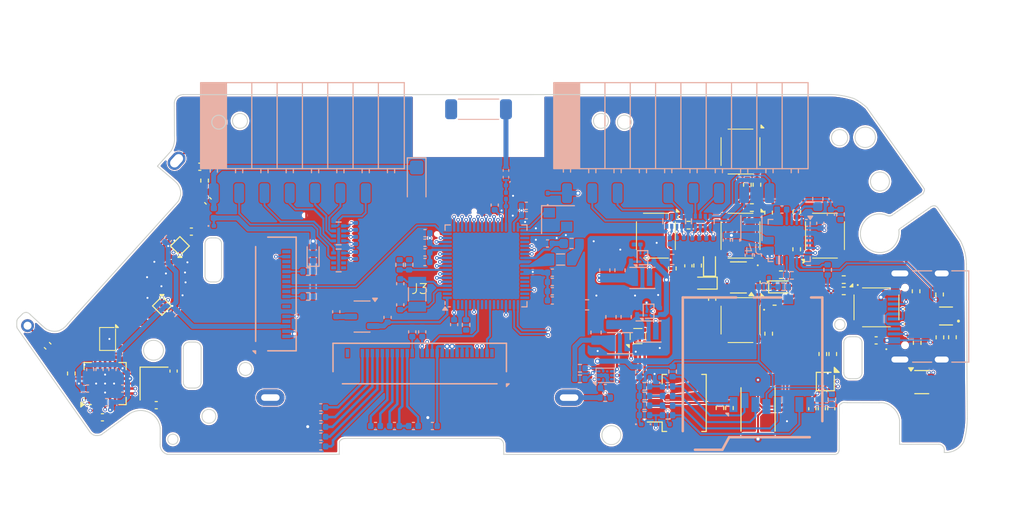
<source format=kicad_pcb>
(kicad_pcb (version 20240108) (generator "pcbnew") (generator_version "8.0")
  (layers (0 "F.Cu" mixed) (1 "In1.Cu" power) (2 "In2.Cu" mixed) (3 "In3.Cu" signal) (4 "In4.Cu" signal) (31 "B.Cu" mixed) (34 "B.Paste" user) (35 "F.Paste" user) (36 "B.SilkS" user "B.Silkscreen") (37 "F.SilkS" user "F.Silkscreen") (38 "B.Mask" user) (39 "F.Mask" user) (44 "Edge.Cuts" user))
  (net 0 "")
  (net 2 "Net-(AE1-FEED)")
  (net 3 "GND")
  (net 4 "+3.3V")
  (net 5 "Net-(U1-VFBSMPS)")
  (net 6 "Net-(U1-VREF+)")
  (net 7 "Net-(FL1-IN)")
  (net 8 "Net-(U1-RF1)")
  (net 9 "Net-(U1-PC14)")
  (net 10 "Net-(U1-PC15)")
  (net 11 "Net-(U3-BTST)")
  (net 12 "SW")
  (net 13 "VSYS")
  (net 14 "Net-(U2-VDD)")
  (net 15 "VUSB")
  (net 16 "Net-(U3-PMID)")
  (net 17 "BAT")
  (net 18 "Net-(U3-REGN)")
  (net 19 "+3.3V_EXT")
  (net 20 "+3.3V_LDO")
  (net 21 "Net-(U7-FB)")
  (net 22 "Net-(U8-DCOUPL)")
  (net 23 "Net-(C47-Pad2)")
  (net 24 "Net-(U8-RF_N)")
  (net 25 "Net-(U8-RF_P)")
  (net 26 "Net-(C49-Pad2)")
  (net 27 "Net-(C50-Pad2)")
  (net 28 "Net-(C51-Pad2)")
  (net 29 "Net-(U8-XOSC_Q1)")
  (net 30 "Net-(U8-XOSC_Q2)")
  (net 31 "Net-(C56-Pad1)")
  (net 32 "Net-(C57-Pad1)")
  (net 33 "Net-(U10-RFIN)")
  (net 34 "Net-(C59-Pad2)")
  (net 35 "Net-(C60-Pad2)")
  (net 36 "Net-(C61-Pad2)")
  (net 37 "Net-(C62-Pad2)")
  (net 38 "Net-(AE2-A)")
  (net 39 "Net-(C64-Pad2)")
  (net 40 "Net-(U10-RF3)")
  (net 41 "Net-(D7-K)")
  (net 42 "Net-(D9-K)")
  (net 43 "Net-(J2-Pin_17)")
  (net 44 "Net-(J2-Pin_19)")
  (net 45 "Net-(J2-Pin_18)")
  (net 46 "Net-(J2-Pin_20)")
  (net 47 "Net-(J2-Pin_22)")
  (net 48 "Net-(J2-Pin_21)")
  (net 49 "Net-(J2-Pin_23)")
  (net 50 "Net-(J2-Pin_24)")
  (net 51 "Net-(J2-Pin_25)")
  (net 52 "Net-(J2-Pin_26)")
  (net 53 "Net-(J2-Pin_27)")
  (net 54 "Net-(J7-Pin_1)")
  (net 55 "VBUS")
  (net 56 "Net-(D1-A1)")
  (net 57 "/Buttons/BACK")
  (net 58 "Net-(D3-A1)")
  (net 59 "/Buttons/LEFT")
  (net 60 "Net-(D5-A1)")
  (net 61 "Net-(D6-A1)")
  (net 62 "Net-(D8-K)")
  (net 63 "Net-(D8-A)")
  (net 64 "Net-(D10-BK)")
  (net 65 "Net-(D10-RK)")
  (net 66 "Net-(D10-GK)")
  (net 67 "/MCU/SD_CS")
  (net 68 "/LCD/SPI_D_MOSI")
  (net 69 "/LCD/SPI_D_SCK")
  (net 70 "/MCU/SPI_D_MISO")
  (net 71 "/MCU/SD_CD")
  (net 72 "Net-(D16-A1)")
  (net 73 "Net-(D17-K)")
  (net 74 "/MCU/PA7")
  (net 75 "/MCU/PA6")
  (net 76 "/MCU/PA4")
  (net 77 "/MCU/PB3")
  (net 78 "/MCU/PB2")
  (net 79 "/MCU/PC3")
  (net 80 "/MCU/SWCLK")
  (net 81 "/MCU/SWDIO")
  (net 82 "/MCU/UART1_TX")
  (net 83 "/MCU/UART1_RX")
  (net 84 "/MCU/PC1")
  (net 85 "/MCU/PC0")
  (net 86 "/MCU/iBTN")
  (net 87 "/MCU/D-")
  (net 88 "/MCU/D+")
  (net 89 "Net-(J1-Pin_2)")
  (net 90 "/LCD/DISPLAY_DI")
  (net 91 "/LCD/DISPLAY_RST")
  (net 94 "/LCD/DISPLAY_CS")
  (net 95 "Net-(J4-CLK)")
  (net 96 "Net-(J4-DAT2)")
  (net 97 "Net-(J4-DAT3{slash}CD)")
  (net 98 "Net-(J4-DET)")
  (net 99 "Net-(J4-CMD)")
  (net 100 "Net-(J4-DAT0)")
  (net 101 "Net-(J4-DAT1)")
  (net 102 "/CC1101/SPI_R_MOSI")
  (net 103 "/CC1101/SPI_R_SCK")
  (net 104 "/MCU/VIBRO")
  (net 105 "/MCU/RFID_PULL")
  (net 106 "/MCU/IR_RX")
  (net 107 "/MCU/IR_TX")
  (net 108 "/MCU/RFID_RF_IN")
  (net 109 "/MCU/NFC_CS")
  (net 110 "/MCU/RFID_CARRIER")
  (net 111 "/MCU/SPEAKER")
  (net 112 "/MCU/RFID_OUT")
  (net 113 "Net-(J5-Pin_9)")
  (net 114 "Net-(J6-Pin_6)")
  (net 115 "Net-(J6-Pin_9)")
  (net 116 "Net-(J6-Pin_8)")
  (net 117 "Net-(J6-Pin_5)")
  (net 118 "Net-(J6-Pin_2)")
  (net 119 "Net-(J6-Pin_3)")
  (net 120 "Net-(J6-Pin_7)")
  (net 121 "Net-(J7-Pin_6)")
  (net 122 "Net-(J7-Pin_5)")
  (net 123 "Net-(J7-Pin_7)")
  (net 124 "Net-(J7-Pin_4)")
  (net 125 "Net-(J7-Pin_2)")
  (net 126 "Net-(J7-Pin_3)")
  (net 127 "Net-(J8-CC2)")
  (net 128 "Net-(J8-CC1)")
  (net 131 "Net-(L1-Pad2)")
  (net 132 "Net-(U1-VLXSMPS)")
  (net 133 "Net-(U6-SW)")
  (net 134 "Net-(U7-SW)")
  (net 135 "Net-(T1-Unbal)")
  (net 136 "Net-(U9-RF1)")
  (net 137 "Net-(U9-RF2)")
  (net 138 "Net-(U9-RF3)")
  (net 139 "Net-(Q1-D)")
  (net 140 "Net-(Q1-G)")
  (net 141 "Net-(U1-PB5)")
  (net 142 "Net-(U2-GPOUT)")
  (net 143 "Net-(U2-BIN)")
  (net 144 "Net-(U3-ILIM)")
  (net 145 "/MCU/I2C_SDA")
  (net 146 "/MCU/I2C_SCL")
  (net 147 "Net-(U3-INT)")
  (net 148 "/MCU/PERI_EN")
  (net 149 "/CC1101/CC1101_UBAL")
  (net 150 "Net-(U8-RBIAS)")
  (net 151 "/Buttons/BUTTON_OK")
  (net 152 "/Buttons/BUTTON_BACK")
  (net 153 "/Buttons/BUTTON_LEFT")
  (net 154 "/Buttons/BUTTON_RIGHT")
  (net 155 "/Buttons/BUTTON_UP")
  (net 156 "/Buttons/BUTTON_DOWN")
  (net 157 "/Buttons/RESET")
  (net 158 "/CC1101/SPI_R_MISO")
  (net 160 "Net-(U3-STAT)")
  (net 161 "Net-(U3-PG_N)")
  (net 162 "/CC1101/CC1101_CS")
  (net 163 "Net-(U1-OSC_IN)")
  (net 164 "/CC1101/RF_SW_0")
  (net 165 "Net-(U1-OSC_OUT)")
  (net 167 "/CC1101/CC1101_G0")
  (net 171 "/CC1101/RF_SW_1")
  (net 172 "/LCD/LCD_LED")
  (net 173 "Net-(U10-RF2)")
  (net 174 "Net-(U10-RF1)")
  (net 175 "Net-(AE2-Shield)")
  (net 182 "/Power/BAT+")
  (net 183 "GNDP")
  (net 184 "Net-(J3-A)")
  (footprint "Capacitor_SMD:C_0402_1005Metric" (layer "F.Cu") (at 115.210977 121.271924 180)
    (property "Reference" "C46" (hide yes))
    (property "Value" "100nF" (hide yes))
  )
  (footprint "Capacitor_SMD:C_0402_1005Metric" (layer "F.Cu") (at 120.610977 120.051924)
    (property "Reference" "C52" (hide yes))
    (property "Value" "9pF" (hide yes))
  )
  (footprint "Library:SW_Push_SPST_NO_Alps_ SKRM" (layer "F.Cu") (at 187.708594 103.048559 90)
    (property "Reference" "SW3" (hide yes))
    (property "Value" "RIGHT")
  )
  (footprint "Library:ANT_SUB1G" (layer "F.Cu") (at 115.292581 103.677124 -132.1)
    (property "Reference" "AE2" (hide yes))
    (property "Value" "Sub 1G" (hide yes))
  )
  (footprint "Diode_SMD:D_0201_0603Metric" (layer "F.Cu") (at 190.996976 107.138559 90)
    (property "Reference" "D2" (hide yes))
    (property "Value" "TVS")
  )
  (footprint "Capacitor_SMD:C_0201_0603Metric" (layer "F.Cu") (at 119.570977 105.831924 -45)
    (property "Reference" "C57" (hide yes))
    (property "Value" "TBD" (hide yes))
  )
  (footprint "Resistor_SMD:R_0402_1005Metric" (layer "F.Cu") (at 125.461624 97.521924 90)
    (property "Reference" "R18" (hide yes))
    (property "Value" "0R")
  )
  (footprint "Library:SW_Push_SPST_NO_Alps_ SKRM" (layer "F.Cu") (at 170.741976 103.048559 -90)
    (property "Reference" "SW4" (hide yes))
    (property "Value" "LEFT")
  )
  (footprint "Diode_SMD:D_0201_0603Metric" (layer "F.Cu") (at 196.508477 110.405124)
    (property "Reference" "D34" (hide yes))
    (property "Value" "TVS" (hide yes))
  )
  (footprint "Capacitor_SMD:C_0402_1005Metric" (layer "F.Cu") (at 187.390977 120.411924 90)
    (property "Reference" "C22" (hide yes))
    (property "Value" "470nF" (hide yes))
  )
  (footprint "Resistor_SMD:R_0402_1005Metric" (layer "F.Cu") (at 180.881976 97.93856 -90)
    (property "Reference" "R22" (hide yes))
    (property "Value" "10K")
  )
  (footprint "Library:SW_Push_SPST_NO_Alps_ SKRM" (layer "F.Cu") (at 179.231976 111.518559 -90)
    (property "Reference" "SW6" (hide yes))
    (property "Value" "DOWN")
  )
  (footprint "Package_TO_SOT_SMD:SOT-363_SC-70-6" (layer "F.Cu") (at 197.42 117.74)
    (property "Reference" "U5" (hide yes))
    (property "Value" "LM66100DCK" (hide yes))
  )
  (footprint "Library:SW_Push_SPST_NO_Alps_ SKRM" (layer "F.Cu") (at 179.231976 103.048559 -90)
    (property "Reference" "SW1" (hide yes))
    (property "Value" "OK")
  )
  (footprint "Crystal:Crystal_SMD_2520-4Pin_2.5x2.0mm" (layer "F.Cu") (at 120.390977 117.886924 -90)
    (property "Reference" "Y3" (hide yes))
    (property "Value" "26MHz" (hide yes))
  )
  (footprint "Resistor_SMD:R_0402_1005Metric" (layer "F.Cu") (at 189.591976 107.458559)
    (property "Reference" "R25" (hide yes))
    (property "Value" "330R")
  )
  (footprint "Resistor_SMD:R_0402_1005Metric" (layer "F.Cu") (at 180.371977 100.228559)
    (property "Reference" "R24" (hide yes))
    (property "Value" "330R")
  )
  (footprint "Diode_SMD:D_0201_0603Metric" (layer "F.Cu") (at 193.001976 114.438559 180)
    (property "Reference" "D33" (hide yes))
    (property "Value" "TVS" (hide yes))
  )
  (footprint "Library:LED_PLCC-4_1.5x1.5mm_CW" (layer "F.Cu") (at 168.936976 113.123559 90)
    (property "Reference" "D10" (hide yes))
    (property "Value" "LED_ABGR")
  )
  (footprint "Diode_SMD:D_SOD-523" (layer "F.Cu") (at 175.631976 107.808559 180)
    (property "Reference" "D8" (hide yes))
    (property "Value" "1N4148" (hide yes))
  )
  (footprint "Resistor_SMD:R_0402_1005Metric" (layer "F.Cu") (at 182.061976 112.88356 -90)
    (property "Reference" "R29" (hide yes))
    (property "Value" "330R")
  )
  (footprint "Package_TO_SOT_SMD:SOT-523" (layer "F.Cu") (at 199.851976 111.108559 180)
    (property "Reference" "Q1" (hide yes))
    (property "Value" "DMN313DLT" (hide yes))
  )
  (footprint "Diode_SMD:D_0201_0603Metric" (layer "F.Cu") (at 196.508477 111.905124)
    (property "Reference" "D35" (hide yes))
    (property "Value" "TVS" (hide yes))
  )
  (footprint "Resistor_SMD:R_0402_1005Metric" (layer "F.Cu") (at 112.091977 116.876926 90)
    (property "Reference" "R17" (hide yes))
    (property "Value" "56K/0.1%" (hide yes))
  )
  (footprint "Resistor_SMD:R_0402_1005Metric" (layer "F.Cu") (at 199.241976 113.248559 90)
    (property "Reference" "R13" (hide yes))
    (property "Value" "100R")
  )
  (footprint "Capacitor_SMD:C_0201_0603Metric" (layer "F.Cu") (at 114.471177 114.547828 90)
    (property "Reference" "C47" (hide yes))
    (property "Value" "100pF" (hide yes))
  )
  (footprint "Capacitor_SMD:C_0201_0603Metric" (layer "F.Cu") (at 119.274703 107.88565)
    (property "Reference" "C56" (hide yes))
    (property "Value" "TBD" (hide yes))
  )
  (footprint "Inductor_SMD:L_0201_0603Metric" (layer "F.Cu") (at 117.995977 111.226924)
    (property "Reference" "L9" (hide yes))
    (property "Value" "6.8nH" (hide yes))
  )
  (footprint "Inductor_SMD:L_0201_0603Metric" (layer "F.Cu") (at 121.050977 106.331924 45)
    (property "Reference" "L20" (hide yes))
    (property "Value" "2.7nH" (hide yes))
  )
  (footprint "Library:TP_DP" (layer "F.Cu") (at 124.75047 94.547621 45)
    (property "Reference" "TP33" (hide yes))
    (property "Value" "CC1101_OUT" (hide yes))
  )
  (footprint "Inductor_SMD:L_0201_0603Metric" (layer "F.Cu") (at 120.129777 104.820576 45)
    (property "Reference" "L12" (hide yes))
    (property "Value" "56nH" (hide yes))
  )
  (footprint "Resistor_SMD:R_0201_0603Metric" (layer "F.Cu") (at 119.808777 111.474124 45)
    (property "Reference" "R16" (hide yes))
    (property "Value" "0R" (hide yes))
  )
  (footprint "Capacitor_SMD:C_0201_0603Metric" (layer "F.Cu") (at 118.315977 112.326924 90)
    (property "Reference" "C51" (hide yes))
    (property "Value" "1.2pF" (hide yes))
  )
  (footprint "Resistor_SMD:R_0402_1005Metric" (layer "F.Cu") (at 177.171976 120.341923 90)
    (property "Reference" "R11" (hide yes))
    (property "Value" "10K")
  )
  (footprint "Inductor_SMD:L_0201_0603Metric" (layer "F.Cu") (at 116.225977 111.546924 90)
    (property "Reference" "L8" (hide yes))
    (property "Value" "3.3nH" (hide yes))
  )
  (footprint "Capacitor_SMD:C_0402_1005Metric" (layer "F.Cu") (at 122.350977 116.631924 90)
    (property "Reference" "C53" (hide yes))
    (property "Value" "9pF" (hide yes))
  )
  (footprint "Inductor_SMD:L_0201_0603Metric" (layer "F.Cu") (at 122.440977 110.891924 45)
    (property "Reference" "L13" (hide yes))
    (property "Value" "0" (hide yes))
  )
  (footprint "Diode_SMD:D_0201_0603Metric" (layer "F.Cu") (at 173.829476 101.173559)
    (property "Reference" "D4" (hide yes))
    (property "Value" "TVS")
  )
  (footprint "Capacitor_SMD:C_0201_0603Metric" (layer "F.Cu") (at 122.210977 106.031924 90)
    (property "Reference" "C65" (hide yes))
    (property "Value" "TBD" (hide yes))
  )
  (footprint "Inductor_SMD:L_0201_0603Metric" (layer "F.Cu") (at 124.186599 107.201924 90)
    (property "Reference" "L15" (hide yes))
    (property "Value" "0" (hide yes))
  )
  (footprint "Resistor_SMD:R_0402_1005Metric" (layer "F.Cu") (at 196.960977 113.801923 90)
    (property "Reference" "R51" (hide yes))
    (property "Value" "5.1K" (hide yes))
  )
  (footprint "Diode_SMD:D_SOD-523" (layer "F.Cu") (at 183.316976 108.188558)
    (property "Reference" "D7" (hide yes))
    (property "Value" "1N4148")
  )
  (footprint "Resistor_SMD:R_0402_1005Metric" (layer "F.Cu") (at 184.871976 104.41356 90)
    (property "Reference" "R20" (hide yes))
    (property "Value" "10K")
  )
  (footprint "Inductor_SMD:L_0201_0603Metric" (layer "F.Cu") (at 123.960325 109.372576 45)
    (property "Reference" "L14" (hide yes))
    (property "Value" "27nH" (hide yes))
  )
  (footprint "Resistor_SMD:R_0402_1005Metric" (layer "F.Cu") (at 184.881976 100.66356 -90)
    (property "Reference" "R26" (hide yes))
    (property "Value" "330R")
  )
  (footprint "Capacitor_SMD:C_0201_0603Metric" (layer "F.Cu") (at 116.990777 114.547828 90)
    (property "Reference" "C49" (hide yes))
    (property "Value" "100pF" (hide yes))
  )
  (footprint "Diode_SMD:D_SOD-523" (layer "F.Cu") (at 176.121976 105.856059 90)
    (property "Reference" "D9" (hide yes))
    (property "Value" "1N4148")
  )
  (footprint "Resistor_SMD:R_0402_1005Metric" (layer "F.Cu") (at 174.021976 101.993559)
    (property "Reference" "R21" (hide yes))
    (property "Value" "10K")
  )
  (footprint "Library:SW_Push_SPST_NO_Alps_ SKRM" (layer "F.Cu") (at 192.871976 110.238559)
    (property "Reference" "SW2" (hide yes))
    (property "Value" "BACK")
  )
  (footprint "Library:SW_Push_SPST_NO_Alps_ SKRM" (layer "F.Cu") (at 179.231976 94.608559 -90)
    (property "Reference" "SW5" (hide yes))
    (property "Value" "UP")
  )
  (footprint "Inductor_SMD:L_0402_1005Metric" (layer "F.Cu") (at 124.140977 101.661924 180)
    (property "Reference" "L18" (hide yes))
    (property "Value" "TBD" (hide yes))
  )
  (footprint "Resistor_SMD:R_0402_1005Metric" (layer "F.Cu") (at 182.651976 109.643559)
    (property "Reference" "R23" (hide yes))
    (property "Value" "10K")
  )
  (footprint "Resistor_SMD:R_2512_6332Metric" (layer "F.Cu") (at 180.990977 120.481924 90)
    (property "Reference" "R5" (hide yes))
    (property "Value" "10m" (hide yes))
  )
  (footprint "Library:B0310J50100AHF" (layer "F.Cu") (at 115.730977 113.411924 -90)
    (property "Reference" "T1" (hide yes))
    (property "Value" "B0310J50100AHF" (hide yes))
  )
  (footprint "Capacitor_SMD:C_0402_1005Metric" (layer "F.Cu") (at 109.715811 114.095811 135)
    (property "Reference" "C83" (hide yes))
    (property "Value" "TBD")
  )
  (footprint "Capacitor_SMD:C_0201_0603Metric" (layer "F.Cu") (at 120.720977 107.491924 180)
    (property "Reference" "C64" (hide yes))
    (property "Value" "8.2pF" (hide yes))
  )
  (footprint "Capacitor_SMD:C_0402_1005Metric" (layer "F.Cu") (at 192.841976 113.555124 180)
    (property "Reference" "C82" (hide yes))
    (property "Value" "100nF" (hide yes))
  )
  (footprint "Capacitor_SMD:C_0201_0603Metric" (layer "F.Cu") (at 116.935977 111.571924 90)
    (property "Reference" "C50" (hide yes))
    (property "Value" "TBD" (hide yes))
  )
  (footprint "Resistor_SMD:R_0402_1005Metric" (layer "F.Cu") (at 187.490977 114.921925 90)
    (property "Reference" "R3" (hide yes))
    (property "Value" "10K" (hide yes))
  )
  (footprint "Inductor_SMD:L_0201_0603Metric" (layer "F.Cu") (at 118.954703 106.831924 90)
    (property "Reference" "L11" (hide yes))
    (property "Value" "0" (hide yes))
  )
  (footprint "Capacitor_SMD:C_0201_0603Metric" (layer "F.Cu") (at 122.974377 109.905976 -45)
    (property "Reference" "C59" (hide yes))
    (property "Value" "10pF" (hide yes))
  )
  (footprint "Resistor_SMD:R_0402_1005Metric" (layer "F.Cu") (at 179.921976 97.93856 90)
    (property "Reference" "R28" (hide yes))
    (property "Value" "330R")
  )
  (footprint "Capacitor_SMD:C_0402_1005Metric" (layer "F.Cu") (at 188.340977 120.411924 90)
    (property "Reference" "C23" (hide yes))
    (property "Value" "2.2uF" (hide yes))
  )
  (footprint "Diode_SMD:D_0201_0603Metric" (layer "F.Cu") (at 186.378594 105.758559)
    (property "Reference" "D3" (hide yes))
    (property "Value" "TVS")
  )
  (footprint "Capacitor_SMD:C_0402_1005Metric" (layer "F.Cu") (at 125.801035 99.550688 135)
    (property "Reference" "C62" (hide yes))
    (property "Value" "TBD")
  )
  (footprint "Diode_SMD:D_0201_0603Metric" (layer "F.Cu") (at 179.081976 97.74856 -90)
    (property "Reference" "D5" (hide yes))
    (property "Value" "TVS")
  )
  (footprint "Capacitor_SMD:C_0402_1005Metric" (layer "F.Cu") (at 176.39 109.43 -90)
    (property "Reference" "C66" (hide yes))
    (property "Value" "100nF")
  )
  (footprint "Resistor_SMD:R_0402_1005Metric" (layer "F.Cu") (at 196.850977 108.621925 -90)
    (property "Reference" "R52" (hide yes))
    (property "Value" "5.1K" (hide yes))
  )
  (footprint "Resistor_SMD:R_0402_1005Metric" (layer "F.Cu") (at 199.206976 108.948559 -90)
    (property "Reference" "R12" (hide yes))
    (property "Value" "10K")
  )
  (footprint "Resistor_SMD:R_0402_1005Metric" (layer "F.Cu") (at 172.391976 106.338559 90)
    (property "Reference" "R27" (hide yes))
    (property "Value" "330R")
  )
  (footprint "Resistor_SMD:R_0402_1005Metric" (layer "F.Cu") (at 178.121976 120.341923 90)
    (property "Reference" "R10" (hide yes))
    (property "Value" "30.1K" (hide yes))
  )
  (footprint "Capacitor_SMD:C_0201_0603Metric" (layer "F.Cu") (at 115.730977 114.867828)
    (property "Reference" "C48" (hide yes))
    (property "Value" "0.6pF" (hide yes))
  )
  (footprint "Capacitor_SMD:C_0402_1005Metric" (layer "F.Cu") (at 124.981624 96.131924)
    (property "Reference" "C63" (hide yes))
    (property "Value" "TBD" (hide yes))
  )
  (footprint "Library:ERC12864FAMF03" (layer "F.Cu") (at 147.046894 119.293561)
    (property "Reference" "J3")
    (property "Value" "BACK_LIGHT")
  )
  (footprint "Inductor_SMD:L_0201_0603Metric" (layer "F.Cu") (at 120.400977 108.551924 90)
    (property "Reference" "L19" (hide yes))
    (property "Value" "0" (hide yes))
  )
  (footprint "Inductor_SMD:L_0201_0603Metric" (layer "F.Cu") (at 118.954703 108.941924 90)
    (property "Reference" "L10" (hide yes))
    (property "Value" "0" (hide yes))
  )
  (footprint "Library:TP_DP" (layer "F.Cu") (at 120.603464 111.174411 -45)
    (property "Reference" "TP32" (hide yes))
    (property "Value" "Balun" (hide yes))
  )
  (footprint "Resistor_SMD:R_0402_1005Metric" (layer "F.Cu") (at 174.931976 106.04606 90)
    (property "Reference" "R34" (hide yes))
    (property "Value" "100K")
  )
  (footprint "Resistor_SMD:R_0402_1005Metric" (layer "F.Cu") (at 189.591977 108.588559 180)
    (property "Reference" "R19" (hide yes))
    (property "Value" "10K")
  )
  (footprint "Package_BGA:Texas_DSBGA-9_1.62mmx1.58mm_Layout3x3_P0.5mm" (layer "F.Cu") (at 187.740977 117.681924 -90)
    (property "Reference" "U2" (hide yes))
    (property "Value" "BQ27220YZFR" (hide yes))
  )
  (footprint "Capacitor_SMD:C_0201_0603Metric" (layer "F.Cu") (at 123.866599 106.121924)
    (property "Reference" "C61" (hide yes))
    (property "Value" "22pF" (hide yes))
  )
  (footprint "Capacitor_SMD:C_0402_1005Metric" (layer "F.Cu") (at 181.561976 107.708559 -90)
    (property "Reference" "C67" (hide yes))
    (property "Value" "10uF")
  )
  (footprint "Inductor_SMD:L_0201_0603Metric" (layer "F.Cu") (at 124.186599 105.071924 90)
    (property "Reference" "L16" (hide yes))
    (property "Value" "22nH" (hide yes))
  )
  (footprint "Diode_SMD:D_0201_0603Metric" (layer "F.Cu") (at 182.461976 110.478559)
    (property "Reference" "D6" (hide yes))
    (property "Value" "TVS")
  )
  (footprint "Inductor_SMD:L_0402_1005Metric" (layer "F.Cu") (at 124.470977 100.201924 45)
    (property "Reference" "L17" (hide yes))
    (property "Value" "2.2nH" (hide yes))
  )
  (footprint "Package_DFN_QFN:Texas_RGP0020H_VQFN-20-1EP_4x4mm_P0.5mm_EP2.4x2.4mm" (layer "F.Cu") (at 115.480977 117.886924 90)
    (property "Reference" "U8" (hide yes))
    (property "Value" "CC1101RGP" (hide yes))
  )
  (footprint "Diode_SMD:D_0201_0603Metric" (layer "F.Cu") (at 181.825 106.02)
    (property "Reference" "D1" (hide yes))
    (property "Value" "TVS")
  )
  (footprint "Connector_Molex:Molex_PicoBlade_53261-0371_1x03-1MP_P1.25mm_Horizontal" (layer "F.Cu") (at 173.081976 119.831924 90)
    (property "Reference" "J1" (hide yes))
    (property "Value" "BATT" (hide yes))
  )
  (footprint "Capacitor_SMD:C_0402_1005Metric" (layer "F.Cu") (at 186.440977 120.411924 90)
    (property "Reference" "C18" (hide yes))
    (property "Value" "1uF" (hide yes))
  )
  (footprint "Resistor_SMD:R_0402_1005Metric" (layer "F.Cu") (at 188.490977 114.921925 -90)
    (property "Reference" "R2" (hide yes))
    (property "Value" "10K" (hide yes))
  )
  (footprint "Package_TO_SOT_SMD:SOT-23-5" (layer "F.Cu") (at 179.021976 107.238559 180)
    (property "Reference" "U11" (hide yes))
    (property "Value" "NC7SZ32M5X")
  )
  (footprint "Resistor_SMD:R_0402_1005Metric" (layer "F.Cu") (at 200.496976 113.238559 90)
    (property "Reference" "R14" (hide yes))
    (property "Value" "10K")
  )
  (footprint "Capacitor_SMD:C_0402_1005Metric" (layer "F.Cu") (at 124.135977 102.641924)
    (property "Reference" "C58" (hide yes))
    (property "Value" "TBD" (hide yes))
  )
  (footprint "Resistor_SMD:R_0402_1005Metric" (layer "F.Cu") (at 182.051976 100.738558 90)
    (property "Reference" "R30" (hide yes))
    (property "Value" "10K")
  )
  (footprint "Resistor_SMD:R_0402_1005Metric" (layer "F.Cu") (at 183.291976 106.968558)
    (property "Reference" "R32" (hide yes))
    (property "Value" "100K")
  )
  (footprint "Capacitor_SMD:C_0201_0603Metric" (layer "F.Cu") (at 123.866599 108.261924)
    (property "Reference" "C60" (hide yes))
    (property "Value" "10pF" (hide yes))
  )
  (footprint "Capacitor_SMD:C_0402_1005Metric" (layer "F.Cu") (at 174.001976 106.07606 -90)
    (property "Reference" "C68" (hide yes))
    (property "Value" "10uF")
  )
  (footprint "Library:BGA-9_3x3_1.2x1.2mm" (layer "F.Cu") (at 122.985914 104.086924 135)
    (property "Reference" "U10" (hide yes))
    (property "Value" "BGS13S4N9E6327XTSA1" (hide yes))
  )
  (footprint "Library:BGA-9_3x3_1.2x1.2mm" (layer "F.Cu") (at 121.18382 110.099081 -45)
    (property "Reference" "U9" (hide yes))
    (property "Value" "BGS13S4N9E6327XTSA1" (hide yes))
  )
  (footprint "Capacitor_SMD:C_0402_1005Metric" (layer "B.Cu") (at 188.301976 100.898559 90)
    (property "Reference" "C28" (hide yes))
    (property "Value" "4.7uF")
  )
  (footprint "Capacitor_SMD:C_0402_1005Metric" (layer "B.Cu") (at 160.3535 106.76 180)
    (property "Reference" "C8" (hide yes))
    (property "Value" "100nF" (hide yes))
  )
  (footprint "Capacitor_SMD:C_0402_1005Metric" (layer "B.Cu") (at 115.630977 119.751924)
    (property "Reference" "C44" (hide yes))
    (property "Value" "100nF" (hide yes))
  )
  (footprint "Capacitor_SMD:C_0402_1005Metric" (layer "B.Cu") (at 113.717877 118.386923 180)
    (property "Reference" "C45" (hide yes))
    (property "Value" "100nF" (hide yes))
  )
  (footprint "Diode_SMD:D_0201_0603Metric" (layer "B.Cu") (at 171.14 116.953559 90)
    (property "Reference" "D12" (hide yes))
    (property "Value" "TVS")
  )
  (footprint "Capacitor_SMD:C_0603_1608Metric" (layer "B.Cu") (at 167.760975 111.201924 -90)
    (property "Reference" "C36" (hide yes))
    (property "Value" "4.7uF" (hide yes))
  )
  (footprint "Capacitor_SMD:C_0402_1005Metric" (layer "B.Cu") (at 121.823988 103.346113 45)
    (property "Reference" "C55" (hide yes))
    (property "Value" "10nF" (hide yes))
  )
  (footprint "Capacitor_SMD:C_0402_1005Metric" (layer "B.Cu") (at 160.3535 107.69 180)
    (property "Reference" "C7" (hide yes))
    (property "Value" "4.7uF" (hide yes))
  )
  (footprint "Capacitor_SMD:C_0402_1005Metric" (layer "B.Cu") (at 113.990977 116.479424 90)
    (property "Reference" "C42" (hide yes))
    (property "Value" "100nF" (hide yes))
  )
  (footprint "Diode_SMD:D_0201_0603Metric" (layer "B.Cu") (at 175.099311 103.646924 -90)
    (property "Reference" "D30" (hide yes))
    (property "Value" "TVS" (hide yes))
  )
  (footprint "Capacitor_SMD:C_0402_1005Metric" (layer "B.Cu") (at 144.512286 122.147124)
    (property "Reference" "C73" (hide yes))
    (property "Value" "2.2uF")
  )
  (footprint "Diode_SMD:D_0201_0603Metric" (layer "B.Cu") (at 140.956235 103.173333)
    (property "Reference" "D23" (hide yes))
    (property "Value" "TVS" (hide yes))
  )
  (footprint "Resistor_SMD:R_Array_Concave_4x0402" (layer "B.Cu") (at 138.911236 102.821668)
    (property "Reference" "RN3" (hide yes))
    (property "Value" "51R" (hide yes))
  )
  (footprint "Capacitor_SMD:C_0402_1005Metric" (layer "B.Cu") (at 146.414572 122.147124)
    (property "Reference" "C72" (hide yes))
    (property "Value" "TBD")
  )
  (footprint "Capacitor_SMD:C_0402_1005Metric" (layer "B.Cu") (at 116.215977 116.479424 90)
    (property "Reference" "C40" (hide yes))
    (property "Value" "100nF" (hide yes))
  )
  (footprint "Library:CONN18x1_FH34SRJ-18S-0.5SH50_HIR" (layer "B.Cu") (at 132.616969 108.898559 90)
    (property "Reference" "J5" (hide yes))
    (property "Value" "NFC")
  )
  (footprint "Capacitor_SMD:C_0402_1005Metric" (layer "B.Cu") (at 147.29686 112.7 -90)
    (property "Reference" "C70" (hide yes))
    (property "Value" "100pF")
  )
  (footprint "Resistor_SMD:R_0402_1005Metric" (layer "B.Cu") (at 165.657501 119.296624)
    (property "Reference" "R35" (hide yes))
    (property "Value" "0R")
  )
  (footprint "Inductor_SMD:L_0603_1608Metric" (layer "B.Cu") (at 163.84 109.99 180)
    (property "Reference" "FB1" (hide yes))
    (property "Value" "120R@100MHz")
  )
  (footprint "Capacitor_SMD:C_0402_1005Metric" (layer "B.Cu") (at 143.821976 111.248559 -90)
    (property "Reference" "C33" (hide yes))
    (property "Value" "1uF")
  )
  (footprint "Diode_SMD:D_0201_0603Metric" (layer "B.Cu") (at 140.956235 102.47)
    (property "Reference" "D24" (hide yes))
    (property "Value" "TVS" (hide yes))
  )
  (footprint "Diode_SMD:D_0201_0603Metric" (layer "B.Cu") (at 182.081977 106.973559 90)
    (property "Reference" "D15" (hide yes))
    (property "Value" "TVS")
  )
  (footprint "Capacitor_SMD:C_0201_0603Metric" (layer "B.Cu") (at 170.539976 105.257924 -90)
    (property "Reference" "C29" (hide yes))
    (property "Value" "1uF" (hide yes))
  )
  (footprint "Capacitor_SMD:C_0402_1005Metric" (layer "B.Cu") (at 180.981976 105.011924 90)
    (property "Reference" "C26" (hide yes))
    (property "Value" "10uF")
  )
  (footprint "Inductor_SMD:L_Murata_DFE201610P" (layer "B.Cu") (at 170.009974 112.661924 180)
    (property "Reference" "L6" (hide yes))
    (property "Value" "470nH" (hide yes))
  )
  (footprint "Capacitor_SMD:C_0402_1005Metric" (layer "B.Cu") (at 157.740977 100.991924 180)
    (property "Reference" "C6" (hide yes))
    (property "Value" "100pF" (hide yes))
  )
  (footprint "Library:TF-101A-P3" (layer "B.Cu") (at 180.431976 116.639483 180)
    (property "Reference" "J4")
    (property "Value" "SD")
  )
  (footprint "Capacitor_SMD:C_0402_1005Metric" (layer "B.Cu") (at 137.12 123.21)
    (property "Reference" "C76" (hide yes))
    (property "Value" "TBD")
  )
  (footprint "Resistor_SMD:R_0402_1005Metric" (layer "B.Cu") (at 171.911976 119.133559)
    (property "Reference" "R45" (hide yes))
    (property "Value" "51R")
  )
  (footprint "Library:BGA-6_2x3_1.16x1.435mm" (layer "B.Cu") (at 170.009974 110.629924)
    (property "Reference" "U7" (hide yes))
    (property "Value" "LM3281YFQR" (hide yes))
  )
  (footprint "Resistor_SMD:R_0402_1005Metric" (layer "B.Cu") (at 145.031976 105.970001 90)
    (property "Reference" "R31" (hide yes))
    (property "Value" "10K")
  )
  (footprint "Resistor_SMD:R_0402_1005Metric" (layer "B.Cu") (at 135.84 106.648558 180)
    (property "Reference" "R49" (hide yes))
    (property "Value" "1K")
  )
  (footprint "Capacitor_SMD:C_0402_1005Metric" (layer "B.Cu") (at 177.851976 103.499421 90)
    (property "Reference" "C20" (hide yes))
    (property "Value" "10uF")
  )
  (footprint "Capacitor_SMD:C_0402_1005Metric" (layer "B.Cu") (at 159.87 103.83)
    (property "Reference" "C11" (hide yes))
    (property "Value" "4.7uF" (hide yes))
  )
  (footprint "Resistor_SMD:R_0201_0603Metric" (layer "B.Cu") (at 168.869976 103.931924)
    (property "Reference" "R15" (hide yes))
    (property "Value" "10K" (hide yes))
  )
  (footprint "Capacitor_SMD:C_0402_1005Metric" (layer "B.Cu") (at 145.091976 107.868559 90)
    (property "Reference" "C17" (hide yes))
    (property "Value" "18pF" (hide yes))
  )
  (footprint "Capacitor_SMD:C_0402_1005Metric" (layer "B.Cu") (at 146.296859 112.7 -90)
    (property "Reference" "C71" (hide yes))
    (property "Value" "TBD")
  )
  (footprint "Capacitor_SMD:C_0402_1005Metric" (layer "B.Cu") (at 137.12 124.19)
    (property "Reference" "C75" (hide yes))
    (property "Value" "TBD")
  )
  (footprint "Connector_USB:USB_C_Receptacle_G-Switch_GT-USB-7010ASV" (layer "B.Cu") (at 198.348273 111.155124 -90)
    (property "Reference" "J8" (hide yes))
    (property "Value" "USB_C" (hide yes))
  )
  (footprint "Diode_SMD:D_0201_0603Metric" (layer "B.Cu") (at 171.056977 121.968559)
    (property "Reference" "D14" (hide yes))
    (property "Value" "TVS")
  )
  (footprint "Library:PinSocket_1x10_P2.54mm_Horizontal_SMD" (layer "B.Cu") (at 161.821695 98.783939 -90)
    (property "Reference" "J6" (hide yes))
    (property "Value" "EXT1" (hide yes))
  )
  (footprint "Diode_SMD:D_0201_0603Metric" (layer "B.Cu") (at 172.141976 122.288559 -90)
    (property "Reference" "D13" (hide yes))
    (property "Value" "TVS")
  )
  (footprint "Capacitor_SMD:C_0201_0603Metric" (layer "B.Cu") (at 156.02 100.101924 180)
    (property "Reference" "C15" (hide yes))
    (property "Value" "0.8pF" (hide yes))
  )
  (footprint "Capacitor_SMD:C_0402_1005Metric" (layer "B.Cu") (at 154.571976 99.978559 -90)
    (property "Reference" "C3" (hide yes))
    (property "Value" "100nF" (hide yes))
  )
  (footprint "Capacitor_Tantalum_SMD:CP_EIA-3216-18_Kemet-A" (layer "B.Cu") (at 146.740977 97.551924 -90)
    (property "Reference" "C81" (hide yes))
    (property "Value" "TBD" (hide yes))
  )
  (footprint "Resistor_SMD:R_0402_1005Metric" (layer "B.Cu") (at 189.261976 100.918559 -90)
    (property "Reference" "R9" (hide yes))
    (property "Value" "5.23K")
  )
  (footprint "Capacitor_SMD:C_0402_1005Metric" (layer "B.Cu") (at 165.657501 118.336624)
    (property "Reference" "C80" (hide yes))
    (property "Value" "100nF" (hide yes))
  )
  (footprint "Capacitor_SMD:C_0402_1005Metric" (layer "B.Cu") (at 160.3535 108.62 180)
    (property "Reference" "C4" (hide yes))
    (property "Value" "100nF" (hide yes))
  )
  (footprint "Capacitor_SMD:C_0402_1005Metric" (layer "B.Cu") (at 137.12 122.23)
    (property "Reference" "C77" (hide yes))
    (property "Value" "TBD")
  )
  (footprint "Capacitor_SMD:C_0402_1005Metric" (layer "B.Cu") (at 178.791976 103.499421 90)
    (property "Reference" "C21" (hide yes))
    (property "Value" "10uF")
  )
  (footprint "Library:BGA-12_4x3_1.6x1.2mm" (layer "B.Cu") (at 165.6575 117.066624)
    (property "Reference" "U12" (hide yes))
    (property "Value" "LP5562TMX" (hide yes))
  )
  (footprint "Diode_SMD:D_0201_0603Metric" (layer "B.Cu") (at 176.505977 103.646924 -90)
    (property "Reference" "D32" (hide yes))
    (property "Value" "TVS" (hide yes))
  )
  (footprint "Resistor_SMD:R_0402_1005Metric" (layer "B.Cu") (at 171.911976 118.166059)
    (property "Reference" "R44" (hide yes))
    (property "Value" "150R")
  )
  (footprint "Capacitor_SMD:C_0603_1608Metric" (layer "B.Cu") (at 167.140977 106.514924 -90)
    (property "Reference" "C31" (hide yes))
    (property "Value" "10uF" (hide yes))
  )
  (footprint "Capacitor_SMD:C_0402_1005Metric" (layer "B.Cu") (at 137.12 120.27)
    (property "Reference" "C79" (hide yes))
    (property "Value" "2.2uF")
  )
  (footprint "Resistor_SMD:R_0402_1005Metric" (layer "B.Cu") (at 163.12 116.351124 180)
    (property "Reference" "R7" (hide yes))
    (property "Value" "5.1K" (hide yes))
  )
  (footprint "Inductor_SMD:L_Murata_DFE201610P" (layer "B.Cu") (at 180.323478 102.294422 -90)
    (property "Reference" "L4" (hide yes))
    (property "Value" "1uH")
  )
  (footprint "Library:CONN30x1_FH34SRJ-30S-0.5SH50_HIR" (layer "B.Cu") (at 147.04686 115.876931 180)
    (property "Reference" "J2" (hide yes))
    (property "Value" "LCD" (hide yes))
  )
  (footprint "Capacitor_SMD:C_0402_1005Metric" (layer "B.Cu") (at 137.12 121.25)
    (property "Reference" "C78" (hide yes))
    (property "Value" "TBD")
  )
  (footprint "Diode_SMD:D_SOD-523" (layer "B.Cu") (at 136.349999 104.86 90)
    (property "Reference" "D17" (hide yes))
    (property "Value" "1N4148")
  )
  (footprint "Diode_SMD:D_0201_0603Metric" (layer "B.Cu") (at 174.395978 103.646924 -90)
    (property "Reference" "D29" (hide yes))
    (property "Value" "TVS" (hide yes))
  )
  (footprint "Inductor_SMD:L_0603_1608Metric" (layer "B.Cu") (at 172.379974 105.437924)
    (property "Reference" "FB2" (hide yes))
    (property "Value" "120R@100MHz" (hide yes))
  )
  (footprint "Capacitor_SMD:C_0201_0603Metric" (layer "B.Cu") (at 156.02 98.001924 180)
    (property "Reference" "C14" (hide yes))
    (property "Value" "0.3pF" (hide yes))
  )
  (footprint "Capacitor_SMD:C_0402_1005Metric" (layer "B.Cu") (at 180.061976 105.011924 90)
    (property "Reference" "C27" (hide yes))
    (property "Value" "10uF")
  )
  (footprint "Resistor_SMD:R_0402_1005Metric" (layer "B.Cu") (at 169.601976 120.101059 180)
    (property "Reference" "R39" (hide yes))
    (property "Value" "47K")
  )
  (footprint "Inductor_SMD:L_0603_1608Metric" (layer "B.Cu") (at 162.28 103.83)
    (property "Reference" "L1" (hide yes))
    (property "Value" "10uH" (hide yes))
  )
  (footprint "Resistor_SMD:R_0402_1005Metric" (layer "B.Cu") (at 187.98 106.481924 -90)
    (property "Reference" "R8" (hide yes))
    (property "Value" "10K")
  )
  (footprint "Capacitor_SMD:C_0402_1005Metric" (layer "B.Cu") (at 145.091976 109.988559 -90)
    (property "Reference" "C16" (hide yes))
    (property "Value" "18pF" (hide yes))
  )
  (footprint "Package_DFN_QFN:Texas_RTW_WQFN-24-1EP_4x4mm_P0.5mm_EP2.7x2.7mm" (layer "B.Cu") (at 184.120977 103.531924 180)
    (property "Reference" "U3" (hide yes))
    (property "Value" "BQ25896RTWR" (hide yes))
  )
  (footprint "Capacitor_SMD:C_0402_1005Metric" (layer "B.Cu") (at 148.316859 122.147124)
    (property "Reference" "C69" (hide yes))
    (property "Value" "100nF")
  )
  (footprint "Crystal:Crystal_SMD_3215-2Pin_3.2x1.5mm" (layer "B.Cu") (at 146.791976 108.928559 90)
    (property "Reference" "Y2" (hide yes))
    (property "Value" "32.768K" (hide yes))
  )
  (footprint "Inductor_SMD:L_0201_0603Metric" (layer "B.Cu") (at 156.02 95.691924 180)
    (property "Reference" "L21" (hide yes))
    (property "Value" "2.7nH" (hide yes))
  )
  (footprint "Capacitor_SMD:C_0201_0603Metric" (layer "B.Cu") (at 171.159975 110.629924 -90)
    (property "Reference" "C35" (hide yes))
    (property "Value" "1uF" (hide yes))
  )
  (footprint "Capacitor_SMD:C_0603_1608Metric" (layer "B.Cu") (at 186.990977 99.351924 -90)
    (property "Reference" "C25" (hide yes))
    (property "Value" "10uF")
  )
  (footprint "Resistor_SMD:R_0402_1005Metric" (layer "B.Cu") (at 151.7 112.0015 -90)
    (property "Reference" "R1" (hide yes))
    (property "Value" "51R" (hide yes))
  )
  (footprint "Capacitor_SMD:C_0402_1005Metric" (layer "B.Cu") (at 183.390977 100.426424 180)
    (property "Reference" "C19" (hide yes))
    (property "Value" "47nF")
  )
  (footprint "Resistor_SMD:R_0402_1005Metric" (layer "B.Cu") (at 188.401976 119.479484 90)
    (property "Reference" "R42" (hide yes))
    (property "Value" "47K" (hide yes))
  )
  (footprint "Resistor_SMD:R_0402_1005Metric" (layer "B.Cu") (at 171.911976 120.101059)
    (property "Reference" "R46" (hide yes))
    (property "Value" "51R" (hide yes))
  )
  (footprint "Diode_SMD:D_0201_0603Metric" (layer "B.Cu") (at 159.89 99.103939 90)
    (property "Reference" "D18" (hide yes))
    (property "Value" "TVS" (hide yes))
  )
  (footprint "Library:PinSocket_1x08_P2.54mm_Horizontal_SMD" (layer "B.Cu") (at 126.388694 98.783939 -90)
    (property "Reference" "J7" (hide yes))
    (property "Value" "EXT0" (hide yes))
  )
  (footprint "Inductor_SMD:L_Murata_DFE201610P" (layer "B.Cu") (at 169.389976 107.289924 180)
    (property "Reference" "L5" (hide yes))
    (property "Value" "470nH" (hide yes))
  )
  (footprint "Capacitor_SMD:C_0201_0603Metric" (layer "B.Cu") (at 168.859974 110.629924 -90)
    (property "Reference" "C39" (hide yes))
    (property "Value" "2.2uF" (hide yes))
  )
  (footprint "Inductor_SMD:L_0805_2012Metric" (layer "B.Cu") (at 161.183477 105.441924 180)
    (property "Reference" "L2" (hide yes))
    (property "Value" "10uH" (hide yes))
  )
  (footprint "Library:CrossAir-C3" (layer "B.Cu") (at 152.95 90.361924 180)
    (property "Reference" "AE1" (hide yes))
    (property "Value" "CrossAir C3" (hide yes))
  )
  (footprint "Resistor_SMD:R_0402_1005Metric" (layer "B.Cu") (at 169.091976 116.71856 -90)
    (property "Reference" "R36" (hide yes))
    (property "Value" "0R")
  )
  (footprint "Capacitor_SMD:C_0201_0603Metric" (layer "B.Cu") (at 168.239974 105.257924 -90)
    (property "Reference" "C34" (hide yes))
    (property "Value" "2.2uF" (hide yes))
  )
  (footprint "Diode_SMD:D_0201_0603Metric" (layer "B.Cu") (at 140.956236 105.383334)
    (property "Reference" "D20" (hide yes))
    (property "Value" "TVS" (hide yes))
  )
  (footprint "Diode_SMD:D_0201_0603Metric" (layer "B.Cu") (at 140.956235 103.876666)
    (property "Reference" "D22" (hide yes))
    (property "Value" "TVS" (hide yes))
  )
  (footprint "Diode_SMD:D_0201_0603Metric" (layer "B.Cu") (at 140.956236 104.680001)
    (property "Reference" "D21" (hide yes))
    (property "Value" "TVS" (hide yes))
  )
  (footprint "Resistor_SMD:R_0402_1005Metric" (layer "B.Cu") (at 169.601976 119.133559 180)
    (property "Reference" "R38" (hide yes))
    (property "Value" "47K")
  )
  (footprint "Diode_SMD:D_0201_0603Metric" (layer "B.Cu") (at 170.111976 116.953559 90)
    (property "Reference" "D11" (hide yes))
    (property "Value" "TVS")
  )
  (footprint "Capacitor_SMD:C_0402_1005Metric" (layer "B.Cu") (at 147.570977 105.693846)
    (property "Reference" "C13" (hide yes))
    (property "Value" "100nF" (hide yes))
  )
  (footprint "Capacitor_SMD:C_0402_1005Metric" (layer "B.Cu") (at 147.570977 104.72718)
    (property "Reference" "C12" (hide yes))
    (property "Value" "1uF" (hide yes))
  )
  (footprint "Resistor_SMD:R_0402_1005Metric" (layer "B.Cu") (at 181.571977 108.168559 180)
    (property "Reference" "R41" (hide yes))
    (property "Value" "47K")
  )
  (footprint "Capacitor_SMD:C_0603_1608Metric" (layer "B.Cu") (at 166.236975 111.201924 -90)
    (property "Reference" "C37" (hide yes))
    (property "Value" "10uF" (hide yes))
  )
  (footprint "Resistor_SMD:R_0402_1005Metric" (layer "B.Cu") (at 169.601976 121.068559 180)
    (property "Reference" "R40" (hide yes))
    (property "Value" "47K")
  )
  (footprint "Fuse:Fuse_0402_1005Metric" (layer "B.Cu") (at 126.388694 100.785 90)
    (property "Reference" "F1" (hide yes))
    (property "Value" "2A" (hide yes))
  )
  (footprint "Capacitor_SMD:C_0402_1005Metric" (layer "B.Cu") (at 150.5 111.9715 90)
    (property "Reference" "C2" (hide yes))
    (property "Value" "100nF" (hide yes))
  )
  (footprint "Capacitor_SMD:C_0402_1005Metric" (layer "B.Cu") (at 187.240977 101.801924 -90)
    (property "Reference" "C24" (hide yes))
    (property "Value" "1uF")
  )
  (footprint "Crystal:Crystal_SMD_2520-4Pin_2.5x2.0mm" (layer "B.Cu") (at 160.923 101.441924)
    (property "Reference" "Y1" (hide yes))
    (property "Value" "32MHz" (hide yes))
  )
  (footprint "Library:BGA-6_2x3_1.16x1.435mm" (layer "B.Cu") (at 169.389976 105.257924)
    (property "Reference" "U6" (hide yes))
    (property "Value" "LM3281YFQR" (hide yes))
  )
  (footprint "Resistor_SMD:R_Array_Concave_4x0402" (layer "B.Cu") (at 138.911237 105.531668)
    (property "Reference" "RN1" (hide yes))
    (property "Value" "51R" (hide yes))
  )
  (footprint "Library:DLF162500LT" (layer "B.Cu") (at 155.7 96.844524 90)
    (property "Reference" "FL1" (hide yes))
    (property "Value" "DLF162500LT-5028A1" (hide yes))
  )
  (footprint "Resistor_SMD:R_0402_1005Metric" (layer "B.Cu") (at 145.981976 105.970001 90)
    (property "Reference" "R33" (hide yes))
    (property "Value" "330R")
  )
  (footprint "Diode_SMD:D_0201_0603Metric" (layer "B.Cu") (at 172.831976 103.586923 -90)
    (property "Reference" "D27" (hide yes))
    (property "Value" "TVS" (hide yes))
  )
  (footprint "Capacitor_SMD:C_0402_1005Metric" (layer "B.Cu") (at 160.3535 109.55 180)
    (property "Reference" "C1" (hide yes))
    (property "Value" "4.7uF" (hide yes))
  )
  (footprint "Diode_SMD:D_0201_0603Metric" (layer "B.Cu") (at 173.541976 103.586924 -90)
    (property "Reference" "D28" (hide yes))
    (property "Value" "TVS" (hide yes))
  )
  (footprint "Capacitor_SMD:C_0603_1608Metric" (layer "B.Cu") (at 164.739974 112.761924 -90)
    (property "Reference" "C38" (hide yes))
    (property "Value" "10uF" (hide yes))
  )
  (footprint "Diode_SMD:D_0201_0603Metric" (layer "B.Cu") (at 126.708694 102.07)
    (property "Reference" "D19" (hide yes))
    (property "Value" "TVS" (hide yes))
  )
  (footprint "Capacitor_SMD:C_0603_1608Metric" (layer "B.Cu") (at 165.616977 106.514924 -90)
    (property "Reference" "C30" (hide yes))
    (property "Value" "4.7uF" (hide yes))
  )
  (footprint "Capacitor_SMD:C_0402_1005Metric" (layer "B.Cu") (at 114.920977 116.479424 90)
    (property "Reference" "C43" (hide yes))
    (property "Value" "100nF" (hide yes))
  )
  (footprint "Diode_SMD:D_0201_0603Metric" (layer "B.Cu") (at 172.121976 103.586924 -90)
    (property "Reference" "D26" (hide yes))
    (property "Value" "TVS" (hide yes))
  )
  (footprint "Capacitor_SMD:C_0402_1005Metric" (layer "B.Cu") (at 138.671976 110.681924 -90)
    (property "Reference" "C32" (hide yes))
    (property "Value" "1uF")
  )
  (footprint "Capacitor_SMD:C_0402_1005Metric" (layer "B.Cu") (at 157.740977 100.051924 180)
    (property "Reference" "C5" (hide yes))
    (property "Value" "100nF" (hide yes))
  )
  (footprint "Package_TO_SOT_SMD:SOT-23-3" (layer "B.Cu") (at 141.260977 111.161924 180)
    (property "Reference" "U4" (hide yes))
    (property "Value" "RS3221-3.3YF3")
  )
  (footprint "Resistor_SMD:R_0402_1005Metric" (layer "B.Cu") (at 163.12 117.41 180)
    (property "Reference" "R6" (hide yes))
    (property "Value" "5.1K" (hide yes))
  )
  (footprint "Diode_SMD:D_0201_0603Metric" (layer "B.Cu") (at 175.802644 103.646924 -90)
    (property "Reference" "D31" (hide yes))
    (property "Value" "TVS" (hide yes))
  )
  (footprint "Resistor_SMD:R_0402_1005Metric" (layer "B.Cu") (at 169.601976 118.166059 180)
    (property "Reference" "R37" (hide yes))
    (property "Value" "47K")
  )
  (footprint "Capacitor_SMD:C_0402_1005Metric" (layer "B.Cu") (at 147.570977 103.760514)
    (property "Reference" "C9" (hide yes))
    (property "Value" "1uF" (hide yes))
  )
  (footprint "Diode_SMD:D_0201_0603Metric" (layer "B.Cu") (at 169.599476 121.968559)
    (property "Reference" "D16" (hide yes))
    (property "Value" "TVS")
  )
  (footprint "Resistor_SMD:R_Array_Concave_4x0402" (layer "B.Cu") (at 175.450977 101.601924 -90)
    (property "Reference" "RN4" (hide yes))
    (property "Value" "51R" (hide yes))
  )
  (footprint "Resistor_SMD:R_Array_Concave_4x0402" (layer "B.Cu") (at 172.581976 101.601924 -90)
    (property "Reference" "RN2" (hide yes))
    (property "Value" "51R" (hide yes))
  )
  (footprint "Capacitor_SMD:C_0402_1005Metric" (layer "B.Cu") (at 142.61 122.147124)
    (property "Reference" "C74" (hide yes))
    (property "Value" "TBD")
  )
  (footprint "Diode_SMD:D_0201_0603Metric" (layer "B.Cu") (at 140.956235 101.766667)
    (property "Reference" "D25" (hide yes))
    (property "Value" "TVS" (hide yes))
  )
  (footprint "Resistor_SMD:R_0402_1005Metric" (layer "B.Cu") (at 183.521977 108.168559)
    (property "Reference" "R48" (hide yes))
    (property "Value" "150R")
  )
  (footprint "Inductor_SMD:L_Murata_DFE201610P" (layer "B.Cu") (at 167.139974 113.831924 180)
    (property "Reference" "L7" (hide yes))
    (property "Value" "470nH" (hide yes))
  )
  (footprint "Resistor_SMD:R_0402_1005Metric" (layer "B.Cu") (at 184.380976 107.031924 180)
    (property "Reference" "R4" (hide yes))
    (property "Value" "470R")
  )
  (footprint "Resistor_SMD:R_0402_1005Metric" (layer "B.Cu") (at 171.911976 121.068559)
    (property "Reference" "R47" (hide yes))
    (property "Value" "51R" (hide yes))
  )
  (footprint "Package_DFN_QFN:QFN-68-1EP_8x8mm_P0.4mm_EP6.4x6.4mm" (layer "B.Cu") (at 153.7 106.08)
    (property "Reference" "U1" (hide yes))
    (property "Value" "STM32WB55RGVx" (hide yes))
  )
  (footprint "Resistor_SMD:R_0402_1005Metric" (layer "B.Cu") (at 135.84 109.148559 180)
    (property "Reference" "R50" (hide yes))
    (property "Value" "51R")
  )
  (footprint "Resistor_SMD:R_0402_1005Metric" (layer "B.Cu") (at 172.421975 116.68856 90)
    (property "Reference" "R43" (hide yes))
    (property "Value" "47K")
  )
  (footprint "Capacitor_SMD:C_0402_1005Metric" (layer "B.Cu") (at 122.295123 110.844892 -135)
    (property "Reference" "C54" (hide yes))
    (property "Value" "10nF" (hide yes))
  )
  (footprint "Inductor_SMD:L_0201_0603Metric" (layer "B.Cu") (at 155.7 99.051924 -90)
    (property "Reference" "L3" (hide yes))
    (property "Value" "2.7nH" (hide yes))
  )
  (footprint "Capacitor_SMD:C_0402_1005Metric" (layer "B.Cu") (at 117.244077 118.386923)
    (property "Reference" "C41" (hide yes))
    (property "Value" "100nF" (hide yes))
  )
  (footprint "Capacitor_SMD:C_0402_1005Metric" (layer "B.Cu") (at 147.570977 102.793848)
    (property "Reference" "C10" (hide yes))
    (property "Value" "10nF" (hide yes))
  )
  (gr_circle (center 120.338123 114.541692) (end 121.338126 114.541692) (stroke (width 0.1)) (fill none) (layer "Edge.Cuts"))
  (gr_line (start 191.91582 90.19746) (end 197.470531 98.040746) (stroke (width 0.1)) (layer "Edge.Cuts"))
  (gr_line (start 189.145876 120.135025) (end 189.170977 120.031924) (stroke (width 0.1)) (layer "Edge.Cuts"))
  (gr_line (start 106.937542 112.729227) (end 106.651254 112.311477) (stroke (width 0.1)) (layer "Edge.Cuts"))
  (gr_line (start 199.679162 124.805372) (end 199.687658 124.452783) (stroke (width 0.1)) (layer "Edge.Cuts"))
  (gr_line (start 199.229834 123.982382) (end 199.125467 123.972921) (stroke (width 0.1)) (layer "Edge.Cuts"))
  (gr_arc (start 122.43929 93.039908) (mid 122.395563 93.831631) (end 122.089987 94.56331) (stroke (width 0.1)) (layer "Edge.Cuts"))
  (gr_arc (start 201.623365 123.760232) (mid 200.853194 124.530251) (end 199.799425 124.805373) (stroke (width 0.1)) (layer "Edge.Cuts"))
  (gr_arc (start 122.95828 99.270532) (mid 122.885306 99.470066) (end 122.774102 99.651097) (stroke (width 0.1)) (layer "Edge.Cuts"))
  (gr_arc (start 106.631317 111.567394) (mid 106.697903 111.419322) (end 106.798231 111.291675) (stroke (width 0.1)) (layer "Edge.Cuts"))
  (gr_line (start 113.872207 122.621241) (end 106.937542 112.729227) (stroke (width 0.1)) (layer "Edge.Cuts"))
  (gr_arc (start 194.193233 104.470855) (mid 193.22348 104.741145) (end 192.251249 104.479863) (stroke (width 0.1)) (layer "Edge.Cuts"))
  (gr_line (start 127.171542 107.085168) (end 127.171542 103.869628) (stroke (width 0.1)) (layer "Edge.Cuts"))
  (gr_line (start 138.977514 124.984023) (end 138.977514 123.819909) (stroke (width 0.1)) (layer "Edge.Cuts"))
  (gr_arc (start 194.41268 101.017108) (mid 194.150735 101.073403) (end 193.890211 101.010899) (stroke (width 0.1)) (layer "Edge.Cuts"))
  (gr_arc (start 107.191204 110.892968) (mid 107.317581 110.808229) (end 107.457897 110.749374) (stroke (width 0.1)) (layer "Edge.Cuts"))
  (gr_arc (start 201.764467 104.776851) (mid 201.858229 105.33662) (end 201.889974 105.9033) (stroke (width 0.1)) (layer "Edge.Cuts"))
  (gr_line (start 123.341976 88.898559) (end 188.301575 88.886717) (stroke (width 0.1)) (layer "Edge.Cuts"))
  (gr_line (start 126.561941 103.267204) (end 126.110044 103.267204) (stroke (width 0.1)) (layer "Edge.Cuts"))
  (gr_line (start 122.43929 93.039908) (end 122.424112 89.734796) (stroke (width 0.1)) (layer "Edge.Cuts"))
  (gr_line (start 122.95828 99.270532) (end 123.061898 98.965548) (stroke (width 0.1)) (layer "Edge.Cuts"))
  (gr_arc (start 165.981949 91.529617) (mid 165.231947 92.279616) (end 164.481944 91.529617) (stroke (width 0.1)) (layer "Edge.Cuts"))
  (gr_arc (start 199.229834 123.982382) (mid 199.445502 124.094676) (end 199.620829 124.263142) (stroke (width 0.1)) (layer "Edge.Cuts"))
  (gr_line (start 189.5955 113.794868) (end 189.5955 116.800375) (stroke (width 0.1)) (layer "Edge.Cuts"))
  (gr_arc (start 123.324016 114.333268) (mid 123.500432 113.904365) (end 123.927575 113.723691) (stroke (width 0.1)) (layer "Edge.Cuts"))
  (gr_circle (center 125.894926 121.17163) (end 126.594928 121.171631) (stroke (width 0.1)) (fill none) (layer "Edge.Cuts"))
  (gr_line (start 125.502993 103.876768) (end 125.502993 107.092475) (stroke (width 0.1)) (layer "Edge.Cuts"))
  (gr_arc (start 192.394018 101.035052) (mid 193.139462 100.858945) (end 193.890211 101.0109) (stroke (width 0.1)) (layer "Edge.Cuts"))
  (gr_arc (start 106.619679 112.165085) (mid 106.613324 111.866003) (end 106.631317 111.567394) (stroke (width 0.1)) (layer "Edge.Cuts"))
  (gr_line (start 155.47736 124.061917) (end 155.467214 123.938838) (stroke (width 0.1)) (layer "Edge.Cuts"))
  (gr_circle (center 122.280526 123.476244) (end 122.79898 123.476243) (stroke (width 0.1)) (fill none) (layer "Edge.Cuts"))
  (gr_line (start 199.799425 124.805373) (end 199.679162 124.805372) (stroke (width 0.1)) (layer "Edge.Cuts"))
  (gr_arc (start 168.291936 91.653866) (mid 167.584245 92.361557) (end 166.876554 91.653866) (stroke (width 0.1)) (layer "Edge.Cuts"))
  (gr_arc (start 190.205222 117.40224) (mid 189.776791 117.226475) (end 189.5955 116.800375) (stroke (width 0.1)) (layer "Edge.Cuts"))
  (gr_line (start 199.125467 123.972921) (end 195.190405 123.977263) (stroke (width 0.1)) (layer "Edge.Cuts"))
  (gr_line (start 195.190405 123.977263) (end 195.190405 121.571776) (stroke (width 0.1)) (layer "Edge.Cuts"))
  (gr_circle (center 191.745705 93.177187) (end 192.77061 93.177188) (stroke (width 0.1)) (fill none) (layer "Edge.Cuts"))
  (gr_arc (start 123.933622 118.337752) (mid 123.502571 118.15919) (end 123.324016 117.728151) (stroke (width 0.1)) (layer "Edge.Cuts"))
  (gr_line (start 197.395663 98.942097) (end 194.41268 101.017108) (stroke (width 0.1)) (layer "Edge.Cuts"))
  (gr_line (start 109.109148 112.020521) (end 109.485241 112.352545) (stroke (width 0.1)) (layer "Edge.Cuts"))
  (gr_arc (start 166.876554 91.653866) (mid 167.584245 90.946175) (end 168.291936 91.653866) (stroke (width 0.1)) (layer "Edge.Cuts"))
  (gr_circle (center 129.012873 91.529616) (end 129.762876 91.529617) (stroke (width 0.1)) (fill none) (layer "Edge.Cuts"))
  (gr_circle (center 166.277263 123.059558) (end 167.231639 123.059558) (stroke (width 0.1)) (fill none) (layer "Edge.Cuts"))
  (gr_line (start 189.170977 120.031924) (end 189.307997 119.923846) (stroke (width 0.1)) (layer "Edge.Cuts"))
  (gr_line (start 191.429124 116.792668) (end 191.429124 113.790316) (stroke (width 0.1)) (layer "Edge.Cuts"))
  (gr_line (start 199.094943 100.354153) (end 201.316557 103.582223) (stroke (width 0.1)) (layer "Edge.Cuts"))
  (gr_arc (start 190.645128 89.302077) (mid 191.309802 89.708147) (end 191.91582 90.19746) (stroke (width 0.1)) (layer "Edge.Cuts"))
  (gr_circle (center 189.20279 111.961682) (end 189.721774 111.961682) (stroke (width 0.1)) (fill none) (layer "Edge.Cuts"))
  (gr_line (start 201.889974 105.9033) (end 201.984458 121.404741) (stroke (width 0.1)) (layer "Edge.Cuts"))
  (gr_line (start 107.457897 110.749374) (end 107.586895 110.743638) (stroke (width 0.1)) (layer "Edge.Cuts"))
  (gr_line (start 120.749894 96.105965) (end 120.753222 96.044373) (stroke (width 0.1)) (layer "Edge.Cuts"))
  (gr_arc (start 198.776212 100.060654) (mid 198.958772 100.182213) (end 199.094943 100.354153) (stroke (width 0.1)) (layer "Edge.Cuts"))
  (gr_line (start 125.116691 117.728168) (end 125.116691 114.330145) (stroke (width 0.1)) (layer "Edge.Cuts"))
  (gr_arc (start 201.316557 103.582223) (mid 201.571464 104.167932) (end 201.764467 104.776851) (stroke (width 0.1)) (layer "Edge.Cuts"))
  (gr_arc (start 189.005958 124.874097) (mid 188.867513 124.962639) (end 188.705382 124.989483) (stroke (width 0.1)) (layer "Edge.Cuts"))
  (gr_arc (start 189.307997 119.923846) (mid 189.456769 119.823348) (end 189.632921 119.788684) (stroke (width 0.1)) (layer "Edge.Cuts"))
  (gr_arc (start 115.117679 123.012117) (mid 114.728085 123.100619) (end 114.331969 123.048583) (stroke (width 0.1)) (layer "Edge.Cuts"))
  (gr_line (start 139.560031 123.381748) (end 139.289258 123.436832) (stroke (width 0.1)) (layer "Edge.Cuts"))
  (gr_arc (start 114.331969 123.048583) (mid 114.069962 122.869473) (end 113.872207 122.621241) (stroke (width 0.1)) (layer "Edge.Cuts"))
  (gr_line (start 197.67515 98.500011) (end 197.657492 98.605463) (stroke (width 0.1)) (layer "Edge.Cuts"))
  (gr_line (start 106.798231 111.291675) (end 107.191204 110.892968) (stroke (width 0.1)) (layer "Edge.Cuts"))
  (gr_line (start 154.789055 123.381748) (end 139.560031 123.381748) (stroke (width 0.1)) (layer "Edge.Cuts"))
  (gr_arc (start 122.424112 89.734796) (mid 122.710746 89.127573) (end 123.341976 88.898559) (stroke (width 0.1)) (layer "Edge.Cuts"))
  (gr_line (start 154.789055 123.381748) (end 154.960977 123.391924) (stroke (width 0.1)) (layer "Edge.Cuts"))
  (gr_arc (start 193.143423 119.814778) (mid 193.810386 119.874523) (end 194.394317 120.202287) (stroke (width 0.1)) (layer "Edge.Cuts"))
  (gr_arc (start 188.301575 88.886717) (mid 189.488565 89.008562) (end 190.645128 89.302077) (stroke (width 0.1)) (layer "Edge.Cuts"))
  (gr_line (start 195.26684 102.309467) (end 198.339296 100.146013) (stroke (width 0.1)) (layer "Edge.Cuts"))
  (gr_line (start 117.822733 121.008257) (end 115.117664 123.012096) (stroke (width 0.1)) (layer "Edge.Cuts"))
  (gr_arc (start 125.502993 103.876768) (mid 125.680668 103.446647) (end 126.110044 103.267204) (stroke (width 0.1)) (layer "Edge.Cuts"))
  (gr_line (start 108.000794 110.994298) (end 109.10914 112.02053) (stroke (width 0.1)) (layer "Edge.Cuts"))
  (gr_arc (start 195.119873 102.476046) (mid 194.943372 103.606694) (end 194.193233 104.470855) (stroke (width 0.1)) (layer "Edge.Cuts"))
  (gr_arc (start 192.251249 104.479863) (mid 191.570235 103.864086) (end 191.265485 102.998025) (stroke (width 0.1)) (layer "Edge.Cuts"))
  (gr_line (start 120.753222 96.044373) (end 122.089987 94.56331) (stroke (width 0.1)) (layer "Edge.Cuts"))
  (gr_arc (start 190.819522 113.185248) (mid 191.248914 113.362241) (end 191.429124 113.790316) (stroke (width 0.1)) (layer "Edge.Cuts"))
  (gr_line (start 197.672166 98.340647) (end 197.686199 98.461339) (stroke (width 0.1)) (layer "Edge.Cuts"))
  (gr_arc (start 107.586895 110.743639) (mid 107.815929 110.832505) (end 108.000794 110.994298) (stroke (width 0.1)) (layer "Edge.Cuts"))
  (gr_line (start 190.819522 113.185248) (end 190.205122 113.185248) (stroke (width 0.1)) (layer "Edge.Cuts"))
  (gr_line (start 189.953792 119.803402) (end 189.632921 119.788684) (stroke (width 0.1)) (layer "Edge.Cuts"))
  (gr_arc (start 191.429124 116.792668) (mid 191.25057 117.223696) (end 190.819523 117.40224) (stroke (width 0.1)) (layer "Edge.Cuts"))
  (gr_arc (start 122.553155 97.650116) (mid 122.961844 98.248149) (end 123.061898 98.965548) (stroke (width 0.1)) (layer "Edge.Cuts"))
  (gr_line (start 138.977514 124.984023) (end 121.725992 124.984023) (stroke (width 0.1)) (layer "Edge.Cuts"))
  (gr_circle (center 189.178495 93.215364) (end 189.993338 93.215365) (stroke (width 0.1)) (fill none) (layer "Edge.Cuts"))
  (gr_circle (center 129.566874 116.421667) (end 130.216877 116.421666) (stroke (width 0.1)) (fill none) (layer "Edge.Cuts"))
  (gr_arc (start 110.844902 112.58431) (mid 110.139211 112.620142) (end 109.485241 112.352545) (stroke (width 0.1)) (layer "Edge.Cuts"))
  (gr_arc (start 189.5955 113.794868) (mid 189.774054 113.363811) (end 190.205122 113.185248) (stroke (width 0.1)) (layer "Edge.Cuts"))
  (gr_line (start 189.145876 120.135025) (end 189.12786 124.598031) (stroke (width 0.1)) (layer "Edge.Cuts"))
  (gr_line (start 126.112722 107.694742) (end 126.561941 107.694742) (stroke (width 0.1)) (layer "Edge.Cuts"))
  (gr_line (start 138.977514 123.819909) (end 138.984206 123.711698) (stroke (width 0.1)) (layer "Edge.Cuts"))
  (gr_arc (start 191.265485 102.998025) (mid 191.536265 101.847823) (end 192.394018 101.035053) (stroke (width 0.1)) (layer "Edge.Cuts"))
  (gr_arc (start 126.112722 107.694742) (mid 125.684147 107.518836) (end 125.502993 107.092475) (stroke (width 0.1)) (layer "Edge.Cuts"))
  (gr_arc (start 154.960977 123.391924) (mid 155.299478 123.586339) (end 155.467214 123.938838) (stroke (width 0.1)) (layer "Edge.Cuts"))
  (gr_line (start 197.470531 98.040746) (end 197.672166 98.340647) (stroke (width 0.1)) (layer "Edge.Cuts"))
  (gr_line (start 188.705382 124.989483) (end 155.47736 124.989483) (stroke (width 0.1)) (layer "Edge.Cuts"))
  (gr_arc (start 120.749894 96.105965) (mid 121.656317 96.872443) (end 122.553155 97.650116) (stroke (width 0.1)) (layer "Edge.Cuts"))
  (gr_arc (start 195.119874 102.476046) (mid 195.18276 102.383405) (end 195.26684 102.309467) (stroke (width 0.1)) (layer "Edge.Cuts"))
  (gr_arc (start 126.561941 103.267204) (mid 126.990368 103.4433) (end 127.171542 103.869628) (stroke (width 0.1)) (layer "Edge.Cuts"))
  (gr_line (start 198.655774 100.050572) (end 198.776212 100.060654) (stroke (width 0.1)) (layer "Edge.Cuts"))
  (gr_arc (start 201.984458 121.404741) (mid 201.891903 122.595975) (end 201.623365 123.760232) (stroke (width 0.1)) (layer "Edge.Cuts"))
  (gr_line (start 193.143423 119.814778) (end 189.953792 119.803402) (stroke (width 0.1)) (layer "Edge.Cuts"))
  (gr_line (start 121.011112 122.356335) (end 121.006442 123.977004) (stroke (width 0.1)) (layer "Edge.Cuts"))
  (gr_line (start 106.651254 112.311477) (end 106.619678 112.165086) (stroke (width 0.1)) (layer "Edge.Cuts"))
  (gr_arc (start 121.725992 124.984023) (mid 121.180123 124.613492) (end 121.006442 123.977004) (stroke (width 0.1)) (layer "Edge.Cuts"))
  (gr_line (start 123.324016 114.333268) (end 123.324016 117.728151) (stroke (width 0.1)) (layer "Edge.Cuts"))
  (gr_circle (center 126.88298 91.660327) (end 127.582983 91.660328) (stroke (width 0.1)) (fill none) (layer "Edge.Cuts"))
  (gr_line (start 199.687658 124.452783) (end 199.620829 124.263142) (stroke (width 0.1)) (layer "Edge.Cuts"))
  (gr_circle (center 193.225066 97.613873) (end 194.179442 97.613874) (stroke (width 0.1)) (fill none) (layer "Edge.Cuts"))
  (gr_arc (start 127.171542 107.085168) (mid 126.992959 107.516174) (end 126.561941 107.694742) (stroke (width 0.1)) (layer "Edge.Cuts"))
  (gr_line (start 197.657492 98.605463) (end 197.548159 98.844268) (stroke (width 0.1)) (layer "Edge.Cuts"))
  (gr_line (start 190.205222 117.40224) (end 190.819523 117.40224) (stroke (width 0.1)) (layer "Edge.Cuts"))
  (gr_arc (start 124.507122 113.723691) (mid 124.93699 113.901175) (end 125.116691 114.330145) (stroke (width 0.1)) (layer "Edge.Cuts"))
  (gr_line (start 155.47736 124.989483) (end 155.47736 124.061917) (stroke (width 0.1)) (layer "Edge.Cuts"))
  (gr_line (start 197.548159 98.844268) (end 197.395663 98.942097) (stroke (width 0.1)) (layer "Edge.Cuts"))
  (gr_line (start 124.507122 113.723691) (end 123.927575 113.723691) (stroke (width 0.1)) (layer "Edge.Cuts"))
  (gr_line (start 111.732888 111.885939) (end 122.774102 99.651097) (stroke (width 0.1)) (layer "Edge.Cuts"))
  (gr_arc (start 164.481944 91.529617) (mid 165.231947 90.779613) (end 165.981949 91.529617) (stroke (width 0.1)) (layer "Edge.Cuts"))
  (gr_line (start 197.686199 98.461339) (end 197.67515 98.500011) (stroke (width 0.1)) (layer "Edge.Cuts"))
  (gr_arc (start 117.822733 121.008257) (mid 119.814368 120.742303) (end 121.011112 122.356335) (stroke (width 0.1)) (layer "Edge.Cuts"))
  (gr_arc (start 189.12786 124.598031) (mid 189.086594 124.744755) (end 189.005958 124.874097) (stroke (width 0.1)) (layer "Edge.Cuts"))
  (gr_arc (start 194.394317 120.202287) (mid 194.932857 120.805363) (end 195.190405 121.571776) (stroke (width 0.1)) (layer "Edge.Cuts"))
  (gr_line (start 123.933622 118.337752) (end 124.50709 118.337752) (stroke (width 0.1)) (layer "Edge.Cuts"))
  (gr_arc (start 125.116691 117.728168) (mid 124.938141 118.15922) (end 124.50709 118.337752) (stroke (width 0.1)) (layer "Edge.Cuts"))
  (gr_arc (start 198.339296 100.146014) (mid 198.490798 100.075955) (end 198.655774 100.050572) (stroke (width 0.1)) (layer "Edge.Cuts"))
  (gr_arc (start 111.732888 111.885939) (mid 111.338563 112.298275) (end 110.844902 112.58431) (stroke (width 0.1)) (layer "Edge.Cuts"))
  (gr_arc (start 138.984206 123.711698) (mid 139.124343 123.560516) (end 139.289258 123.436832) (stroke (width 0.1)) (layer "Edge.Cuts"))
  (segment (start 155.7 96.231924) (end 155.7 96.081924) (width 0.2032) (layer "B.Cu") (net 2))
  (segment (start 155.7 95.691924) (end 155.7 90.491924) (width 0.5) (layer "B.Cu") (net 2))
  (segment (start 155.7 95.691924) (end 155.7 96.081924) (width 0.5) (layer "B.Cu") (net 2))
  (segment (start 122.985914 104.086924) (end 122.703071 103.804081) (width 0.2032) (layer "F.Cu") (net 3))
  (segment (start 121.466663 110.381924) (end 121.726663 110.641924) (width 0.2032) (layer "F.Cu") (net 3))
  (segment (start 187.740977 117.681924) (end 187.990977 117.431924) (width 0.127) (layer "F.Cu") (net 3))
  (segment (start 121.18382 110.099081) (end 121.466663 110.381924) (width 0.2032) (layer "F.Cu") (net 3))
  (segment (start 187.990977 117.431924) (end 187.990977 116.862124) (width 0.0889) (layer "F.Cu") (net 3))
  (segment (start 122.428964 103.529974) (end 122.703071 103.804081) (width 0.2032) (layer "F.Cu") (net 3))
  (via (at 157.62 101.67) (size 0.3778) (drill 0.2) (layers "F.Cu" "B.Cu") (net 3))
  (via (at 119.690977 107.211924) (size 0.3778) (drill 0.2) (layers "F.Cu" "B.Cu") (net 3))
  (via (at 121.580977 106.841924) (size 0.3778) (drill 0.2) (layers "F.Cu" "B.Cu") (net 3))
  (via (at 123.740977 105.721924) (size 0.3778) (drill 0.2) (layers "F.Cu" "B.Cu") (net 3))
  (via (at 170.61 116.92) (size 0.3778) (drill 0.2) (layers "F.Cu" "B.Cu") (net 3))
  (via (at 147.86 121.3) (size 0.5) (drill 0.3) (layers "F.Cu" "B.Cu") (net 3))
  (via (at 115.480977 116.986924) (size 0.3778) (drill 0.2) (layers "F.Cu" "B.Cu") (net 3))
  (via (at 183.896 121.666) (size 0.3778) (drill 0.2) (layers "F.Cu" "B.Cu") (net 3))
  (via (at 156.411976 99.048559) (size 0.3778) (drill 0.2) (layers "F.Cu" "B.Cu") (net 3))
  (via (at 115.910977 113.411924) (size 0.3778) (drill 0.2) (layers "F.Cu" "B.Cu") (net 3))
  (via (at 116.380977 117.886924) (size 0.3778) (drill 0.2) (layers "F.Cu" "B.Cu") (net 3))
  (via (at 114.580977 117.886924) (size 0.3778) (drill 0.2) (layers "F.Cu" "B.Cu") (net 3))
  (via (at 155.261976 100.528559) (size 0.3778) (drill 0.2) (layers "F.Cu" "B.Cu") (net 3))
  (via (at 121.726663 110.641924) (size 0.3778) (drill 0.2) (layers "F.Cu" "B.Cu") (net 3))
  (via (at 135.81 122.21) (size 0.5) (drill 0.3) (layers "F.Cu" "B.Cu") (net 3))
  (via (at 123.250977 109.031924) (size 0.3778) (drill 0.2) (layers "F.Cu" "B.Cu") (net 3))
  (via (at 115.480977 118.786924) (size 0.3778) (drill 0.2) (layers "F.Cu" "B.Cu") (net 3))
  (via (at 187.990977 116.862124) (size 0.3778) (drill 0.2) (layers "F.Cu" "B.Cu") (net 3))
  (via (at 158.7 103.46) (size 0.3778) (drill 0.2) (layers "F.Cu" "B.Cu") (net 3))
  (via (at 156.381976 101.038559) (size 0.3778) (drill 0.2) (layers "F.Cu" "B.Cu") (net 3))
  (via (at 158.7 102.31) (size 0.3778) (drill 0.2) (layers "F.Cu" "B.Cu") (net 3))
  (via (at 160.79 103.28) (size 0.3778) (drill 0.2) (layers "F.Cu" "B.Cu") (net 3))
  (via (at 115.480977 117.886924) (size 0.3778) (drill 0.2) (layers "F.Cu" "B.Cu") (net 3))
  (via (at 161.71 102.99) (size 0.3778) (drill 0.2) (layers "F.Cu" "B.Cu") (net 3))
  (via (at 122.428964 103.529974) (size 0.3778) (drill 0.2) (layers "F.Cu" "B.Cu") (net 3))
  (via (at 120.420977 105.671924) (size 0.3778) (drill 0.2) (layers "F.Cu" "B.Cu") (net 3))
  (via (at 123.500977 106.741924) (size 0.3778) (drill 0.2) (layers "F.Cu" "B.Cu") (net 3))
  (via (at 169.6 121.51) (size 0.3778) (drill 0.2) (layers "F.Cu" "B.Cu") (net 3))
  (via (at 169.809974 109.77) (size 0.3778) (drill 0.2) (layers "F.Cu" "B.Cu") (net 3))
  (via (at 123.550977 107.731924) (size 0.3778) (drill 0.2) (layers "F.Cu" "B.Cu") (net 3))
  (via (at 119.730977 109.291924) (size 0.3778) (drill 0.2) (layers "F.Cu" "B.Cu") (net 3))
  (via (at 121.130977 108.121924) (size 0.3778) (drill 0.2) (layers "F.Cu" "B.Cu") (net 3))
  (segment (start 169.809974 110.229924) (end 169.809974 109.77) (width 0.127) (layer "B.Cu") (net 3))
  (segment (start 169.809975 110.629924) (end 169.809975 110.229925) (width 0.127) (layer "B.Cu") (net 3))
  (segment (start 169.809975 110.229925) (end 169.809974 110.229924) (width 0.127) (layer "B.Cu") (net 3))
  (segment (start 175.716441 101.993559) (end 176.536441 101.173559) (width 0.254) (layer "F.Cu") (net 4))
  (segment (start 177.61 108.95) (end 177.884476 108.675524) (width 0.254) (layer "F.Cu") (net 4))
  (segment (start 176.39 108.95) (end 177.61 108.95) (width 0.254) (layer "F.Cu") (net 4))
  (segment (start 112.845977 117.886924) (end 113.593477 117.886924) (width 0.254) (layer "F.Cu") (net 4))
  (segment (start 117.368477 117.386925) (end 117.955978 117.386925) (width 0.254) (layer "F.Cu") (net 4))
  (segment (start 183.161976 109.643559) (end 184.026441 109.643559) (width 0.254) (layer "F.Cu") (net 4))
  (segment (start 188.32 108.588559) (end 188.32 112.78) (width 0.254) (layer "F.Cu") (net 4))
  (segment (start 183.28 104.756) (end 183.28 108.43) (width 0.254) (layer "F.Cu") (net 4))
  (segment (start 114.980978 115.999424) (end 114.480977 115.999424) (width 0.254) (layer "F.Cu") (net 4))
  (segment (start 178.158952 108.95) (end 183.161976 108.95) (width 0.254) (layer "F.Cu") (net 4))
  (segment (start 121.800977 104.091924) (end 121.890977 104.091924) (width 0.1905) (layer "F.Cu") (net 4))
  (segment (start 183.161976 108.95) (end 183.161976 109.643559) (width 0.254) (layer "F.Cu") (net 4))
  (segment (start 121.814145 104.086924) (end 122.420229 104.086924) (width 0.2032) (layer "F.Cu") (net 4))
  (segment (start 183.28 108.43) (end 183.161976 108.548024) (width 0.254) (layer "F.Cu") (net 4))
  (segment (start 177.884476 108.675524) (end 177.884476 108.188559) (width 0.254) (layer "F.Cu") (net 4))
  (segment (start 177.581976 104.923559) (end 178.143559 104.923559) (width 0.254) (layer "F.Cu") (net 4))
  (segment (start 184.871976 103.90356) (end 184.13244 103.90356) (width 0.254) (layer "F.Cu") (net 4))
  (segment (start 121.749505 110.099081) (end 122.228134 110.099081) (width 0.2032) (layer "F.Cu") (net 4))
  (segment (start 177.581976 104.923559) (end 177.581976 101.173559) (width 0.254) (layer "F.Cu") (net 4))
  (segment (start 176.536441 101.173559) (end 177.581976 101.173559) (width 0.254) (layer "F.Cu") (net 4))
  (segment (start 188.490977 112.950977) (end 188.490977 114.411925) (width 0.254) (layer "F.Cu") (net 4))
  (segment (start 121.795977 104.086924) (end 121.800977 104.091924) (width 0.1905) (layer "F.Cu") (net 4))
  (segment (start 177.581976 101.173559) (end 179.385535 99.37) (width 0.254) (layer "F.Cu") (net 4))
  (segment (start 115.980976 119.774424) (end 115.980976 120.519499) (width 0.254) (layer "F.Cu") (net 4))
  (segment (start 113.400977 115.999424) (end 114.480977 115.999424) (width 0.254) (layer "F.Cu") (net 4))
  (segment (start 179.385535 99.37) (end 179.960536 99.37) (width 0.254) (layer "F.Cu") (net 4))
  (segment (start 174.531976 101.993559) (end 175.716441 101.993559) (width 0.254) (layer "F.Cu") (net 4))
  (segment (start 177.884476 108.675524) (end 178.158952 108.95) (width 0.254) (layer "F.Cu") (net 4))
  (segment (start 183.161976 108.548024) (end 183.161976 109.643559) (width 0.254) (layer "F.Cu") (net 4))
  (segment (start 177.884476 108.188559) (end 177.884476 107.626976) (width 0.254) (layer "F.Cu") (net 4))
  (segment (start 117.234027 116.351924) (end 116.881527 115.999424) (width 0.254) (layer "F.Cu") (net 4))
  (segment (start 188.32 112.78) (end 188.490977 112.950977) (width 0.254) (layer "F.Cu") (net 4))
  (segment (start 188.32 108.588559) (end 189.081977 108.588559) (width 0.254) (layer "F.Cu") (net 4))
  (segment (start 116.881527 115.999424) (end 116.480977 115.999424) (width 0.254) (layer "F.Cu") (net 4))
  (segment (start 179.960536 99.37) (end 180.881976 98.44856) (width 0.254) (layer "F.Cu") (net 4))
  (segment (start 184.026441 109.643559) (end 185.081441 108.588559) (width 0.254) (layer "F.Cu") (net 4))
  (segment (start 184.13244 103.90356) (end 183.28 104.756) (width 0.254) (layer "F.Cu") (net 4))
  (segment (start 185.081441 108.588559) (end 188.32 108.588559) (width 0.254) (layer "F.Cu") (net 4))
  (via (at 149.79686 114.15) (size 0.5) (drill 0.3) (layers "F.Cu" "B.Cu") (net 4))
  (via (at 158.39 106.68) (size 0.3778) (drill 0.2) (layers "F.Cu" "B.Cu") (net 4))
  (via (at 115.980976 120.519499) (size 0.3778) (drill 0.2) (layers "F.Cu" "B.Cu") (net 4))
  (via (at 117.234027 116.351924) (size 0.3778) (drill 0.2) (layers "F.Cu" "B.Cu") (net 4))
  (via (at 177.884476 107.626976) (size 0.3778) (drill 0.2) (layers "F.Cu" "B.Cu") (net 4))
  (via (at 122.228134 110.099081) (size 0.3778) (drill 0.2) (layers "F.Cu" "B.Cu") (net 4))
  (via (at 188.32 108.588559) (size 0.3778) (drill 0.2) (layers "F.Cu" "B.Cu") (net 4))
  (via (at 148.050977 103.29) (size 0.3778) (drill 0.2) (layers "F.Cu" "B.Cu") (net 4))
  (via (at 121.814145 104.086924) (size 0.3778) (drill 0.2) (layers "F.Cu" "B.Cu") (net 4))
  (via (at 155.7 110.98) (size 0.3778) (drill 0.2) (layers "F.Cu" "B.Cu") (net 4))
  (via (at 147.29686 114.15) (size 0.3778) (drill 0.2) (layers "F.Cu" "B.Cu") (net 4))
  (via (at 150.5 110.76) (size 0.3778) (drill 0.2) (layers "F.Cu" "B.Cu") (net 4))
  (via (at 117.955978 117.386925) (size 0.3778) (drill 0.2) (layers "F.Cu" "B.Cu") (net 4))
  (via (at 178.143559 104.923559) (size 0.3778) (drill 0.2) (layers "F.Cu" "B.Cu") (net 4))
  (via (at 157.260977 100.52) (size 0.3778) (drill 0.2) (layers "F.Cu" "B.Cu") (net 4))
  (via (at 112.845977 117.886924) (size 0.3778) (drill 0.2) (layers "F.Cu" "B.Cu") (net 4))
  (via (at 150.296861 114.15) (size 0.5) (drill 0.3) (layers "F.Cu" "B.Cu") (net 4))
  (via (at 113.400977 115.999424) (size 0.3778) (drill 0.2) (layers "F.Cu" "B.Cu") (net 4))
  (via (at 155.196709 101.083291) (size 0.3778) (drill 0.2) (layers "F.Cu" "B.Cu") (net 4))
  (segment (start 187.98 106.991923) (end 187.98 108.248559) (width 0.254) (layer "B.Cu") (net 4))
  (segment (start 151.796861 114.831924) (end 151.796861 114.15) (width 0.254) (layer "B.Cu") (net 4))
  (segment (start 157.74 106.68) (end 158.39 106.68) (width 0.508) (layer "B.Cu") (net 4))
  (segment (start 112.845977 116.554424) (end 112.845977 117.886924) (width 0.508) (layer "B.Cu") (net 4))
  (segment (start 122.228134 110.099081) (end 122.634534 110.505481) (width 0.508) (layer "B.Cu") (net 4))
  (segment (start 187.98 108.248559) (end 188.32 108.588559) (width 0.254) (layer "B.Cu") (net 4))
  (segment (start 148.370463 104.08) (end 148.050977 103.760514) (width 0.254) (layer "B.Cu") (net 4))
  (segment (start 149.8125 104.08) (end 148.370463 104.08) (width 0.254) (layer "B.Cu") (net 4))
  (segment (start 121.517427 110.099081) (end 122.228134 110.099081) (width 0.508) (layer "B.Cu") (net 4))
  (segment (start 122.600977 106.661924) (end 122.600977 109.726238) (width 0.508) (layer "B.Cu") (net 4))
  (segment (start 121.484577 103.685524) (end 121.814145 104.015092) (width 0.508) (layer "B.Cu") (net 4))
  (segment (start 148.796859 122.147124) (end 148.796859 114.831924) (width 0.254) (layer "B.Cu") (net 4))
  (segment (start 148.050977 103.29) (end 148.050977 103.760514) (width 0.254) (layer "B.Cu") (net 4))
  (segment (start 151.296859 114.831924) (end 151.296859 114.15) (width 0.254) (layer "B.Cu") (net 4))
  (segment (start 155.3 102.1925) (end 155.3 101.186583) (width 0.2032) (layer "B.Cu") (net 4))
  (segment (start 149.79686 114.831924) (end 149.79686 114.15) (width 0.254) (layer "B.Cu") (net 4))
  (segment (start 164.739974 113.536924) (end 163.273076 113.536924) (width 0.508) (layer "B.Cu") (net 4))
  (segment (start 155.3 101.186583) (end 155.196709 101.083292) (width 0.2032) (layer "B.Cu") (net 4))
  (segment (start 155.196709 101.083292) (end 155.196709 101.083291) (width 0.2032) (layer "B.Cu") (net 4))
  (segment (start 117.724077 117.381924) (end 117.724077 119.238824) (width 0.508) (layer "B.Cu") (net 4))
  (segment (start 152.203719 114.15) (end 152.29686 114.243141) (width 0.254) (layer "B.Cu") (net 4))
  (segment (start 116.110977 119.751924) (end 116.110977 120.421299) (width 0.508) (layer "B.Cu") (net 4))
  (segment (start 148.89 114.15) (end 152.203719 114.15) (width 0.254) (layer "B.Cu") (net 4))
  (segment (start 124.277613 112.14856) (end 122.634534 110.505481) (width 0.508) (layer "B.Cu") (net 4))
  (segment (start 117.210977 119.751924) (end 116.110977 119.751924) (width 0.508) (layer "B.Cu") (net 4))
  (segment (start 148.796859 114.243141) (end 148.89 114.15) (width 0.254) (layer "B.Cu") (net 4))
  (segment (start 117.724077 117.381924) (end 117.950977 117.381924) (width 0.508) (layer "B.Cu") (net 4))
  (segment (start 122.600977 109.726238) (end 122.228134 110.099081) (width 0.508) (layer "B.Cu") (net 4))
  (segment (start 116.881527 114.734981) (end 121.517427 110.099081) (width 0.508) (layer "B.Cu") (net 4))
  (segment (start 147.29686 114.15) (end 147.29686 114.831924) (width 0.254) (layer "B.Cu") (net 4))
  (segment (start 159.8735 109.55) (end 159.8735 106.76) (width 0.254) (layer "B.Cu") (net 4))
  (segment (start 121.814145 105.875092) (end 122.600977 106.661924) (width 0.508) (layer "B.Cu") (net 4))
  (segment (start 155.196708 101.083291) (end 154.571976 100.458559) (width 0.2032) (layer "B.Cu") (net 4))
  (segment (start 147.29686 113.18) (end 147.29686 114.15) (width 0.254) (layer "B.Cu") (net 4))
  (segment (start 150.296861 114.831924) (end 150.296861 114.15) (width 0.254) (layer "B.Cu") (net 4))
  (segment (start 116.881527 115.999424) (end 116.881527 114.734981) (width 0.508) (layer "B.Cu") (net 4))
  (segment (start 155.7 109.9675) (end 155.7 110.98) (width 0.254) (layer "B.Cu") (net 4))
  (segment (start 157.5875 106.48) (end 157.5875 106.69) (width 0.254) (layer "B.Cu") (net 4))
  (segment (start 150.5 110.76) (end 150.5 109.9675) (width 0.254) (layer "B.Cu") (net 4))
  (segment (start 149.296861 114.831924) (end 149.296861 114.15) (width 0.254) (layer "B.Cu") (net 4))
  (segment (start 158.39 106.68) (end 159.31 106.68) (width 0.508) (layer "B.Cu") (net 4))
  (segment (start 113.400977 115.999424) (end 116.881527 115.999424) (width 0.508) (layer "B.Cu") (net 4))
  (segment (start 152.29686 114.243141) (end 152.29686 114.831924) (width 0.254) (layer "B.Cu") (net 4))
  (segment (start 112.845977 117.886924) (end 112.845977 117.995023) (width 0.508) (layer "B.Cu") (net 4))
  (segment (start 113.237877 118.386923) (end 113.237877 118.361924) (width 0.508) (layer "B.Cu") (net 4))
  (segment (start 148.050977 102.793848) (end 148.050977 103.29) (width 0.254) (layer "B.Cu") (net 4))
  (segment (start 162.610001 114.199999) (end 162.610001 117.41) (width 0.508) (layer "B.Cu") (net 4))
  (segment (start 163.273076 113.536924) (end 162.610001 114.199999) (width 0.508) (layer "B.Cu") (net 4))
  (segment (start 159.39 106.76) (end 159.8735 106.76) (width 0.508) (layer "B.Cu") (net 4))
  (segment (start 159.31 106.68) (end 159.39 106.76) (width 0.508) (layer "B.Cu") (net 4))
  (segment (start 157.5875 106.69) (end 157.5875 106.88) (width 0.254) (layer "B.Cu") (net 4))
  (segment (start 155.196709 101.083291) (end 155.196708 101.083291) (width 0.2032) (layer "B.Cu") (net 4))
  (segment (start 157.5875 106.69) (end 157.73 106.69) (width 0.254) (layer "B.Cu") (net 4))
  (segment (start 150.79686 114.831924) (end 150.79686 114.15) (width 0.254) (layer "B.Cu") (net 4))
  (segment (start 150.5 111.4915) (end 150.5 110.76) (width 0.254) (layer "B.Cu") (net 4))
  (segment (start 157.260977 100.991924) (end 156.5 101.752901) (width 0.2032) (layer "B.Cu") (net 4))
  (segment (start 117.724077 116.841974) (end 117.724077 117.381924) (width 0.508) (layer "B.Cu") (net 4))
  (segment (start 156.5 101.752901) (end 156.5 102.192499) (width 0.2032) (layer "B.Cu") (net 4))
  (segment (start 113.400977 115.999424) (end 112.845977 116.554424) (width 0.508) (layer "B.Cu") (net 4))
  (segment (start 116.110977 120.421299) (end 116.012777 120.519499) (width 0.508) (layer "B.Cu") (net 4))
  (segment (start 157.260977 100.051924) (end 157.260977 100.52) (width 0.2032) (layer "B.Cu") (net 4))
  (segment (start 112.845977 117.995023) (end 113.237877 118.386923) (width 0.508) (layer "B.Cu") (net 4))
  (segment (start 132.93 112.14856) (end 124.277613 112.14856) (width 0.508) (layer "B.Cu") (net 4))
  (segment (start 117.950977 117.381924) (end 117.955978 117.386925) (width 0.508) (layer "B.Cu") (net 4))
  (segment (start 157.73 106.69) (end 157.74 106.68) (width 0.254) (layer "B.Cu") (net 4))
  (segment (start 148.796859 114.831924) (end 148.796859 114.243141) (width 0.254) (layer "B.Cu") (net 4))
  (segment (start 133.661976 112.14856) (end 132.93 112.14856) (width 0.381) (layer "B.Cu") (net 4))
  (segment (start 121.814145 104.015092) (end 121.814145 105.875092) (width 0.508) (layer "B.Cu") (net 4))
  (segment (start 116.881527 115.999424) (end 117.724077 116.841974) (width 0.508) (layer "B.Cu") (net 4))
  (segment (start 117.724077 119.238824) (end 117.210977 119.751924) (width 0.508) (layer "B.Cu") (net 4))
  (segment (start 157.260977 100.52) (end 157.260977 100.991924) (width 0.2032) (layer "B.Cu") (net 4))
  (segment (start 157.5875 105.28) (end 158.65 105.28) (width 0.254) (layer "B.Cu") (net 5))
  (segment (start 160.35 104.12) (end 160.35 103.83) (width 0.254) (layer "B.Cu") (net 5))
  (segment (start 161.4925 103.83) (end 160.35 103.83) (width 0.508) (layer "B.Cu") (net 5))
  (segment (start 159.49 104.44) (end 160.03 104.44) (width 0.254) (layer "B.Cu") (net 5))
  (segment (start 158.65 105.28) (end 159.49 104.44) (width 0.254) (layer "B.Cu") (net 5))
  (segment (start 160.03 104.44) (end 160.35 104.12) (width 0.254) (layer "B.Cu") (net 5))
  (segment (start 148.050977 105.693846) (end 148.050977 104.72718) (width 0.254) (layer "B.Cu") (net 6))
  (segment (start 148.298157 104.48) (end 148.050977 104.72718) (width 0.254) (layer "B.Cu") (net 6))
  (segment (start 149.8125 104.48) (end 148.298157 104.48) (width 0.254) (layer "B.Cu") (net 6))
  (segment (start 155.7 98.001924) (end 155.7 97.457524) (width 0.2032) (layer "B.Cu") (net 7))
  (segment (start 155.7 98.731924) (end 155.7 98.001924) (width 0.2032) (layer "B.Cu") (net 7))
  (segment (start 155.7 100.101924) (end 155.7 99.371924) (width 0.1905) (layer "B.Cu") (net 8))
  (segment (start 155.7 102.1925) (end 155.7 100.126924) (width 0.1905) (layer "B.Cu") (net 8))
  (segment (start 149.8125 108.48) (end 148.84 108.48) (width 0.2032) (layer "B.Cu") (net 9))
  (segment (start 145.091976 110.468559) (end 145.478559 110.468559) (width 0.2032) (layer "B.Cu") (net 9))
  (segment (start 148.84 108.48) (end 148.45 108.87) (width 0.2032) (layer "B.Cu") (net 9))
  (segment (start 145.478559 110.468559) (end 145.768559 110.178559) (width 0.2032) (layer "B.Cu") (net 9))
  (segment (start 148.45 109.67) (end 147.941441 110.178559) (width 0.2032) (layer "B.Cu") (net 9))
  (segment (start 148.45 108.87) (end 148.45 109.67) (width 0.2032) (layer "B.Cu") (net 9))
  (segment (start 145.768559 110.178559) (end 146.791976 110.178559) (width 0.2032) (layer "B.Cu") (net 9))
  (segment (start 147.941441 110.178559) (end 146.791976 110.178559) (width 0.2032) (layer "B.Cu") (net 9))
  (segment (start 148.438559 107.678559) (end 146.791976 107.678559) (width 0.2032) (layer "B.Cu") (net 10))
  (segment (start 145.768559 107.678559) (end 146.791976 107.678559) (width 0.2032) (layer "B.Cu") (net 10))
  (segment (start 145.478559 107.388559) (end 145.768559 107.678559) (width 0.2032) (layer "B.Cu") (net 10))
  (segment (start 149.8125 108.08) (end 148.84 108.08) (width 0.2032) (layer "B.Cu") (net 10))
  (segment (start 148.84 108.08) (end 148.438559 107.678559) (width 0.2032) (layer "B.Cu") (net 10))
  (segment (start 145.091976 107.388559) (end 145.478559 107.388559) (width 0.2032) (layer "B.Cu") (net 10))
  (segment (start 183.870977 101.569424) (end 183.870977 100.426424) (width 0.2032) (layer "B.Cu") (net 11))
  (segment (start 195.62 105.42) (end 192.21 105.42) (width 0.2032) (layer "F.Cu") (net 13))
  (segment (start 192.21 105.42) (end 190.63 103.84) (width 0.2032) (layer "F.Cu") (net 13))
  (segment (start 189.92 99.52) (end 180.806468 99.52) (width 0.2032) (layer "F.Cu") (net 13))
  (segment (start 198.638559 108.438559) (end 195.62 105.42) (width 0.2032) (layer "F.Cu") (net 13))
  (segment (start 180.341476 99.984992) (end 180.341476 100.997945) (width 0.2032) (layer "F.Cu") (net 13))
  (segment (start 168.261976 115.38) (end 168.261976 113.748559) (width 0.254) (layer "F.Cu") (net 13))
  (segment (start 190.63 100.23) (end 189.92 99.52) (width 0.2032) (layer "F.Cu") (net 13))
  (segment (start 180.806468 99.52) (end 180.341476 99.984992) (width 0.2032) (layer "F.Cu") (net 13))
  (segment (start 180.341476 100.997945) (end 178.32 103.019421) (width 0.2032) (layer "F.Cu") (net 13))
  (segment (start 199.206976 108.438559) (end 198.638559 108.438559) (width 0.2032) (layer "F.Cu") (net 13))
  (segment (start 190.63 103.84) (end 190.63 100.23) (width 0.2032) (layer "F.Cu") (net 13))
  (via (at 171.8 107.479421) (size 0.5) (drill 0.3) (layers "F.Cu" "B.Cu") (net 13))
  (via (at 178.32 103.019421) (size 0.5) (drill 0.3) (layers "F.Cu" "B.Cu") (net 13))
  (via (at 168.261976 115.38) (size 0.3778) (drill 0.2) (layers "F.Cu" "B.Cu") (net 13))
  (via (at 165.660439 118.819561) (size 0.3778) (drill 0.2) (layers "F.Cu" "B.Cu") (net 13))
  (segment (start 171.359974 110.949924) (end 171.590076 110.949924) (width 0.508) (layer "B.Cu") (net 13))
  (segment (start 170.349976 105.767924) (end 170.539976 105.577924) (width 0.254) (layer "B.Cu") (net 13))
  (segment (start 165.660439 118.819561) (end 165.660438 118.819561) (width 0.254) (layer "B.Cu") (net 13))
  (segment (start 165.4575 117.466625) (end 165.4575 117.6525) (width 0.254) (layer "B.Cu") (net 13))
  (segment (start 170.539976 105.759976) (end 170.539976 105.577924) (width 0.508) (layer "B.Cu") (net 13))
  (segment (start 171.8 107.02) (end 170.539976 105.759976) (width 0.508) (layer "B.Cu") (net 13))
  (segment (start 171.159975 110.949924) (end 171.359974 110.949924) (width 0.254) (layer "B.Cu") (net 13))
  (segment (start 166.137501 119.296624) (end 165.660439 118.819562) (width 0.254) (layer "B.Cu") (net 13))
  (segment (start 170.969975 111.139924) (end 171.159975 110.949924) (width 0.254) (layer "B.Cu") (net 13))
  (segment (start 166.1675 119.296624) (end 166.137501 119.296624) (width 0.254) (layer "B.Cu") (net 13))
  (segment (start 165.4575 117.6525) (end 165.177501 117.932499) (width 0.254) (layer "B.Cu") (net 13))
  (segment (start 171.590076 110.949924) (end 171.8 110.74) (width 0.508) (layer "B.Cu") (net 13))
  (segment (start 169.189976 105.257924) (end 169.189977 105.257924) (width 0.127) (layer "B.Cu") (net 13))
  (segment (start 169.189977 105.257924) (end 169.589976 105.657923) (width 0.127) (layer "B.Cu") (net 13))
  (segment (start 171.8 110.74) (end 171.8 107.02) (width 0.508) (layer "B.Cu") (net 13))
  (segment (start 165.660439 118.819562) (end 165.660439 118.819561) (width 0.254) (layer "B.Cu") (net 13))
  (segment (start 169.699976 105.767923) (end 170.349976 105.767924) (width 0.254) (layer "B.Cu") (net 13))
  (segment (start 165.660438 118.819561) (end 165.177501 118.336624) (width 0.254) (layer "B.Cu") (net 13))
  (segment (start 170.319974 111.139924) (end 170.969975 111.139924) (width 0.254) (layer "B.Cu") (net 13))
  (segment (start 170.209974 111.029924) (end 170.319974 111.139924) (width 0.254) (layer "B.Cu") (net 13))
  (segment (start 169.589976 105.657923) (end 169.699976 105.767923) (width 0.254) (layer "B.Cu") (net 13))
  (segment (start 165.177501 117.932499) (end 165.177501 118.336624) (width 0.254) (layer "B.Cu") (net 13))
  (segment (start 187.390977 119.331924) (end 187.740977 118.981924) (width 0.2032) (layer "F.Cu") (net 14))
  (segment (start 187.740977 118.981924) (end 187.740977 118.181923) (width 0.2032) (layer "F.Cu") (net 14))
  (segment (start 187.390977 119.931924) (end 187.390977 119.331924) (width 0.2032) (layer "F.Cu") (net 14))
  (segment (start 188.340977 119.931924) (end 187.390977 119.931924) (width 0.2032) (layer "F.Cu") (net 14))
  (segment (start 134.48 112.9) (end 135.8 112.9) (width 0.508) (layer "F.Cu") (net 15))
  (segment (start 135.8 112.9) (end 136.349999 112.350001) (width 0.508) (layer "F.Cu") (net 15))
  (segment (start 136.349999 112.350001) (end 136.349999 103.600001) (width 0.508) (layer "F.Cu") (net 15))
  (segment (start 196.47 118.39) (end 196.745001 118.39) (width 0.2032) (layer "F.Cu") (net 15))
  (segment (start 198.045001 117.09) (end 198.37 117.09) (width 0.2032) (layer "F.Cu") (net 15))
  (segment (start 196.745001 118.39) (end 198.045001 117.09) (width 0.2032) (layer "F.Cu") (net 15))
  (via (at 198.58 116.78) (size 0.3778) (drill 0.2) (layers "F.Cu" "B.Cu") (net 15))
  (via (at 134.48 112.9) (size 0.5) (drill 0.3) (layers "F.Cu" "B.Cu") (net 15))
  (via (at 187.65 102.071924) (size 0.3778) (drill 0.2) (layers "F.Cu" "B.Cu") (net 15))
  (via (at 136.349999 103.600001) (size 0.5) (drill 0.3) (layers "F.Cu" "B.Cu") (net 15))
  (via (at 198.16 116.78) (size 0.3778) (drill 0.2) (layers "F.Cu" "B.Cu") (net 15))
  (via (at 187.65 102.491924) (size 0.3778) (drill 0.2) (layers "F.Cu" "B.Cu") (net 15))
  (segment (start 128.761382 101.27) (end 126.388694 101.27) (width 0.508) (layer "B.Cu") (net 15))
  (segment (start 136.349999 104.16) (end 136.349999 103.600001) (width 0.508) (layer "B.Cu") (net 15))
  (segment (start 134.343902 113.055417) (end 134.25076 113.148559) (width 0.254) (layer "B.Cu") (net 15))
  (segment (start 134.3439 112.741701) (end 134.25076 112.648559) (width 0.254) (layer "B.Cu") (net 15))
  (segment (start 136.3471 103.597102) (end 136.3471 102.585718) (width 0.508) (layer "B.Cu") (net 15))
  (segment (start 126.388694 102.07) (end 126.388694 101.27) (width 0.254) (layer "B.Cu") (net 15))
  (segment (start 136.135882 102.3745) (end 129.865882 102.3745) (width 0.508) (layer "B.Cu") (net 15))
  (segment (start 129.865882 102.3745) (end 128.761382 101.27) (width 0.508) (layer "B.Cu") (net 15))
  (segment (start 136.3471 102.585718) (end 136.135882 102.3745) (width 0.508) (layer "B.Cu") (net 15))
  (segment (start 134.25076 112.648559) (end 133.661976 112.648559) (width 0.254) (layer "B.Cu") (net 15))
  (segment (start 134.343902 113.055417) (end 134.3439 112.741701) (width 0.254) (layer "B.Cu") (net 15))
  (segment (start 136.349999 103.600001) (end 136.3471 103.597102) (width 0.508) (layer "B.Cu") (net 15))
  (segment (start 134.25076 113.148559) (end 133.661976 113.148559) (width 0.254) (layer "B.Cu") (net 15))
  (segment (start 186.083478 102.281924) (end 187.240977 102.281924) (width 0.3048) (layer "B.Cu") (net 15))
  (segment (start 184.870977 101.569424) (end 184.870977 100.901924) (width 0.254) (layer "B.Cu") (net 16))
  (segment (start 185.645977 100.126924) (end 186.990977 100.126924) (width 0.254) (layer "B.Cu") (net 16))
  (segment (start 184.870977 100.901924) (end 185.645977 100.126924) (width 0.254) (layer "B.Cu") (net 16))
  (segment (start 183.918777 118.105572) (end 184.414625 117.609724) (width 0.2032) (layer "F.Cu") (net 17))
  (segment (start 180.990977 123.444424) (end 180.990977 121.081924) (width 0.2032) (layer "F.Cu") (net 17))
  (segment (start 181.413177 120.659724) (end 183.264743 120.659724) (width 0.2032) (layer "F.Cu") (net 17))
  (segment (start 180.990977 121.081924) (end 181.413177 120.659724) (width 0.2032) (layer "F.Cu") (net 17))
  (segment (start 187.168778 117.609724) (end 187.240978 117.681924) (width 0.2032) (layer "F.Cu") (net 17))
  (segment (start 184.414625 117.609724) (end 187.168778 117.609724) (width 0.2032) (layer "F.Cu") (net 17))
  (segment (start 183.264743 120.659724) (end 183.918777 120.00569) (width 0.2032) (layer "F.Cu") (net 17))
  (segment (start 183.918777 120.00569) (end 183.918777 118.105572) (width 0.2032) (layer "F.Cu") (net 17))
  (via (at 180.990977 123.444424) (size 0.5) (drill 0.3) (layers "F.Cu" "B.Cu") (net 17))
  (via (at 181.948477 105.09) (size 0.3778) (drill 0.2) (layers "F.Cu" "B.Cu") (net 17))
  (via (at 182.368477 105.09) (size 0.3778) (drill 0.2) (layers "F.Cu" "B.Cu") (net 17))
  (segment (start 138.671976 111.161924) (end 140.123477 111.161924) (width 0.508) (layer "B.Cu") (net 17))
  (segment (start 188.301976 99.771976) (end 188.301976 100.418559) (width 0.2032) (layer "B.Cu") (net 18))
  (segment (start 187.9 99.37) (end 188.301976 99.771976) (width 0.2032) (layer "B.Cu") (net 18))
  (segment (start 184.370977 100.889023) (end 185.89 99.37) (width 0.2032) (layer "B.Cu") (net 18))
  (segment (start 185.89 99.37) (end 187.9 99.37) (width 0.2032) (layer "B.Cu") (net 18))
  (segment (start 188.301976 100.418559) (end 189.251976 100.418559) (width 0.2032) (layer "B.Cu") (net 18))
  (segment (start 189.251976 100.418559) (end 189.261976 100.408559) (width 0.2032) (layer "B.Cu") (net 18))
  (segment (start 184.370977 101.569424) (end 184.370977 100.889023) (width 0.2032) (layer "B.Cu") (net 18))
  (via (at 162.93 98.783939) (size 0.5) (drill 0.3) (layers "F.Cu" "B.Cu") (net 19))
  (via (at 165.06 107.08) (size 0.3778) (drill 0.2) (layers "F.Cu" "B.Cu") (net 19))
  (via (at 164.88 115.64) (size 0.5) (drill 0.3) (layers "F.Cu" "B.Cu") (net 19))
  (via (at 165.06 107.5) (size 0.3778) (drill 0.2) (layers "F.Cu" "B.Cu") (net 19))
  (segment (start 167.769897 115.64) (end 164.88 115.64) (width 0.508) (layer "B.Cu") (net 19))
  (segment (start 159.89 98.783939) (end 161.821695 98.783939) (width 0.254) (layer "B.Cu") (net 19))
  (segment (start 165.06 107.08) (end 165.06 107.5) (width 0.254) (layer "B.Cu") (net 19))
  (segment (start 161.821695 98.783939) (end 162.93 98.783939) (width 0.508) (layer "B.Cu") (net 19))
  (segment (start 168.319975 105.657924) (end 168.239975 105.577924) (width 0.254) (layer "B.Cu") (net 19))
  (segment (start 168.338458 116.208561) (end 167.769897 115.64) (width 0.508) (layer "B.Cu") (net 19))
  (segment (start 169.091976 116.208561) (end 168.338458 116.208561) (width 0.508) (layer "B.Cu") (net 19))
  (segment (start 169.189976 105.657923) (end 168.319975 105.657924) (width 0.254) (layer "B.Cu") (net 19))
  (segment (start 145.9711 111.728559) (end 145.975559 111.7241) (width 0.254) (layer "B.Cu") (net 20))
  (segment (start 149.8125 110.9575) (end 149.8125 109.28) (width 0.254) (layer "B.Cu") (net 20))
  (segment (start 143.438611 112.111924) (end 143.821976 111.728559) (width 0.508) (layer "B.Cu") (net 20))
  (segment (start 142.398477 112.111924) (end 143.438611 112.111924) (width 0.508) (layer "B.Cu") (net 20))
  (segment (start 145.975559 111.7241) (end 149.0459 111.7241) (width 0.254) (layer "B.Cu") (net 20))
  (segment (start 143.821976 111.728559) (end 145.9711 111.728559) (width 0.254) (layer "B.Cu") (net 20))
  (segment (start 149.0459 111.7241) (end 149.8125 110.9575) (width 0.254) (layer "B.Cu") (net 20))
  (segment (start 169.809974 111.029924) (end 168.939974 111.029924) (width 0.254) (layer "B.Cu") (net 21))
  (segment (start 168.939974 111.029924) (end 168.859974 110.949924) (width 0.254) (layer "B.Cu") (net 21))
  (segment (start 115.690977 121.271924) (end 116.190977 121.271924) (width 0.2032) (layer "F.Cu") (net 22))
  (segment (start 116.480977 120.981924) (end 116.480977 119.774424) (width 0.2032) (layer "F.Cu") (net 22))
  (segment (start 116.190977 121.271924) (end 116.480977 120.981924) (width 0.2032) (layer "F.Cu") (net 22))
  (segment (start 115.026187 114.071924) (end 115.235977 114.071924) (width 0.1905) (layer "F.Cu") (net 23))
  (segment (start 114.471177 114.227828) (end 114.659863 114.227828) (width 0.1905) (layer "F.Cu") (net 23))
  (segment (start 114.839468 114.153433) (end 114.846582 114.146319) (width 0.1905) (layer "F.Cu") (net 23))
  (arc (start 114.659863 114.227828) (mid 114.757065 114.208493) (end 114.839468 114.153433) (width 0.1905) (layer "F.Cu") (net 23))
  (arc (start 114.846582 114.146319) (mid 114.928985 114.091259) (end 115.026187 114.071924) (width 0.1905) (layer "F.Cu") (net 23))
  (segment (start 114.471177 114.867828) (end 115.410977 114.867828) (width 0.1905) (layer "F.Cu") (net 24))
  (segment (start 115.480977 115.999424) (end 115.480977 114.937828) (width 0.1905) (layer "F.Cu") (net 24))
  (segment (start 115.480977 114.937828) (end 115.410977 114.867828) (width 0.1905) (layer "F.Cu") (net 24))
  (segment (start 115.980976 115.999424) (end 115.980976 114.937829) (width 0.1905) (layer "F.Cu") (net 25))
  (segment (start 115.980976 114.937829) (end 116.050977 114.867828) (width 0.1905) (layer "F.Cu") (net 25))
  (segment (start 116.050977 114.867828) (end 116.990777 114.867828) (width 0.1905) (layer "F.Cu") (net 25))
  (segment (start 116.990777 114.227828) (end 116.802091 114.227828) (width 0.1905) (layer "F.Cu") (net 26))
  (segment (start 116.622486 114.153433) (end 116.615372 114.146319) (width 0.1905) (layer "F.Cu") (net 26))
  (segment (start 116.435767 114.071924) (end 116.225977 114.071924) (width 0.1905) (layer "F.Cu") (net 26))
  (arc (start 116.622486 114.153433) (mid 116.704889 114.208493) (end 116.802091 114.227828) (width 0.1905) (layer "F.Cu") (net 26))
  (arc (start 116.435767 114.071924) (mid 116.532969 114.091259) (end 116.615372 114.146319) (width 0.1905) (layer "F.Cu") (net 26))
  (segment (start 116.225977 111.226924) (end 116.935977 111.226924) (width 0.1905) (layer "F.Cu") (net 27))
  (segment (start 116.935977 111.226924) (end 117.675977 111.226924) (width 0.1905) (layer "F.Cu") (net 27))
  (segment (start 118.315977 112.006924) (end 119.065557 112.006924) (width 0.1905) (layer "F.Cu") (net 28))
  (segment (start 119.424767 111.858134) (end 119.582503 111.700398) (width 0.1905) (layer "F.Cu") (net 28))
  (segment (start 118.315977 111.226924) (end 118.315977 112.006924) (width 0.1905) (layer "F.Cu") (net 28))
  (arc (start 119.424767 111.858134) (mid 119.25996 111.968254) (end 119.065557 112.006924) (width 0.1905) (layer "F.Cu") (net 28))
  (segment (start 121.090977 120.051924) (end 121.090977 118.761924) (width 0.2032) (layer "F.Cu") (net 29))
  (segment (start 117.368477 117.886924) (end 120.215977 117.886924) (width 0.2032) (layer "F.Cu") (net 29))
  (segment (start 120.215977 117.886924) (end 121.090977 118.761924) (width 0.2032) (layer "F.Cu") (net 29))
  (segment (start 118.485977 116.886924) (end 117.368477 116.886924) (width 0.1905) (layer "F.Cu") (net 30))
  (segment (start 120.550977 116.151924) (end 122.350977 116.151924) (width 0.1905) (layer "F.Cu") (net 30))
  (segment (start 119.690977 117.011924) (end 118.610977 117.011924) (width 0.1905) (layer "F.Cu") (net 30))
  (segment (start 118.610977 117.011924) (end 118.485977 116.886924) (width 0.1905) (layer "F.Cu") (net 30))
  (segment (start 119.690977 117.011924) (end 120.550977 116.151924) (width 0.1905) (layer "F.Cu") (net 30))
  (segment (start 118.954703 108.621924) (end 118.954703 107.88565) (width 0.1905) (layer "F.Cu") (net 31))
  (segment (start 118.954703 107.151924) (end 118.954703 107.88565) (width 0.1905) (layer "F.Cu") (net 31))
  (segment (start 119.344703 105.60565) (end 119.903503 105.04685) (width 0.1905) (layer "F.Cu") (net 32))
  (segment (start 118.954703 106.511924) (end 118.954703 106.20607) (width 0.1905) (layer "F.Cu") (net 32))
  (segment (start 119.103493 105.84686) (end 119.344703 105.60565) (width 0.1905) (layer "F.Cu") (net 32))
  (arc (start 119.103493 105.84686) (mid 118.993373 106.011667) (end 118.954703 106.20607) (width 0.1905) (layer "F.Cu") (net 32))
  (segment (start 123.879162 100.793739) (end 124.12803 100.544871) (width 0.1905) (layer "F.Cu") (net 33))
  (segment (start 123.655977 101.661924) (end 123.655977 101.332555) (width 0.1905) (layer "F.Cu") (net 33))
  (segment (start 123.655977 102.641924) (end 123.655977 101.661924) (width 0.1905) (layer "F.Cu") (net 33))
  (segment (start 123.268757 103.804081) (end 123.432793 103.640045) (width 0.1905) (layer "F.Cu") (net 33))
  (segment (start 123.655977 103.10123) (end 123.655977 102.641924) (width 0.1905) (layer "F.Cu") (net 33))
  (arc (start 123.655977 103.10123) (mid 123.597973 103.392834) (end 123.432793 103.640045) (width 0.1905) (layer "F.Cu") (net 33))
  (arc (start 123.655977 101.332555) (mid 123.713981 101.04095) (end 123.879162 100.793739) (width 0.1905) (layer "F.Cu") (net 33))
  (segment (start 122.667251 110.66565) (end 123.200651 110.13225) (width 0.1905) (layer "F.Cu") (net 34))
  (segment (start 123.200651 110.13225) (end 123.734051 109.59885) (width 0.1905) (layer "F.Cu") (net 34))
  (segment (start 124.186599 108.261924) (end 124.186599 109.146302) (width 0.1905) (layer "F.Cu") (net 35))
  (segment (start 124.186599 107.521924) (end 124.186599 108.261924) (width 0.1905) (layer "F.Cu") (net 35))
  (segment (start 124.186599 106.121924) (end 124.186599 106.881924) (width 0.1905) (layer "F.Cu") (net 36))
  (segment (start 124.186599 105.391924) (end 124.186599 106.121924) (width 0.1905) (layer "F.Cu") (net 36))
  (segment (start 125.461624 98.031923) (end 125.461624 99.211277) (width 0.1905) (layer "F.Cu") (net 37))
  (segment (start 124.813924 99.858977) (end 125.461624 99.211277) (width 0.1905) (layer "F.Cu") (net 37))
  (segment (start 123.389343 94.795109) (end 122.650513 95.533939) (width 0.1905) (layer "F.Cu") (net 38))
  (segment (start 123.964168 94.571924) (end 123.928159 94.571924) (width 0.1905) (layer "F.Cu") (net 38))
  (segment (start 125.312834 95.604959) (end 124.502983 94.795108) (width 0.1905) (layer "F.Cu") (net 38))
  (segment (start 125.461624 96.131924) (end 125.461624 95.964169) (width 0.1905) (layer "F.Cu") (net 38))
  (segment (start 125.461624 97.011925) (end 125.461624 96.131924) (width 0.1905) (layer "F.Cu") (net 38))
  (arc (start 125.461624 95.964169) (mid 125.422955 95.769766) (end 125.312834 95.604959) (width 0.1905) (layer "F.Cu") (net 38))
  (arc (start 124.502983 94.795108) (mid 124.255773 94.629927) (end 123.964168 94.571924) (width 0.1905) (layer "F.Cu") (net 38))
  (arc (start 123.389343 94.795109) (mid 123.636554 94.629928) (end 123.928159 94.571924) (width 0.1905) (layer "F.Cu") (net 38))
  (segment (start 120.400977 107.491924) (end 120.400977 107.297555) (width 0.1905) (layer "F.Cu") (net 39))
  (segment (start 120.624162 106.758739) (end 120.824703 106.558198) (width 0.1905) (layer "F.Cu") (net 39))
  (segment (start 120.400977 108.231924) (end 120.400977 107.491924) (width 0.1905) (layer "F.Cu") (net 39))
  (arc (start 120.400977 107.297555) (mid 120.458981 107.00595) (end 120.624162 106.758739) (width 0.1905) (layer "F.Cu") (net 39))
  (segment (start 123.362187 104.463197) (end 123.268757 104.369767) (width 0.1905) (layer "F.Cu") (net 40))
  (segment (start 123.339767 105.563134) (end 123.362187 105.540714) (width 0.1905) (layer "F.Cu") (net 40))
  (segment (start 121.986608 105.711924) (end 122.210977 105.711924) (width 0.1905) (layer "F.Cu") (net 40))
  (segment (start 121.277251 106.10565) (end 121.447793 105.935108) (width 0.1905) (layer "F.Cu") (net 40))
  (segment (start 122.210977 105.711924) (end 122.980557 105.711924) (width 0.1905) (layer "F.Cu") (net 40))
  (segment (start 123.510977 105.181504) (end 123.510977 104.822407) (width 0.1905) (layer "F.Cu") (net 40))
  (arc (start 123.362187 105.540714) (mid 123.472307 105.375907) (end 123.510977 105.181504) (width 0.1905) (layer "F.Cu") (net 40))
  (arc (start 123.362187 104.463197) (mid 123.472307 104.628004) (end 123.510977 104.822407) (width 0.1905) (layer "F.Cu") (net 40))
  (arc (start 121.986608 105.711924) (mid 121.695004 105.769928) (end 121.447793 105.935108) (width 0.1905) (layer "F.Cu") (net 40))
  (arc (start 123.339767 105.563134) (mid 123.17496 105.673254) (end 122.980557 105.711924) (width 0.1905) (layer "F.Cu") (net 40))
  (segment (start 182.616976 108.188558) (end 182.616976 107.663024) (width 0.2032) (layer "F.Cu") (net 41))
  (segment (start 182.781976 107.498024) (end 182.781976 106.968558) (width 0.2032) (layer "F.Cu") (net 41))
  (segment (start 181.561976 108.188559) (end 182.616975 108.188559) (width 0.2032) (layer "F.Cu") (net 41))
  (segment (start 182.616976 107.663024) (end 182.781976 107.498024) (width 0.2032) (layer "F.Cu") (net 41))
  (segment (start 180.159476 108.188559) (end 181.561976 108.188559) (width 0.2032) (layer "F.Cu") (net 41))
  (segment (start 182.616975 108.188559) (end 182.616976 108.188558) (width 0.2032) (layer "F.Cu") (net 41))
  (segment (start 176.121976 106.556059) (end 177.028035 105.65) (width 0.2032) (layer "F.Cu") (net 42))
  (segment (start 174.931976 106.55606) (end 176.121975 106.55606) (width 0.2032) (layer "F.Cu") (net 42))
  (segment (start 178.63 105.65) (end 179.05 106.07) (width 0.2032) (layer "F.Cu") (net 42))
  (segment (start 177.028035 105.65) (end 178.63 105.65) (width 0.2032) (layer "F.Cu") (net 42))
  (segment (start 179.05 106.97) (end 179.318559 107.238559) (width 0.2032) (layer "F.Cu") (net 42))
  (segment (start 179.05 106.07) (end 179.05 106.97) (width 0.2032) (layer "F.Cu") (net 42))
  (segment (start 176.121975 106.55606) (end 176.121976 106.556059) (width 0.2032) (layer "F.Cu") (net 42))
  (segment (start 179.318559 107.238559) (end 180.159476 107.238559) (width 0.2032) (layer "F.Cu") (net 42))
  (segment (start 174.001976 106.55606) (end 174.931976 106.55606) (width 0.2032) (layer "F.Cu") (net 42))
  (segment (start 146.296859 113.18) (end 146.296859 114.831924) (width 0.2032) (layer "B.Cu") (net 43))
  (segment (start 144.992286 122.147124) (end 144.992286 120.461435) (width 0.254) (layer "B.Cu") (net 44))
  (segment (start 144.992286 120.461435) (end 145.296861 120.15686) (width 0.254) (layer "B.Cu") (net 44))
  (segment (start 144.992286 122.147124) (end 145.934572 122.147124) (width 0.254) (layer "B.Cu") (net 44))
  (segment (start 145.296861 120.15686) (end 145.296861 114.831924) (width 0.254) (layer "B.Cu") (net 44))
  (segment (start 145.79686 114.831924) (end 145.79686 120.15686) (width 0.254) (layer "B.Cu") (net 45))
  (segment (start 146.894572 121.254572) (end 146.894572 122.147124) (width 0.254) (layer "B.Cu") (net 45))
  (segment (start 145.79686 120.15686) (end 146.894572 121.254572) (width 0.254) (layer "B.Cu") (net 45))
  (segment (start 144.032286 120.697714) (end 144.796859 119.933141) (width 0.254) (layer "B.Cu") (net 46))
  (segment (start 144.032286 122.147124) (end 144.032286 120.697714) (width 0.254) (layer "B.Cu") (net 46))
  (segment (start 144.796859 119.933141) (end 144.796859 114.831924) (width 0.254) (layer "B.Cu") (net 46))
  (segment (start 142.13 121.17) (end 143.796859 119.503141) (width 0.254) (layer "B.Cu") (net 47))
  (segment (start 142.13 122.147124) (end 142.13 121.17) (width 0.254) (layer "B.Cu") (net 47))
  (segment (start 143.796859 119.503141) (end 143.796859 114.831924) (width 0.254) (layer "B.Cu") (net 47))
  (segment (start 144.29686 119.69314) (end 143.09 120.9) (width 0.254) (layer "B.Cu") (net 48))
  (segment (start 144.29686 114.831924) (end 144.29686 119.69314) (width 0.254) (layer "B.Cu") (net 48))
  (segment (start 143.09 120.9) (end 143.09 122.147124) (width 0.254) (layer "B.Cu") (net 48))
  (segment (start 137.6 124.19) (end 138.17 124.19) (width 0.254) (layer "B.Cu") (net 49))
  (segment (start 138.35 124.01) (end 138.35 123.58) (width 0.254) (layer "B.Cu") (net 49))
  (segment (start 138.35 123.58) (end 143.29686 118.63314) (width 0.254) (layer "B.Cu") (net 49))
  (segment (start 143.29686 118.63314) (end 143.29686 114.831924) (width 0.254) (layer "B.Cu") (net 49))
  (segment (start 138.17 124.19) (end 138.35 124.01) (width 0.254) (layer "B.Cu") (net 49))
  (segment (start 137.6 123.21) (end 138.03 123.21) (width 0.254) (layer "B.Cu") (net 50))
  (segment (start 142.796861 118.443139) (end 142.796861 114.831924) (width 0.254) (layer "B.Cu") (net 50))
  (segment (start 138.03 123.21) (end 142.796861 118.443139) (width 0.254) (layer "B.Cu") (net 50))
  (segment (start 138.29 122.23) (end 142.296859 118.223141) (width 0.254) (layer "B.Cu") (net 51))
  (segment (start 142.296859 118.223141) (end 142.296859 114.831924) (width 0.254) (layer "B.Cu") (net 51))
  (segment (start 137.6 122.23) (end 138.29 122.23) (width 0.254) (layer "B.Cu") (net 51))
  (segment (start 137.6 121.25) (end 138.56 121.25) (width 0.254) (layer "B.Cu") (net 52))
  (segment (start 138.56 121.25) (end 141.79686 118.01314) (width 0.254) (layer "B.Cu") (net 52))
  (segment (start 141.79686 118.01314) (end 141.79686 114.831924) (width 0.254) (layer "B.Cu") (net 52))
  (segment (start 141.296859 117.813141) (end 141.296859 114.831924) (width 0.254) (layer "B.Cu") (net 53))
  (segment (start 137.6 120.27) (end 138.84 120.27) (width 0.254) (layer "B.Cu") (net 53))
  (segment (start 138.84 120.27) (end 141.296859 117.813141) (width 0.254) (layer "B.Cu") (net 53))
  (segment (start 127.068076 96.201924) (end 146.740977 96.201924) (width 0.508) (layer "B.Cu") (net 54))
  (segment (start 126.388694 98.783939) (end 126.37 98.765245) (width 0.508) (layer "B.Cu") (net 54))
  (segment (start 126.37 96.9) (end 127.068076 96.201924) (width 0.508) (layer "B.Cu") (net 54))
  (segment (start 126.37 98.765245) (end 126.37 96.9) (width 0.508) (layer "B.Cu") (net 54))
  (segment (start 126.388694 100.3) (end 126.388694 98.783939) (width 0.508) (layer "B.Cu") (net 54))
  (segment (start 193.321976 113.555124) (end 193.321976 113.23) (width 0.508) (layer "F.Cu") (net 55))
  (segment (start 193.321976 113.555124) (end 193.935124 113.555124) (width 0.508) (layer "F.Cu") (net 55))
  (segment (start 194.26 117.09) (end 196.47 117.09) (width 0.508) (layer "F.Cu") (net 55))
  (segment (start 193.321976 113.23) (end 193.321976 109.228024) (width 0.508) (layer "F.Cu") (net 55))
  (segment (start 193.321976 116.151976) (end 194.26 117.09) (width 0.508) (layer "F.Cu") (net 55))
  (segment (start 193.321976 114.438559) (end 193.321976 116.151976) (width 0.508) (layer "F.Cu") (net 55))
  (segment (start 193.321976 113.23) (end 193.321976 114.438559) (width 0.508) (layer "F.Cu") (net 55))
  (segment (start 198.278559 113.758559) (end 199.241976 113.758559) (width 0.2032) (layer "F.Cu") (net 55))
  (via (at 198.278559 113.758559) (size 0.3778) (drill 0.2) (layers "F.Cu" "B.Cu") (net 55))
  (via (at 193.321976 109.228024) (size 0.5) (drill 0.3) (layers "F.Cu" "B.Cu") (net 55))
  (via (at 193.935124 113.555124) (size 0.5) (drill 0.3) (layers "F.Cu" "B.Cu") (net 55))
  (segment (start 193.321976 109.228024) (end 193.794876 108.755124) (width 0.508) (layer "B.Cu") (net 55))
  (segment (start 193.794876 108.755124) (end 194.623273 108.755124) (width 0.508) (layer "B.Cu") (net 55))
  (segment (start 194.623273 113.555124) (end 193.935124 113.555124) (width 0.508) (layer "B.Cu") (net 55))
  (segment (start 194.636073 113.542324) (end 194.623273 113.555124) (width 0.2032) (layer "B.Cu") (net 55))
  (segment (start 198.062324 113.542324) (end 194.636073 113.542324) (width 0.2032) (layer "B.Cu") (net 55))
  (segment (start 198.278559 113.758559) (end 198.062324 113.542324) (width 0.2032) (layer "B.Cu") (net 55))
  (segment (start 180.881976 104.923559) (end 180.881976 105.711976) (width 0.2032) (layer "F.Cu") (net 56))
  (segment (start 180.881976 104.923559) (end 180.881976 101.173559) (width 0.2032) (layer "F.Cu") (net 56))
  (segment (start 180.881977 100.228559) (end 182.051976 100.228559) (width 0.2032) (layer "F.Cu") (net 56))
  (segment (start 180.881976 105.711976) (end 181.19 106.02) (width 0.2032) (layer "F.Cu") (net 56))
  (segment (start 180.881976 101.173559) (end 180.881976 100.22856) (width 0.2032) (layer "F.Cu") (net 56))
  (segment (start 180.881976 100.22856) (end 180.881977 100.228559) (width 0.2032) (layer "F.Cu") (net 56))
  (segment (start 181.19 106.02) (end 181.505 106.02) (width 0.2032) (layer "F.Cu") (net 56))
  (segment (start 184.016976 108.188558) (end 184.016976 107.663024) (width 0.2032) (layer "F.Cu") (net 57))
  (segment (start 190.101977 107.61856) (end 190.101976 107.618559) (width 0.2032) (layer "F.Cu") (net 57))
  (segment (start 190.101977 108.588559) (end 190.101977 108.08) (width 0.2032) (layer "F.Cu") (net 57))
  (segment (start 190.996976 108.588559) (end 190.101977 108.588559) (width 0.2032) (layer "F.Cu") (net 57))
  (segment (start 184.127475 108.078059) (end 190.100036 108.078059) (width 0.2032) (layer "F.Cu") (net 57))
  (segment (start 190.996976 108.588559) (end 194.746976 108.588559) (width 0.2032) (layer "F.Cu") (net 57))
  (segment (start 190.101977 108.08) (end 190.101977 107.61856) (width 0.2032) (layer "F.Cu") (net 57))
  (segment (start 190.996976 108.588559) (end 190.996976 107.458559) (width 0.2032) (layer "F.Cu") (net 57))
  (segment (start 184.016976 107.663024) (end 183.851976 107.498024) (width 0.2032) (layer "F.Cu") (net 57))
  (segment (start 183.851976 107.498024) (end 183.851976 106.968558) (width 0.2032) (layer "F.Cu") (net 57))
  (segment (start 184.016976 108.188558) (end 184.127475 108.078059) (width 0.2032) (layer "F.Cu") (net 57))
  (segment (start 186.058594 105.758559) (end 186.058594 104.923559) (width 0.2032) (layer "F.Cu") (net 58))
  (segment (start 184.881977 101.173559) (end 184.881976 101.17356) (width 0.2032) (layer "F.Cu") (net 58))
  (segment (start 184.871976 104.92356) (end 186.058593 104.92356) (width 0.2032) (layer "F.Cu") (net 58))
  (segment (start 186.058594 104.923559) (end 186.058594 101.173559) (width 0.2032) (layer "F.Cu") (net 58))
  (segment (start 186.058594 101.173559) (end 184.881977 101.173559) (width 0.2032) (layer "F.Cu") (net 58))
  (segment (start 186.058593 104.92356) (end 186.058594 104.923559) (width 0.2032) (layer "F.Cu") (net 58))
  (segment (start 172.391976 101.173559) (end 171.742576 101.822959) (width 0.2032) (layer "F.Cu") (net 59))
  (segment (start 173.509476 101.173559) (end 173.509476 101.991059) (width 0.2032) (layer "F.Cu") (net 59))
  (segment (start 171.742576 104.274159) (end 172.391976 104.923559) (width 0.2032) (layer "F.Cu") (net 59))
  (segment (start 172.391976 104.923559) (end 174.319475 104.923559) (width 0.2032) (layer "F.Cu") (net 59))
  (segment (start 174.319475 104.923559) (end 174.931976 105.53606) (width 0.2032) (layer "F.Cu") (net 59))
  (segment (start 171.742576 101.822959) (end 171.742576 104.274159) (width 0.2032) (layer "F.Cu") (net 59))
  (segment (start 174.931976 105.53606) (end 175.741975 105.53606) (width 0.2032) (layer "F.Cu") (net 59))
  (segment (start 175.741975 105.53606) (end 176.121976 105.156059) (width 0.2032) (layer "F.Cu") (net 59))
  (segment (start 173.509476 101.991059) (end 173.511976 101.993559) (width 0.2032) (layer "F.Cu") (net 59))
  (segment (start 172.391976 105.828559) (end 172.391976 104.923559) (width 0.2032) (layer "F.Cu") (net 59))
  (segment (start 172.391976 101.173559) (end 173.509476 101.173559) (width 0.2032) (layer "F.Cu") (net 59))
  (segment (start 180.151976 97.42856) (end 181.111976 97.42856) (width 0.2032) (layer "F.Cu") (net 60))
  (segment (start 180.881976 96.483559) (end 180.881976 92.733559) (width 0.2032) (layer "F.Cu") (net 60))
  (segment (start 179.311976 97.42856) (end 180.151976 97.42856) (width 0.2032) (layer "F.Cu") (net 60))
  (segment (start 180.881976 96.483559) (end 180.881976 97.42856) (width 0.2032) (layer "F.Cu") (net 60))
  (segment (start 180.881976 109.643559) (end 182.141976 109.643559) (width 0.2032) (layer "F.Cu") (net 61))
  (segment (start 182.141976 109.643559) (end 182.141976 110.478559) (width 0.2032) (layer "F.Cu") (net 61))
  (segment (start 182.061976 113.39356) (end 180.881977 113.39356) (width 0.2032) (layer "F.Cu") (net 61))
  (segment (start 180.881976 113.393559) (end 180.881976 109.643559) (width 0.2032) (layer "F.Cu") (net 61))
  (segment (start 180.881977 113.39356) (end 180.881976 113.393559) (width 0.2032) (layer "F.Cu") (net 61))
  (segment (start 176.331976 107.808559) (end 176.791441 107.808559) (width 0.2032) (layer "F.Cu") (net 62))
  (segment (start 177.884476 106.715524) (end 177.884476 106.288559) (width 0.2032) (layer "F.Cu") (net 62))
  (segment (start 176.791441 107.808559) (end 177.884476 106.715524) (width 0.2032) (layer "F.Cu") (net 62))
  (segment (start 168.716752 117.693248) (end 169.611976 116.798024) (width 0.254) (layer "F.Cu") (net 64))
  (segment (start 169.611976 116.798024) (end 169.611976 113.748559) (width 0.254) (layer "F.Cu") (net 64))
  (segment (start 166.85 117.693248) (end 168.716752 117.693248) (width 0.254) (layer "F.Cu") (net 64))
  (via (at 166.85 117.693248) (size 0.3778) (drill 0.2) (layers "F.Cu" "B.Cu") (net 64))
  (segment (start 166.623376 117.466624) (end 166.85 117.693248) (width 0.254) (layer "B.Cu") (net 64))
  (segment (start 166.2575 117.466624) (end 166.623376 117.466624) (width 0.254) (layer "B.Cu") (net 64))
  (segment (start 166.85 113.07) (end 167.421441 112.498559) (width 0.254) (layer "F.Cu") (net 65))
  (segment (start 167.421441 112.498559) (end 168.261976 112.498559) (width 0.254) (layer "F.Cu") (net 65))
  (segment (start 166.85 116.44) (end 166.85 113.07) (width 0.254) (layer "F.Cu") (net 65))
  (via (at 166.85 116.44) (size 0.3778) (drill 0.2) (layers "F.Cu" "B.Cu") (net 65))
  (segment (start 166.623376 116.666624) (end 166.85 116.44) (width 0.254) (layer "B.Cu") (net 65))
  (segment (start 166.2575 116.666624) (end 166.623376 116.666624) (width 0.254) (layer "B.Cu") (net 65))
  (segment (start 169.126776 116.513224) (end 169.126776 112.983759) (width 0.254) (layer "F.Cu") (net 66))
  (segment (start 166.85 117.066624) (end 168.573376 117.066624) (width 0.254) (layer "F.Cu") (net 66))
  (segment (start 168.573376 117.066624) (end 169.126776 116.513224) (width 0.254) (layer "F.Cu") (net 66))
  (segment (start 169.126776 112.983759) (end 169.611976 112.498559) (width 0.254) (layer "F.Cu") (net 66))
  (via (at 166.85 117.066624) (size 0.3778) (drill 0.2) (layers "F.Cu" "B.Cu") (net 66))
  (segment (start 166.2575 117.066624) (end 166.85 117.066624) (width 0.254) (layer "B.Cu") (net 66))
  (via (at 170.111976 117.68) (size 0.3778) (drill 0.2) (layers "F.Cu" "B.Cu") (net 67))
  (segment (start 170.111976 118.166059) (end 171.401977 118.166059) (width 0.2032) (layer "B.Cu") (net 67))
  (segment (start 170.111976 117.273559) (end 170.111976 117.68) (width 0.2032) (layer "B.Cu") (net 67))
  (segment (start 170.111976 118.166059) (end 170.111976 117.68) (width 0.2032) (layer "B.Cu") (net 67))
  (via (at 147.796861 113.692301) (size 0.3778) (drill 0.2) (layers "F.Cu" "B.Cu") (net 68))
  (via (at 158.54 108.48) (size 0.3778) (drill 0.2) (layers "F.Cu" "B.Cu") (net 68))
  (via (at 171.91 118.625536) (size 0.3778) (drill 0.2) (layers "F.Cu" "B.Cu") (net 68))
  (segment (start 147.796861 113.692301) (end 147.796861 114.831924) (width 0.2032) (layer "B.Cu") (net 68))
  (segment (start 170.111976 119.133559) (end 171.401977 119.133559) (width 0.2032) (layer "B.Cu") (net 68))
  (segment (start 171.91 118.625536) (end 171.91 117.59) (width 0.2032) (layer "B.Cu") (net 68))
  (segment (start 171.91 117.59) (end 171.593559 117.273559) (width 0.2032) (layer "B.Cu") (net 68))
  (segment (start 171.593559 117.273559) (end 171.14 117.273559) (width 0.2032) (layer "B.Cu") (net 68))
  (segment (start 171.293545 117.273559) (end 171.14 117.273559) (width 0.2032) (layer "B.Cu") (net 68))
  (segment (start 158.54 108.48) (end 157.5875 108.48) (width 0.2032) (layer "B.Cu") (net 68))
  (segment (start 171.401977 119.133559) (end 171.91 118.625536) (width 0.2032) (layer "B.Cu") (net 68))
  (via (at 171.92 120.619082) (size 0.3778) (drill 0.2) (layers "F.Cu" "B.Cu") (net 69))
  (segment (start 170.111976 120.101059) (end 171.401977 120.101059) (width 0.2032) (layer "B.Cu") (net 69))
  (segment (start 148.29686 113.87314) (end 149.04 113.13) (width 0.2032) (layer "B.Cu") (net 69))
  (segment (start 152.38 113.13) (end 152.9 112.61) (width 0.2032) (layer "B.Cu") (net 69))
  (segment (start 149.04 113.13) (end 152.38 113.13) (width 0.2032) (layer "B.Cu") (net 69))
  (segment (start 148.29686 114.831924) (end 148.29686 113.87314) (width 0.2032) (layer "B.Cu") (net 69))
  (segment (start 171.401977 120.101059) (end 171.92 120.619082) (width 0.2032) (layer "B.Cu") (net 69))
  (segment (start 171.92 121.746583) (end 172.141976 121.968559) (width 0.2032) (layer "B.Cu") (net 69))
  (segment (start 152.9 112.61) (end 152.9 109.9675) (width 0.2032) (layer "B.Cu") (net 69))
  (segment (start 171.92 120.619082) (end 171.92 121.746583) (width 0.2032) (layer "B.Cu") (net 69))
  (via (at 170.736977 122.32) (size 0.3778) (drill 0.2) (layers "F.Cu" "B.Cu") (net 70))
  (via (at 148.766583 105.28) (size 0.3778) (drill 0.2) (layers "F.Cu" "B.Cu") (net 70))
  (segment (start 170.79 121.068559) (end 171.401977 121.068559) (width 0.2032) (layer "B.Cu") (net 70))
  (segment (start 170.111976 121.068559) (end 170.79 121.068559) (width 0.2032) (layer "B.Cu") (net 70))
  (segment (start 170.736977 121.968559) (end 170.736977 121.068559) (width 0.2032) (layer "B.Cu") (net 70))
  (segment (start 170.736977 121.968559) (end 170.736977 122.32) (width 0.2032) (layer "B.Cu") (net 70))
  (segment (start 149.8125 105.28) (end 148.766583 105.28) (width 0.2032) (layer "B.Cu") (net 70))
  (segment (start 182.081977 108.168559) (end 182.081977 107.293559) (width 0.2032) (layer "B.Cu") (net 71))
  (segment (start 182.081977 108.168559) (end 183.011978 108.168559) (width 0.2032) (layer "B.Cu") (net 71))
  (segment (start 169.091976 117.009959) (end 169.923374 116.178561) (width 0.2032) (layer "B.Cu") (net 72))
  (segment (start 172.421975 115.878025) (end 172.638023 115.661977) (width 0.2032) (layer "B.Cu") (net 72))
  (segment (start 169.923374 116.178561) (end 172.421975 116.178561) (width 0.2032) (layer "B.Cu") (net 72))
  (segment (start 172.421975 116.178561) (end 172.421975 115.878025) (width 0.2032) (layer "B.Cu") (net 72))
  (segment (start 169.091976 121.781059) (end 169.279476 121.968559) (width 0.2032) (layer "B.Cu") (net 72))
  (segment (start 181.831976 120.189483) (end 181.831976 118.908024) (width 0.2032) (layer "B.Cu") (net 72))
  (segment (start 172.638023 115.661977) (end 181.061977 115.661977) (width 0.2032) (layer "B.Cu") (net 72))
  (segment (start 169.091976 117.228559) (end 169.091976 117.009959) (width 0.2032) (layer "B.Cu") (net 72))
  (segment (start 169.091976 117.228559) (end 169.091976 121.781059) (width 0.2032) (layer "B.Cu") (net 72))
  (segment (start 181.061977 108.168559) (end 181.061977 115.661977) (width 0.2032) (layer "B.Cu") (net 72))
  (segment (start 187.722491 118.29) (end 188.401976 118.969485) (width 0.2032) (layer "B.Cu") (net 72))
  (segment (start 181.061977 115.661977) (end 182.45 117.05) (width 0.2032) (layer "B.Cu") (net 72))
  (segment (start 182.45 117.05) (end 182.45 118.29) (width 0.2032) (layer "B.Cu") (net 72))
  (segment (start 182.45 118.29) (end 187.722491 118.29) (width 0.2032) (layer "B.Cu") (net 72))
  (segment (start 181.831976 118.908024) (end 182.45 118.29) (width 0.2032) (layer "B.Cu") (net 72))
  (segment (start 136.349999 106.648558) (end 136.349999 105.56) (width 0.508) (layer "B.Cu") (net 73))
  (via (at 152.1 101.146583) (size 0.3778) (drill 0.2) (layers "F.Cu" "B.Cu") (net 74))
  (via (at 140.150001 105.383334) (size 0.3778) (drill 0.2) (layers "F.Cu" "B.Cu") (net 74))
  (segment (start 152.1 102.1925) (end 152.1 101.146583) (width 0.2032) (layer "B.Cu") (net 74))
  (segment (start 140.150001 105.383334) (end 140.048335 105.281667) (width 0.2032) (layer "B.Cu") (net 74))
  (segment (start 140.048335 105.281667) (end 139.411236 105.281667) (width 0.2032) (layer "B.Cu") (net 74))
  (segment (start 140.636236 105.383334) (end 140.150001 105.383334) (width 0.2032) (layer "B.Cu") (net 74))
  (via (at 151.7 101.456584) (size 0.3778) (drill 0.2) (layers "F.Cu" "B.Cu") (net 75))
  (via (at 140.150001 104.680001) (size 0.3778) (drill 0.2) (layers "F.Cu" "B.Cu") (net 75))
  (segment (start 140.636236 104.680001) (end 140.150001 104.680001) (width 0.2032) (layer "B.Cu") (net 75))
  (segment (start 140.048334 104.781668) (end 139.411236 104.781668) (width 0.2032) (layer "B.Cu") (net 75))
  (segment (start 140.150001 104.680001) (end 140.048334 104.781668) (width 0.2032) (layer "B.Cu") (net 75))
  (segment (start 151.7 102.1925) (end 151.7 101.456584) (width 0.2032) (layer "B.Cu") (net 75))
  (via (at 150.9 101.456584) (size 0.3778) (drill 0.2) (layers "F.Cu" "B.Cu") (net 76))
  (via (at 140.203333 103.876666) (size 0.3778) (drill 0.2) (layers "F.Cu" "B.Cu") (net 76))
  (segment (start 140.203333 103.876666) (end 139.898334 103.571667) (width 0.2032) (layer "B.Cu") (net 76))
  (segment (start 150.9 102.1925) (end 150.9 101.456584) (width 0.2032) (layer "B.Cu") (net 76))
  (segment (start 140.636235 103.876666) (end 140.203333 103.876666) (width 0.2032) (layer "B.Cu") (net 76))
  (segment (start 139.898334 103.571667) (end 139.411235 103.571667) (width 0.2032) (layer "B.Cu") (net 76))
  (via (at 140.15 103.173333) (size 0.3778) (drill 0.2) (layers "F.Cu" "B.Cu") (net 77))
  (via (at 152.5 110.703418) (size 0.3778) (drill 0.2) (layers "F.Cu" "B.Cu") (net 77))
  (segment (start 140.048334 103.071666) (end 139.411235 103.071666) (width 0.2032) (layer "B.Cu") (net 77))
  (segment (start 140.15 103.173333) (end 140.048334 103.071666) (width 0.2032) (layer "B.Cu") (net 77))
  (segment (start 152.5 109.9675) (end 152.5 110.703418) (width 0.2032) (layer "B.Cu") (net 77))
  (segment (start 140.636235 103.173333) (end 140.15 103.173333) (width 0.2032) (layer "B.Cu") (net 77))
  (via (at 140.15 102.47) (size 0.3778) (drill 0.2) (layers "F.Cu" "B.Cu") (net 78))
  (via (at 154.1 101.456584) (size 0.3778) (drill 0.2) (layers "F.Cu" "B.Cu") (net 78))
  (segment (start 154.1 102.1925) (end 154.1 101.456584) (width 0.2032) (layer "B.Cu") (net 78))
  (segment (start 140.636235 102.47) (end 140.15 102.47) (width 0.2032) (layer "B.Cu") (net 78))
  (segment (start 140.048333 102.571667) (end 139.411235 102.571667) (width 0.2032) (layer "B.Cu") (net 78))
  (segment (start 140.15 102.47) (end 140.048333 102.571667) (width 0.2032) (layer "B.Cu") (net 78))
  (via (at 140.203333 101.766667) (size 0.3778) (drill 0.2) (layers "F.Cu" "B.Cu") (net 79))
  (via (at 149.09 104.8848) (size 0.3778) (drill 0.2) (layers "F.Cu" "B.Cu") (net 79))
  (segment (start 149.0948 104.88) (end 149.8125 104.88) (width 0.2032) (layer "B.Cu") (net 79))
  (segment (start 149.09 104.8848) (end 149.0948 104.88) (width 0.2032) (layer "B.Cu") (net 79))
  (segment (start 140.203333 101.766667) (end 139.898333 102.071667) (width 0.2032) (layer "B.Cu") (net 79))
  (segment (start 140.636235 101.766667) (end 140.203333 101.766667) (width 0.2032) (layer "B.Cu") (net 79))
  (segment (start 139.898333 102.071667) (end 139.411235 102.071668) (width 0.2032) (layer "B.Cu") (net 79))
  (via (at 172.121976 102.828024) (size 0.3778) (drill 0.2) (layers "F.Cu" "B.Cu") (net 80))
  (segment (start 172.331976 102.618024) (end 172.331976 102.101924) (width 0.2032) (layer "B.Cu") (net 80))
  (segment (start 172.121976 103.266924) (end 172.121976 102.828024) (width 0.2032) (layer "B.Cu") (net 80))
  (segment (start 172.121976 102.828024) (end 172.331976 102.618024) (width 0.2032) (layer "B.Cu") (net 80))
  (via (at 172.831976 102.62) (size 0.3778) (drill 0.2) (layers "F.Cu" "B.Cu") (net 81))
  (segment (start 172.831976 102.62) (end 172.831976 102.101924) (width 0.2032) (layer "B.Cu") (net 81))
  (segment (start 172.831976 103.266923) (end 172.831976 102.62) (width 0.2032) (layer "B.Cu") (net 81))
  (via (at 173.541976 102.828024) (size 0.3778) (drill 0.2) (layers "F.Cu" "B.Cu") (net 82))
  (segment (start 173.331976 102.618024) (end 173.331976 102.101924) (width 0.2032) (layer "B.Cu") (net 82))
  (segment (start 173.541976 102.828024) (end 173.331976 102.618024) (width 0.2032) (layer "B.Cu") (net 82))
  (segment (start 173.541976 103.266924) (end 173.541976 102.828024) (width 0.2032) (layer "B.Cu") (net 82))
  (via (at 174.395978 102.894022) (size 0.3778) (drill 0.2) (layers "F.Cu" "B.Cu") (net 83))
  (segment (start 174.395978 103.326924) (end 174.395978 102.894022) (width 0.2032) (layer "B.Cu") (net 83))
  (segment (start 174.700977 102.589023) (end 174.700977 102.101924) (width 0.2032) (layer "B.Cu") (net 83))
  (segment (start 174.395978 102.894022) (end 174.700977 102.589023) (width 0.2032) (layer "B.Cu") (net 83))
  (via (at 149.076584 105.68) (size 0.3778) (drill 0.2) (layers "F.Cu" "B.Cu") (net 84))
  (via (at 175.099311 102.840689) (size 0.3778) (drill 0.2) (layers "F.Cu" "B.Cu") (net 84))
  (segment (start 149.8125 105.68) (end 149.076584 105.68) (width 0.2032) (layer "B.Cu") (net 84))
  (segment (start 175.200977 102.739023) (end 175.200977 102.101924) (width 0.2032) (layer "B.Cu") (net 84))
  (segment (start 175.099311 102.840689) (end 175.200977 102.739023) (width 0.2032) (layer "B.Cu") (net 84))
  (segment (start 175.099311 103.326924) (end 175.099311 102.840689) (width 0.2032) (layer "B.Cu") (net 84))
  (via (at 148.766583 106.08) (size 0.3778) (drill 0.2) (layers "F.Cu" "B.Cu") (net 85))
  (via (at 175.802644 102.840689) (size 0.3778) (drill 0.2) (layers "F.Cu" "B.Cu") (net 85))
  (segment (start 175.700977 102.739022) (end 175.700977 102.101924) (width 0.2032) (layer "B.Cu") (net 85))
  (segment (start 149.8125 106.08) (end 148.766583 106.08) (width 0.2032) (layer "B.Cu") (net 85))
  (segment (start 175.802644 103.326924) (end 175.802644 102.840689) (width 0.2032) (layer "B.Cu") (net 85))
  (segment (start 175.802644 102.840689) (end 175.700977 102.739022) (width 0.2032) (layer "B.Cu") (net 85))
  (via (at 176.505977 102.894022) (size 0.3778) (drill 0.2) (layers "F.Cu" "B.Cu") (net 86))
  (segment (start 176.505977 102.894022) (end 176.200977 102.589022) (width 0.2032) (layer "B.Cu") (net 86))
  (segment (start 135.330001 106.648558) (end 133.661976 106.648558) (width 0.2032) (layer "B.Cu") (net 86))
  (segment (start 176.200977 102.589022) (end 176.200977 102.101924) (width 0.2032) (layer "B.Cu") (net 86))
  (segment (start 176.505977 103.326924) (end 176.505977 102.894022) (width 0.2032) (layer "B.Cu") (net 86))
  (segment (start 196.188477 110.405124) (end 195.504876 110.405124) (width 0.2) (layer "F.Cu") (net 87))
  (via (at 195.504876 110.405124) (size 0.3778) (drill 0.2) (layers "F.Cu" "B.Cu") (net 87))
  (via (at 159.95 112.44) (size 0.3778) (drill 0.2) (layers "F.Cu" "B.Cu") (net 87))
  (segment (start 156.9 109.9675) (end 156.9 110.661251) (width 0.20066) (layer "B.Cu") (net 87))
  (segment (start 194.623273 110.405124) (end 195.504876 110.405124) (width 0.2) (layer "B.Cu") (net 87))
  (segment (start 157.313648 112.5522) (end 159.8378 112.5522) (width 0.20066) (layer "B.Cu") (net 87))
  (segment (start 195.504876 111.343521) (end 195.504876 110.405124) (width 0.2) (layer "B.Cu") (net 87))
  (segment (start 159.8378 112.5522) (end 159.95 112.44) (width 0.20066) (layer "B.Cu") (net 87))
  (segment (start 195.443273 111.405124) (end 195.504876 111.343521) (width 0.2) (layer "B.Cu") (net 87))
  (segment (start 156.9 110.661251) (end 156.8778 110.683451) (width 0.20066) (layer "B.Cu") (net 87))
  (segment (start 156.8778 110.683451) (end 156.8778 112.116352) (width 0.20066) (layer "B.Cu") (net 87))
  (segment (start 194.623273 111.405124) (end 195.443273 111.405124) (width 0.2) (layer "B.Cu") (net 87))
  (segment (start 156.8778 112.116352) (end 157.313648 112.5522) (width 0.20066) (layer "B.Cu") (net 87))
  (segment (start 196.188477 111.905124) (end 195.504876 111.905124) (width 0.2) (layer "F.Cu") (net 88))
  (via (at 159.95 113.02) (size 0.3778) (drill 0.2) (layers "F.Cu" "B.Cu") (net 88))
  (via (at 195.504876 111.905124) (size 0.3778) (drill 0.2) (layers "F.Cu" "B.Cu") (net 88))
  (segment (start 159.8378 112.9078) (end 159.95 113.02) (width 0.20066) (layer "B.Cu") (net 88))
  (segment (start 194.623273 110.905124) (end 193.975473 110.905124) (width 0.2) (layer "B.Cu") (net 88))
  (segment (start 156.5222 112.263648) (end 157.166352 112.9078) (width 0.20066) (layer "B.Cu") (net 88))
  (segment (start 193.975473 111.905124) (end 194.623273 111.905124) (width 0.2) (layer "B.Cu") (net 88))
  (segment (start 194.623273 111.905124) (end 195.504876 111.905124) (width 0.2) (layer "B.Cu") (net 88))
  (segment (start 193.81 111.070597) (end 193.81 111.739651) (width 0.2) (layer "B.Cu") (net 88))
  (segment (start 193.81 111.739651) (end 193.975473 111.905124) (width 0.2) (layer "B.Cu") (net 88))
  (segment (start 156.5 109.9675) (end 156.5 110.661251) (width 0.20066) (layer "B.Cu") (net 88))
  (segment (start 156.5 110.661251) (end 156.5222 110.683451) (width 0.20066) (layer "B.Cu") (net 88))
  (segment (start 157.166352 112.9078) (end 159.8378 112.9078) (width 0.20066) (layer "B.Cu") (net 88))
  (segment (start 193.975473 110.905124) (end 193.81 111.070597) (width 0.2) (layer "B.Cu") (net 88))
  (segment (start 156.5222 110.683451) (end 156.5222 112.263648) (width 0.20066) (layer "B.Cu") (net 88))
  (segment (start 178.121975 119.831924) (end 178.121976 119.831923) (width 0.2032) (layer "F.Cu") (net 89))
  (segment (start 170.681976 119.831924) (end 178.121975 119.831924) (width 0.2032) (layer "F.Cu") (net 89))
  (via (at 158.54 104.48) (size 0.3778) (drill 0.2) (layers "F.Cu" "B.Cu") (net 90))
  (via (at 152.796861 114.134225) (size 0.3778) (drill 0.2) (layers "F.Cu" "B.Cu") (net 90))
  (segment (start 152.796861 114.134225) (end 152.796861 114.831924) (width 0.2032) (layer "B.Cu") (net 90))
  (segment (start 158.54 104.48) (end 157.5875 104.48) (width 0.2032) (layer "B.Cu") (net 90))
  (via (at 153.29686 114.134225) (size 0.3778) (drill 0.2) (layers "F.Cu" "B.Cu") (net 91))
  (via (at 158.2852 104.08) (size 0.3778) (drill 0.2) (layers "F.Cu" "B.Cu") (net 91))
  (segment (start 158.2852 104.08) (end 157.5875 104.08) (width 0.2032) (layer "B.Cu") (net 91))
  (segment (start 153.29686 114.134225) (end 153.29686 114.831924) (width 0.2032) (layer "B.Cu") (net 91))
  (segment (start 153.796859 114.831924) (end 153.796859 113.433141) (width 0.2032) (layer "B.Cu") (net 94))
  (segment (start 153.796859 113.433141) (end 154.1 113.13) (width 0.2032) (layer "B.Cu") (net 94))
  (segment (start 154.1 113.13) (end 154.1 109.9675) (width 0.2032) (layer "B.Cu") (net 94))
  (segment (start 173.231059 120.101059) (end 175.51 122.38) (width 0.2032) (layer "B.Cu") (net 95))
  (segment (start 182.931976 121.638024) (end 182.931976 119.989483) (width 0.2032) (layer "B.Cu") (net 95))
  (segment (start 172.421975 120.101059) (end 173.231059 120.101059) (width 0.2032) (layer "B.Cu") (net 95))
  (segment (start 175.51 122.38) (end 182.19 122.38) (width 0.2032) (layer "B.Cu") (net 95))
  (segment (start 182.19 122.38) (end 182.931976 121.638024) (width 0.2032) (layer "B.Cu") (net 95))
  (segment (start 172.421975 117.198559) (end 173.218559 117.198559) (width 0.2032) (layer "B.Cu") (net 96))
  (segment (start 176.009483 119.989483) (end 178.531976 119.989483) (width 0.2032) (layer "B.Cu") (net 96))
  (segment (start 173.218559 117.198559) (end 176.009483 119.989483) (width 0.2032) (layer "B.Cu") (net 96))
  (segment (start 179.28 121.08) (end 179.631976 120.728024) (width 0.2032) (layer "B.Cu") (net 97))
  (segment (start 179.631976 120.728024) (end 179.631976 119.589483) (width 0.2032) (layer "B.Cu") (net 97))
  (segment (start 176.18 121.08) (end 179.28 121.08) (width 0.2032) (layer "B.Cu") (net 97))
  (segment (start 173.266059 118.166059) (end 176.18 121.08) (width 0.2032) (layer "B.Cu") (net 97))
  (segment (start 172.421975 118.166059) (end 173.266059 118.166059) (width 0.2032) (layer "B.Cu") (net 97))
  (segment (start 184.031976 108.168559) (end 184.031976 109.439483) (width 0.2032) (layer "B.Cu") (net 98))
  (segment (start 173.223559 119.133559) (end 175.84 121.75) (width 0.2032) (layer "B.Cu") (net 99))
  (segment (start 172.421975 119.133559) (end 173.223559 119.133559) (width 0.2032) (layer "B.Cu") (net 99))
  (segment (start 175.84 121.75) (end 180.18 121.75) (width 0.2032) (layer "B.Cu") (net 99))
  (segment (start 180.731976 121.198024) (end 180.731976 119.989483) (width 0.2032) (layer "B.Cu") (net 99))
  (segment (start 180.18 121.75) (end 180.731976 121.198024) (width 0.2032) (layer "B.Cu") (net 99))
  (segment (start 173.392559 121.068559) (end 175.26 122.936) (width 0.2032) (layer "B.Cu") (net 100))
  (segment (start 172.421975 121.068559) (end 173.392559 121.068559) (width 0.2032) (layer "B.Cu") (net 100))
  (segment (start 185.131976 121.968024) (end 185.131976 119.989483) (width 0.2032) (layer "B.Cu") (net 100))
  (segment (start 175.26 122.936) (end 184.164 122.936) (width 0.2032) (layer "B.Cu") (net 100))
  (segment (start 184.164 122.936) (end 185.131976 121.968024) (width 0.2032) (layer "B.Cu") (net 100))
  (segment (start 186.231976 119.989483) (end 188.401976 119.989483) (width 0.2032) (layer "B.Cu") (net 101))
  (segment (start 113.593477 119.279424) (end 113.593477 118.886924) (width 0.2032) (layer "F.Cu") (net 102))
  (segment (start 113.340977 119.531924) (end 113.593477 119.279424) (width 0.2032) (layer "F.Cu") (net 102))
  (via (at 113.340977 119.531924) (size 0.3778) (drill 0.2) (layers "F.Cu" "B.Cu") (net 102))
  (segment (start 113.898477 119.774424) (end 114.480977 119.774424) (width 0.2032) (layer "F.Cu") (net 103))
  (segment (start 113.710977 119.961924) (end 113.898477 119.774424) (width 0.2032) (layer "F.Cu") (net 103))
  (via (at 151.3 101.146583) (size 0.3778) (drill 0.2) (layers "F.Cu" "B.Cu") (net 103))
  (via (at 113.710977 119.961924) (size 0.3778) (drill 0.2) (layers "F.Cu" "B.Cu") (net 103))
  (segment (start 151.3 102.1925) (end 151.3 101.146583) (width 0.2032) (layer "B.Cu") (net 103))
  (via (at 152.5 101.456584) (size 0.3778) (drill 0.2) (layers "F.Cu" "B.Cu") (net 104))
  (segment (start 152.5 102.1925) (end 152.5 101.456584) (width 0.2032) (layer "B.Cu") (net 104))
  (segment (start 148.57 102.03) (end 146.77 102.03) (width 0.2032) (layer "B.Cu") (net 105))
  (segment (start 149.8125 102.88) (end 149.42 102.88) (width 0.2032) (layer "B.Cu") (net 105))
  (segment (start 140.651439 108.148561) (end 133.661976 108.148561) (width 0.2032) (layer "B.Cu") (net 105))
  (segment (start 148.766583 102.226583) (end 148.57 102.03) (width 0.2032) (layer "B.Cu") (net 105))
  (segment (start 146.77 102.03) (end 140.651439 108.148561) (width 0.2032) (layer "B.Cu") (net 105))
  (segment (start 149.42 102.88) (end 148.766583 102.226583) (width 0.2032) (layer "B.Cu") (net 105))
  (via (at 132.616059 105.148559) (size 0.3778) (drill 0.2) (layers "F.Cu" "B.Cu") (net 106))
  (via (at 148.73 103.6752) (size 0.3778) (drill 0.2) (layers "F.Cu" "B.Cu") (net 106))
  (segment (start 133.661976 105.148559) (end 132.616059 105.148559) (width 0.2032) (layer "B.Cu") (net 106))
  (segment (start 148.73 103.6752) (end 148.7348 103.68) (width 0.2032) (layer "B.Cu") (net 106))
  (segment (start 148.7348 103.68) (end 149.8125 103.68) (width 0.2032) (layer "B.Cu") (net 106))
  (via (at 149.09 106.8848) (size 0.3778) (drill 0.2) (layers "F.Cu" "B.Cu") (net 107))
  (segment (start 149.0948 106.88) (end 149.8125 106.88) (width 0.2032) (layer "B.Cu") (net 107))
  (segment (start 136.48 99.93) (end 135.66 100.75) (width 0.2032) (layer "F.Cu") (net 108))
  (segment (start 135.66 100.75) (end 135.66 110.196453) (width 0.2032) (layer "F.Cu") (net 108))
  (segment (start 152.483418 99.93) (end 136.48 99.93) (width 0.2032) (layer "F.Cu") (net 108))
  (segment (start 135.66 110.196453) (end 134.707893 111.14856) (width 0.2032) (layer "F.Cu") (net 108))
  (segment (start 153.7 101.146582) (end 152.483418 99.93) (width 0.2032) (layer "F.Cu") (net 108))
  (via (at 134.707893 111.14856) (size 0.3778) (drill 0.2) (layers "F.Cu" "B.Cu") (net 108))
  (via (at 153.7 101.146582) (size 0.3778) (drill 0.2) (layers "F.Cu" "B.Cu") (net 108))
  (segment (start 153.7 102.192499) (end 153.7 101.146582) (width 0.2032) (layer "B.Cu") (net 108))
  (segment (start 133.661976 111.14856) (end 134.707893 111.14856) (width 0.2032) (layer "B.Cu") (net 108))
  (via (at 158.29 104.8752) (size 0.3778) (drill 0.2) (layers "F.Cu" "B.Cu") (net 109))
  (segment (start 158.29 104.8752) (end 158.2852 104.88) (width 0.2032) (layer "B.Cu") (net 109))
  (segment (start 158.2852 104.88) (end 157.5875 104.88) (width 0.2032) (layer "B.Cu") (net 109))
  (via (at 148.766583 107.28) (size 0.3778) (drill 0.2) (layers "F.Cu" "B.Cu") (net 111))
  (segment (start 149.8125 107.28) (end 148.766583 107.28) (width 0.2032) (layer "B.Cu") (net 111))
  (segment (start 133.661976 109.148559) (end 135.330001 109.148559) (width 0.2032) (layer "B.Cu") (net 113))
  (segment (start 174.700977 101.101924) (end 174.700977 98.963221) (width 0.2032) (layer "B.Cu") (net 114))
  (segment (start 174.700977 98.963221) (end 174.521695 98.783939) (width 0.2032) (layer "B.Cu") (net 114))
  (segment (start 182.141695 97.511695) (end 182.141695 98.783939) (width 0.2032) (layer "B.Cu") (net 115))
  (segment (start 177.218076 101.101924) (end 178.43 99.89) (width 0.2032) (layer "B.Cu") (net 115))
  (segment (start 179.01 97.02) (end 181.65 97.02) (width 0.2032) (layer "B.Cu") (net 115))
  (segment (start 178.43 99.89) (end 178.43 97.6) (width 0.2032) (layer "B.Cu") (net 115))
  (segment (start 176.200977 101.101924) (end 177.218076 101.101924) (width 0.2032) (layer "B.Cu") (net 115))
  (segment (start 178.43 97.6) (end 179.01 97.02) (width 0.2032) (layer "B.Cu") (net 115))
  (segment (start 181.65 97.02) (end 182.141695 97.511695) (width 0.2032) (layer "B.Cu") (net 115))
  (segment (start 179.601695 100.048305) (end 179.601695 98.783939) (width 0.2032) (layer "B.Cu") (net 116))
  (segment (start 178.09 101.56) (end 179.601695 100.048305) (width 0.2032) (layer "B.Cu") (net 116))
  (segment (start 175.700977 101.320977) (end 175.94 101.56) (width 0.2032) (layer "B.Cu") (net 116))
  (segment (start 175.94 101.56) (end 178.09 101.56) (width 0.2032) (layer "B.Cu") (net 116))
  (segment (start 175.700977 101.101924) (end 175.700977 101.320977) (width 0.2032) (layer "B.Cu") (net 116))
  (segment (start 171.981695 99.241695) (end 171.981695 98.783939) (width 0.2032) (layer "B.Cu") (net 117))
  (segment (start 173.331976 100.591976) (end 171.981695 99.241695) (width 0.2032) (layer "B.Cu") (net 117))
  (segment (start 173.331976 101.101924) (end 173.331976 100.591976) (width 0.2032) (layer "B.Cu") (net 117))
  (segment (start 172.331976 101.392924) (end 172.182476 101.542424) (width 0.2032) (layer "B.Cu") (net 118))
  (segment (start 172.182476 101.542424) (end 165.662424 101.542424) (width 0.2032) (layer "B.Cu") (net 118))
  (segment (start 172.331976 101.101924) (end 172.331976 101.392924) (width 0.2032) (layer "B.Cu") (net 118))
  (segment (start 165.662424 101.542424) (end 164.361695 100.241695) (width 0.2032) (layer "B.Cu") (net 118))
  (segment (start 164.361695 100.241695) (end 164.361695 98.783939) (width 0.2032) (layer "B.Cu") (net 118))
  (segment (start 172.831976 100.810924) (end 172.461052 100.44) (width 0.2032) (layer "B.Cu") (net 119))
  (segment (start 166.901695 99.961695) (end 166.901695 98.783939) (width 0.2032) (layer "B.Cu") (net 119))
  (segment (start 167.38 100.44) (end 166.901695 99.961695) (width 0.2032) (layer "B.Cu") (net 119))
  (segment (start 172.831976 101.101924) (end 172.831976 100.810924) (width 0.2032) (layer "B.Cu") (net 119))
  (segment (start 172.461052 100.44) (end 167.38 100.44) (width 0.2032) (layer "B.Cu") (net 119))
  (segment (start 175.200977 101.101924) (end 175.200977 100.644657) (width 0.2032) (layer "B.Cu") (net 120))
  (segment (start 175.200977 100.644657) (end 177.061695 98.783939) (width 0.2032) (layer "B.Cu") (net 120))
  (segment (start 138.120237 102.571668) (end 137.96 102.411431) (width 0.2032) (layer "B.Cu") (net 121))
  (segment (start 138.411236 102.571668) (end 138.120237 102.571668) (width 0.2032) (layer "B.Cu") (net 121))
  (segment (start 139.088694 100.101306) (end 139.088694 98.783939) (width 0.2032) (layer "B.Cu") (net 121))
  (segment (start 137.96 101.23) (end 139.088694 100.101306) (width 0.2032) (layer "B.Cu") (net 121))
  (segment (start 137.96 102.411431) (end 137.96 101.23) (width 0.2032) (layer "B.Cu") (net 121))
  (segment (start 136.548694 99.918694) (end 136.548694 98.783939) (width 0.2032) (layer "B.Cu") (net 122))
  (segment (start 137.6679 101.0379) (end 136.548694 99.918694) (width 0.2032) (layer "B.Cu") (net 122))
  (segment (start 138.207145 103.071668) (end 137.6679 102.532423) (width 0.2032) (layer "B.Cu") (net 122))
  (segment (start 137.6679 102.532423) (end 137.6679 101.0379) (width 0.2032) (layer "B.Cu") (net 122))
  (segment (start 138.411236 103.071668) (end 138.207145 103.071668) (width 0.2032) (layer "B.Cu") (net 122))
  (segment (start 138.411237 102.071668) (end 138.788332 102.071668) (width 0.2032) (layer "B.Cu") (net 123))
  (segment (start 139.31 101.11) (end 141.25 101.11) (width 0.2032) (layer "B.Cu") (net 123))
  (segment (start 138.91 101.51) (end 139.31 101.11) (width 0.2032) (layer "B.Cu") (net 123))
  (segment (start 138.91 101.95) (end 138.91 101.51) (width 0.2032) (layer "B.Cu") (net 123))
  (segment (start 141.25 101.11) (end 141.628694 100.731306) (width 0.2032) (layer "B.Cu") (net 123))
  (segment (start 138.788332 102.071668) (end 138.91 101.95) (width 0.2032) (layer "B.Cu") (net 123))
  (segment (start 141.628694 100.731306) (end 141.628694 98.783939) (width 0.2032) (layer "B.Cu") (net 123))
  (segment (start 137.3758 102.827232) (end 137.3758 101.3358) (width 0.2032) (layer "B.Cu") (net 124))
  (segment (start 136.44 100.4) (end 134.59 100.4) (width 0.2032) (layer "B.Cu") (net 124))
  (segment (start 138.120236 103.571668) (end 137.3758 102.827232) (width 0.2032) (layer "B.Cu") (net 124))
  (segment (start 138.411237 103.571668) (end 138.120236 103.571668) (width 0.2032) (layer "B.Cu") (net 124))
  (segment (start 134.59 100.4) (end 134.008694 99.818694) (width 0.2032) (layer "B.Cu") (net 124))
  (segment (start 134.008694 99.818694) (end 134.008694 98.783939) (width 0.2032) (layer "B.Cu") (net 124))
  (segment (start 137.3758 101.3358) (end 136.44 100.4) (width 0.2032) (layer "B.Cu") (net 124))
  (segment (start 130.05 101.93) (end 136.32 101.93) (width 0.2032) (layer "B.Cu") (net 125))
  (segment (start 136.7916 103.069216) (end 137.86 104.137616) (width 0.2032) (layer "B.Cu") (net 125))
  (segment (start 137.86 104.137616) (end 137.86 105.02143) (width 0.2032) (layer "B.Cu") (net 125))
  (segment (start 136.7916 102.4016) (end 136.7916 103.069216) (width 0.2032) (layer "B.Cu") (net 125))
  (segment (start 136.32 101.93) (end 136.7916 102.4016) (width 0.2032) (layer "B.Cu") (net 125))
  (segment (start 128.928694 98.783939) (end 128.928694 100.808694) (width 0.2032) (layer "B.Cu") (net 125))
  (segment (start 138.120238 105.281668) (end 138.411237 105.281668) (width 0.2032) (layer "B.Cu") (net 125))
  (segment (start 137.86 105.02143) (end 138.120238 105.281668) (width 0.2032) (layer "B.Cu") (net 125))
  (segment (start 128.928694 100.808694) (end 130.05 101.93) (width 0.2032) (layer "B.Cu") (net 125))
  (segment (start 136.440992 101.6379) (end 133.0979 101.6379) (width 0.2032) (layer "B.Cu") (net 126))
  (segment (start 133.0979 101.6379) (end 131.468694 100.008694) (width 0.2032) (layer "B.Cu") (net 126))
  (segment (start 138.411238 104.781668) (end 138.411238 104.275762) (width 0.2032) (layer "B.Cu") (net 126))
  (segment (start 138.411238 104.275762) (end 137.0837 102.948224) (width 0.2032) (layer "B.Cu") (net 126))
  (segment (start 137.0837 102.948224) (end 137.0837 102.280608) (width 0.2032) (layer "B.Cu") (net 126))
  (segment (start 137.0837 102.280608) (end 136.440992 101.6379) (width 0.2032) (layer "B.Cu") (net 126))
  (segment (start 131.468694 100.008694) (end 131.468694 98.783939) (width 0.2032) (layer "B.Cu") (net 126))
  (segment (start 195.805124 112.905124) (end 196.191923 113.291923) (width 0.2032) (layer "F.Cu") (net 127))
  (segment (start 196.191923 113.291923) (end 196.960977 113.291923) (width 0.2032) (layer "F.Cu") (net 127))
  (via (at 195.805124 112.905124) (size 0.3778) (drill 0.2) (layers "F.Cu" "B.Cu") (net 127))
  (segment (start 195.805124 112.905124) (end 194.623273 112.905124) (width 0.2032) (layer "B.Cu") (net 127))
  (segment (start 196.028075 109.131925) (end 196.850977 109.131925) (width 0.2032) (layer "F.Cu") (net 128))
  (segment (start 195.85 109.69) (end 195.85 109.31) (width 0.2032) (layer "F.Cu") (net 128))
  (segment (start 195.85 109.31) (end 196.028075 109.131925) (width 0.2032) (layer "F.Cu") (net 128))
  (via (at 195.85 109.69) (size 0.3778) (drill 0.2) (layers "F.Cu" "B.Cu") (net 128))
  (segment (start 195.634876 109.905124) (end 194.623273 109.905124) (width 0.2032) (layer "B.Cu") (net 128))
  (segment (start 195.85 109.69) (end 195.634876 109.905124) (width 0.2032) (layer "B.Cu") (net 128))
  (via (at 170.114973 106.217924) (size 0.3778) (drill 0.2) (layers "F.Cu" "B.Cu") (net 133))
  (via (at 169.829976 105.257924) (size 0.3778) (drill 0.2) (layers "F.Cu" "B.Cu") (net 133))
  (segment (start 169.589975 105.257924) (end 169.829976 105.257924) (width 0.254) (layer "B.Cu") (net 133))
  (segment (start 170.114973 106.217924) (end 170.114975 107.289924) (width 0.3556) (layer "B.Cu") (net 133))
  (via (at 170.734971 111.589924) (size 0.3778) (drill 0.2) (layers "F.Cu" "B.Cu") (net 134))
  (via (at 170.449974 110.629924) (size 0.3778) (drill 0.2) (layers "F.Cu" "B.Cu") (net 134))
  (segment (start 170.734971 111.589924) (end 170.734973 112.661924) (width 0.3556) (layer "B.Cu") (net 134))
  (segment (start 170.209973 110.629924) (end 170.449974 110.629924) (width 0.254) (layer "B.Cu") (net 134))
  (segment (start 116.225977 112.751924) (end 116.225977 111.866924) (width 0.1905) (layer "F.Cu") (net 135))
  (segment (start 119.568554 110.099081) (end 120.618135 110.099081) (width 0.1905) (layer "F.Cu") (net 136))
  (segment (start 118.954703 109.261924) (end 118.954703 109.48523) (width 0.1905) (layer "F.Cu") (net 136))
  (segment (start 119.103493 109.84444) (end 119.209344 109.950291) (width 0.1905) (layer "F.Cu") (net 136))
  (arc (start 118.954703 109.48523) (mid 118.993372 109.679633) (end 119.103493 109.84444) (width 0.1905) (layer "F.Cu") (net 136))
  (arc (start 119.568554 110.099081) (mid 119.374151 110.060412) (end 119.209344 109.950291) (width 0.1905) (layer "F.Cu") (net 136))
  (segment (start 121.18382 110.664766) (end 121.488462 110.969408) (width 0.1905) (layer "F.Cu") (net 137))
  (segment (start 121.847672 111.118198) (end 122.214703 111.118198) (width 0.1905) (layer "F.Cu") (net 137))
  (arc (start 121.488462 110.969408) (mid 121.653269 111.079528) (end 121.847672 111.118198) (width 0.1905) (layer "F.Cu") (net 137))
  (segment (start 120.400977 108.871924) (end 120.400977 109.105818) (width 0.1905) (layer "F.Cu") (net 138))
  (segment (start 120.549767 109.465028) (end 120.900977 109.816238) (width 0.1905) (layer "F.Cu") (net 138))
  (arc (start 120.400977 109.105818) (mid 120.439646 109.300221) (end 120.549767 109.465028) (width 0.1905) (layer "F.Cu") (net 138))
  (segment (start 199.206976 111.108559) (end 199.206976 109.458559) (width 0.2032) (layer "F.Cu") (net 139))
  (segment (start 199.206976 109.458559) (end 198.828559 109.458559) (width 0.2032) (layer "F.Cu") (net 139))
  (via (at 198.828559 109.458559) (size 0.3778) (drill 0.2) (layers "F.Cu" "B.Cu") (net 139))
  (segment (start 198.598559 109.458559) (end 198.828559 109.458559) (width 0.2032) (layer "B.Cu") (net 139))
  (segment (start 185.185977 106.481924) (end 189.208076 106.481924) (width 0.2032) (layer "B.Cu") (net 139))
  (segment (start 198.37 108.23) (end 198.37 109.23) (width 0.2032) (layer "B.Cu") (net 139))
  (segment (start 189.87 105.82) (end 195.96 105.82) (width 0.2032) (layer "B.Cu") (net 139))
  (segment (start 189.208076 106.481924) (end 189.87 105.82) (width 0.2032) (layer "B.Cu") (net 139))
  (segment (start 184.870977 105.494424) (end 184.870977 106.166924) (width 0.2032) (layer "B.Cu") (net 139))
  (segment (start 198.37 109.23) (end 198.598559 109.458559) (width 0.2032) (layer "B.Cu") (net 139))
  (segment (start 195.96 105.82) (end 198.37 108.23) (width 0.2032) (layer "B.Cu") (net 139))
  (segment (start 184.870977 106.166924) (end 185.185977 106.481924) (width 0.2032) (layer "B.Cu") (net 139))
  (segment (start 200.496976 112.728559) (end 200.496976 111.608559) (width 0.2032) (layer "F.Cu") (net 140))
  (segment (start 199.241976 112.738559) (end 200.486976 112.738559) (width 0.2032) (layer "F.Cu") (net 140))
  (segment (start 200.496976 112.728559) (end 200.371976 112.728559) (width 0.2032) (layer "F.Cu") (net 140))
  (segment (start 200.486976 112.738559) (end 200.496976 112.728559) (width 0.2032) (layer "F.Cu") (net 140))
  (segment (start 151.7 111.4915) (end 151.7 109.9675) (width 0.2032) (layer "B.Cu") (net 141))
  (segment (start 188.240977 117.181924) (end 188.490977 116.931924) (width 0.2032) (layer "F.Cu") (net 142))
  (segment (start 188.490977 116.931924) (end 188.490977 115.431924) (width 0.2032) (layer "F.Cu") (net 142))
  (segment (start 187.740977 117.181925) (end 187.490977 116.931925) (width 0.2032) (layer "F.Cu") (net 143))
  (segment (start 187.490977 116.931925) (end 187.490977 115.431924) (width 0.2032) (layer "F.Cu") (net 143))
  (segment (start 183.870977 107.031924) (end 183.870977 105.494424) (width 0.2032) (layer "B.Cu") (net 144))
  (segment (start 188.240976 117.681924) (end 188.940977 117.681924) (width 0.2032) (layer "F.Cu") (net 145))
  (via (at 186.73 104.781924) (size 0.3778) (drill 0.2) (layers "F.Cu" "B.Cu") (net 145))
  (via (at 164.4 116.83) (size 0.3778) (drill 0.2) (layers "F.Cu" "B.Cu") (net 145))
  (via (at 188.940977 117.681924) (size 0.3778) (drill 0.2) (layers "F.Cu" "B.Cu") (net 145))
  (segment (start 163.82 117.41) (end 163.629999 117.41) (width 0.2032) (layer "B.Cu") (net 145))
  (segment (start 164.4 116.83) (end 163.82 117.41) (width 0.2032) (layer "B.Cu") (net 145))
  (segment (start 186.083478 104.781924) (end 186.73 104.781924) (width 0.2032) (layer "B.Cu") (net 145))
  (segment (start 164.563376 116.666624) (end 165.0575 116.666624) (width 0.2032) (layer "B.Cu") (net 145))
  (segment (start 164.4 116.83) (end 164.563376 116.666624) (width 0.2032) (layer "B.Cu") (net 145))
  (segment (start 189.008893 118.181924) (end 189.015399 118.175418) (width 0.2032) (layer "F.Cu") (net 146))
  (segment (start 188.240977 118.181924) (end 189.008893 118.181924) (width 0.2032) (layer "F.Cu") (net 146))
  (segment (start 186.97 104.281924) (end 186.963494 104.28843) (width 0.2032) (layer "F.Cu") (net 146))
  (via (at 164.01 116.351124) (size 0.3778) (drill 0.2) (layers "F.Cu" "B.Cu") (net 146))
  (via (at 189.015399 118.175418) (size 0.3778) (drill 0.2) (layers "F.Cu" "B.Cu") (net 146))
  (via (at 186.963494 104.28843) (size 0.3778) (drill 0.2) (layers "F.Cu" "B.Cu") (net 146))
  (via (at 152.9 101.146583) (size 0.3778) (drill 0.2) (layers "F.Cu" "B.Cu") (net 146))
  (segment (start 186.956988 104.281924) (end 186.963494 104.28843) (width 0.2032) (layer "B.Cu") (net 146))
  (segment (start 186.083477 104.281924) (end 186.956988 104.281924) (width 0.2032) (layer "B.Cu") (net 146))
  (segment (start 152.9 102.1925) (end 152.9 101.146583) (width 0.2032) (layer "B.Cu") (net 146))
  (segment (start 164.01 116.351124) (end 165.291124 116.351124) (width 0.2032) (layer "B.Cu") (net 146))
  (segment (start 164.01 116.351124) (end 163.629999 116.351124) (width 0.2032) (layer "B.Cu") (net 146))
  (segment (start 165.4575 116.5175) (end 165.4575 116.666624) (width 0.2032) (layer "B.Cu") (net 146))
  (segment (start 165.291124 116.351124) (end 165.4575 116.5175) (width 0.2032) (layer "B.Cu") (net 146))
  (segment (start 185.370977 106.031924) (end 185.528877 106.189824) (width 0.2032) (layer "B.Cu") (net 147))
  (segment (start 187.220176 106.189824) (end 187.438075 105.971925) (width 0.2032) (layer "B.Cu") (net 147))
  (segment (start 185.370977 105.494425) (end 185.370977 106.031924) (width 0.2032) (layer "B.Cu") (net 147))
  (segment (start 187.438075 105.971925) (end 187.98 105.971925) (width 0.2032) (layer "B.Cu") (net 147))
  (segment (start 185.528877 106.189824) (end 187.220176 106.189824) (width 0.2032) (layer "B.Cu") (net 147))
  (via (at 150.5 101.146583) (size 0.3778) (drill 0.2) (layers "F.Cu" "B.Cu") (net 148))
  (segment (start 150.5 102.1925) (end 150.5 101.146583) (width 0.2032) (layer "B.Cu") (net 148))
  (segment (start 169.189976 104.857924) (end 169.189976 103.931924) (width 0.2032) (layer "B.Cu") (net 148))
  (segment (start 120.035051 111.24785) (end 120.355977 110.926924) (width 0.1905) (layer "F.Cu") (net 149))
  (segment (start 120.355977 110.926924) (end 120.900977 110.381924) (width 0.1905) (layer "F.Cu") (net 149))
  (segment (start 112.091977 117.386925) (end 113.593477 117.386925) (width 0.2032) (layer "F.Cu") (net 150))
  (via (at 149.076584 107.68) (size 0.3778) (drill 0.2) (layers "F.Cu" "B.Cu") (net 151))
  (segment (start 149.8125 107.68) (end 149.076584 107.68) (width 0.2032) (layer "B.Cu") (net 151))
  (via (at 154.900001 101.456584) (size 0.3778) (drill 0.2) (layers "F.Cu" "B.Cu") (net 153))
  (segment (start 154.900001 102.1925) (end 154.900001 101.456584) (width 0.2032) (layer "B.Cu") (net 153))
  (via (at 154.5 101.146583) (size 0.3778) (drill 0.2) (layers "F.Cu" "B.Cu") (net 155))
  (segment (start 154.5 102.1925) (end 154.5 101.146583) (width 0.2032) (layer "B.Cu") (net 155))
  (segment (start 145.031976 106.48) (end 145.981976 106.48) (width 0.2032) (layer "B.Cu") (net 157))
  (segment (start 145.981976 106.48) (end 149.8125 106.48) (width 0.2032) (layer "B.Cu") (net 157))
  (segment (start 113.990977 120.591924) (end 114.650977 120.591924) (width 0.2032) (layer "F.Cu") (net 158))
  (segment (start 114.650977 120.591924) (end 114.980978 120.261923) (width 0.2032) (layer "F.Cu") (net 158))
  (segment (start 114.980978 120.261923) (end 114.980978 119.774424) (width 0.2032) (layer "F.Cu") (net 158))
  (via (at 113.990977 120.591924) (size 0.3778) (drill 0.2) (layers "F.Cu" "B.Cu") (net 158))
  (segment (start 117.368477 118.386925) (end 118.506925 118.386925) (width 0.254) (layer "F.Cu") (net 162))
  (via (at 118.506925 118.386925) (size 0.3778) (drill 0.2) (layers "F.Cu" "B.Cu") (net 162))
  (segment (start 161.059924 102.88) (end 161.798 102.141924) (width 0.2032) (layer "B.Cu") (net 163))
  (segment (start 157.5875 102.88) (end 161.059924 102.88) (width 0.2032) (layer "B.Cu") (net 163))
  (segment (start 121.466663 109.816238) (end 121.800977 109.481924) (width 0.2032) (layer "F.Cu") (net 164))
  (segment (start 122.985914 104.951924) (end 122.985914 104.652609) (width 0.2032) (layer "F.Cu") (net 164))
  (via (at 122.985914 104.951924) (size 0.3778) (drill 0.2) (layers "F.Cu" "B.Cu") (net 164))
  (via (at 153.3 101.456584) (size 0.3778) (drill 0.2) (layers "F.Cu" "B.Cu") (net 164))
  (via (at 121.800977 109.481924) (size 0.3778) (drill 0.2) (layers "F.Cu" "B.Cu") (net 164))
  (segment (start 153.3 102.1925) (end 153.3 101.456584) (width 0.2032) (layer "B.Cu") (net 164))
  (segment (start 158.0775 102.1925) (end 156.9 102.1925) (width 0.2032) (layer "B.Cu") (net 165))
  (segment (start 160.048 100.741924) (end 159.528076 100.741924) (width 0.2032) (layer "B.Cu") (net 165))
  (segment (start 159.528076 100.741924) (end 158.0775 102.1925) (width 0.2032) (layer "B.Cu") (net 165))
  (segment (start 117.368477 118.886924) (end 118.506925 118.886924) (width 0.254) (layer "F.Cu") (net 167))
  (via (at 118.506925 118.886924) (size 0.3778) (drill 0.2) (layers "F.Cu" "B.Cu") (net 167))
  (via (at 149.145983 103.28) (size 0.3778) (drill 0.2) (layers "F.Cu" "B.Cu") (net 167))
  (segment (start 149.8125 103.28) (end 149.145983 103.28) (width 0.2032) (layer "B.Cu") (net 167))
  (segment (start 121.18382 109.533396) (end 121.18382 109.261924) (width 0.2032) (layer "F.Cu") (net 171))
  (segment (start 122.345946 104.726892) (end 122.703071 104.369767) (width 0.2032) (layer "F.Cu") (net 171))
  (segment (start 115.480977 120.491924) (end 115.480977 119.774424) (width 0.2032) (layer "F.Cu") (net 171))
  (segment (start 122.345945 104.726892) (end 122.345946 104.726892) (width 0.1905) (layer "F.Cu") (net 171))
  (via (at 115.480977 120.491924) (size 0.3778) (drill 0.2) (layers "F.Cu" "B.Cu") (net 171))
  (via (at 122.345945 104.726892) (size 0.3778) (drill 0.2) (layers "F.Cu" "B.Cu") (net 171))
  (via (at 121.18382 109.261924) (size 0.3778) (drill 0.2) (layers "F.Cu" "B.Cu") (net 171))
  (via (at 164.58 117.466624) (size 0.3778) (drill 0.2) (layers "F.Cu" "B.Cu") (net 172))
  (segment (start 165.0575 117.466624) (end 164.58 117.466624) (width 0.254) (layer "B.Cu") (net 172))
  (segment (start 122.782586 103.317911) (end 122.985914 103.521239) (width 0.1905) (layer "F.Cu") (net 173))
  (segment (start 120.356051 104.594302) (end 121.632442 103.317911) (width 0.1905) (layer "F.Cu") (net 173))
  (segment (start 122.081455 103.131924) (end 122.333573 103.131924) (width 0.1905) (layer "F.Cu") (net 173))
  (arc (start 121.632442 103.317911) (mid 121.838451 103.18026) (end 122.081455 103.131924) (width 0.1905) (layer "F.Cu") (net 173))
  (arc (start 122.782586 103.317911) (mid 122.576577 103.18026) (end 122.333573 103.131924) (width 0.1905) (layer "F.Cu") (net 173))
  (segment (start 124.186599 104.751924) (end 124.186599 104.617966) (width 0.1905) (layer "F.Cu") (net 174))
  (segment (start 123.655557 104.086924) (end 123.551599 104.086924) (width 0.1905) (layer "F.Cu") (net 174))
  (segment (start 124.037809 104.258756) (end 124.014767 104.235714) (width 0.1905) (layer "F.Cu") (net 174))
  (arc (start 124.186599 104.617966) (mid 124.14793 104.423563) (end 124.037809 104.258756) (width 0.1905) (layer "F.Cu") (net 174))
  (arc (start 123.655557 104.086924) (mid 123.84996 104.125593) (end 124.014767 104.235714) (width 0.1905) (layer "F.Cu") (net 174))
  (segment (start 109.3764 113.7564) (end 107.7 112.08) (width 0.1905) (layer "F.Cu") (net 175))
  (segment (start 183.563177 117.958276) (end 184.26733 117.254123) (width 0.2032) (layer "F.Cu") (net 182))
  (segment (start 187.240977 118.181924) (end 187.240977 118.581924) (width 0.2032) (layer "F.Cu") (net 182))
  (segment (start 180.990977 117.521924) (end 180.990977 119.881924) (width 0.2032) (layer "F.Cu") (net 182))
  (segment (start 186.945977 118.876924) (end 186.440977 119.381924) (width 0.2032) (layer "F.Cu") (net 182))
  (segment (start 183.563177 119.858394) (end 183.563177 117.958276) (width 0.2032) (layer "F.Cu") (net 182))
  (segment (start 180.990977 117.519424) (end 180.990977 117.521924) (width 0.2032) (layer "F.Cu") (net 182))
  (segment (start 180.990977 119.881924) (end 181.413177 120.304124) (width 0.2032) (layer "F.Cu") (net 182))
  (segment (start 187.240977 118.581924) (end 186.945977 118.876924) (width 0.2032) (layer "F.Cu") (net 182))
  (segment (start 183.117447 120.304124) (end 183.563177 119.858394) (width 0.2032) (layer "F.Cu") (net 182))
  (segment (start 187.168778 117.254123) (end 187.240977 117.181924) (width 0.2032) (layer "F.Cu") (net 182))
  (segment (start 186.440977 119.381924) (end 186.440977 119.931924) (width 0.2032) (layer "F.Cu") (net 182))
  (segment (start 181.413177 120.304124) (end 183.117447 120.304124) (width 0.2032) (layer "F.Cu") (net 182))
  (segment (start 184.26733 117.254123) (end 187.168778 117.254123) (width 0.2032) (layer "F.Cu") (net 182))
  (via (at 180.990977 117.519424) (size 0.3778) (drill 0.2) (layers "F.Cu" "B.Cu") (net 182))
  (via (at 186.945977 118.876924) (size 0.3778) (drill 0.2) (layers "F.Cu" "B.Cu") (net 182))
  (via (at 168.651976 109.058559) (size 0.3778) (drill 0.2) (layers "F.Cu" "B.Cu") (net 183))
  (via (at 170.97 109) (size 0.3778) (drill 0.2) (layers "F.Cu" "B.Cu") (net 183))
  (via (at 164.9 114.62) (size 0.3778) (drill 0.2) (layers "F.Cu" "B.Cu") (net 183))
  (via (at 171.131976 114.318559) (size 0.3778) (drill 0.2) (layers "F.Cu" "B.Cu") (net 183))
  (via (at 167.171976 104.448559) (size 0.3778) (drill 0.2) (layers "F.Cu" "B.Cu") (net 183))
  (via (at 170.821976 103.768559) (size 0.3778) (drill 0.2) (layers "F.Cu" "B.Cu") (net 183))
  (via (at 164.771976 109.058559) (size 0.3778) (drill 0.2) (layers "F.Cu" "B.Cu") (net 183))
  (via (at 168.721976 114.688559) (size 0.3778) (drill 0.2) (layers "F.Cu" "B.Cu") (net 183))
  (via (at 164.501976 103.608559) (size 0.3778) (drill 0.2) (layers "F.Cu" "B.Cu") (net 183))
  (segment (start 162.032904 119.296624) (end 165.147502 119.296624) (width 0.508) (layer "B.Cu") (net 184))
  (zone (net 182) (net_name "/Power/BAT+") (layer "F.Cu") (name "BAT") (priority 10) (connect_pads yes (clearance 0.1016)) (min_thickness 0.127) (fill yes (thermal_gap 0.5) (thermal_bridge_width 0.5) (island_removal_mode 1) (island_area_min 9.999999))
    (polygon (pts (xy 169.881976 118.181924) (xy 171.481976 118.181924) (xy 179.315977 116.906924) (xy 182.665977 116.906924) (xy 182.665977 118.131924) (xy 179.315977 118.131924) (xy 171.481976 118.981924) (xy 169.881976 118.981924)))
  )
  (zone (net 3) (net_name "GND") (layers "F.Cu" "In1.Cu" "In2.Cu" "In3.Cu" "In4.Cu" "B.Cu") (connect_pads yes (clearance 0.1016)) (min_thickness 0.2032) (fill yes (thermal_gap 0.5) (thermal_bridge_width 0.5))
    (polygon (pts (xy 105.330977 79.401924) (xy 105.280977 128.041924) (xy 207.690977 129.431924) (xy 207.690977 79.411924)))
  )
  (zone (net 183) (net_name "GNDP") (layers "In1.Cu" "In2.Cu" "In3.Cu" "B.Cu") (name "PGND") (priority 10) (connect_pads yes (clearance 0.254)) (min_thickness 0.127) (fill yes (thermal_gap 0.5) (thermal_bridge_width 0.5))
    (polygon (pts (xy 172.139974 103.331924) (xy 171.889974 103.081924) (xy 164.139974 103.081924) (xy 163.889974 103.331924) (xy 163.889974 114.831924) (xy 164.139974 115.081924) (xy 171.889974 115.081924) (xy 172.139974 114.831924)))
  )
  (zone (net 13) (net_name "VSYS") (layer "B.Cu") (name "BAT") (priority 2) (connect_pads yes (clearance 0.1016)) (min_thickness 0.127) (fill yes (thermal_gap 0.5) (thermal_bridge_width 0.5))
    (polygon (pts (xy 177.541976 103.299421) (xy 179.101976 103.299421) (xy 181.745977 103.906924) (xy 182.570977 103.906924) (xy 182.570977 103.156924) (xy 181.745977 103.156924) (xy 181.123478 102.744421) (xy 179.523478 102.744421) (xy 179.101976 102.739421) (xy 177.541976 102.739421)))
  )
  (zone (net 17) (net_name "BAT") (layer "B.Cu") (name "BAT") (priority 15) (connect_pads yes (clearance 0.1016)) (min_thickness 0.127) (fill yes (thermal_gap 0.5) (thermal_bridge_width 0.5))
    (polygon (pts (xy 182.570977 104.156924) (xy 181.745977 104.156924) (xy 181.291976 104.251924) (xy 179.751976 104.251924) (xy 179.751976 104.811924) (xy 181.291976 104.811924) (xy 181.745976 105.291424) (xy 182.570976 105.291424)))
  )
  (zone (net 132) (net_name "Net-(U1-VLXSMPS)") (layer "B.Cu") (name "STM32_VLX") (priority 15) (connect_pads yes (clearance 0.1016)) (min_thickness 0.127) (fill yes (thermal_gap 0.5) (thermal_bridge_width 0.5))
    (polygon (pts (xy 157.125 105.955) (xy 158.05 105.955) (xy 159.683477 104.841924) (xy 160.558477 104.841924) (xy 160.558477 106.041924) (xy 158.05 106.205) (xy 157.125 106.205)))
  )
  (zone (net 131) (net_name "Net-(L1-Pad2)") (layer "B.Cu") (name "STM32_SMPS") (priority 15) (connect_pads yes (clearance 0.1016)) (min_thickness 0.127) (fill yes (thermal_gap 0.5) (thermal_bridge_width 0.5) (island_removal_mode 1) (island_area_min 9.999999))
    (polygon (pts (xy 161.808477 106.041924) (xy 161.808477 104.841924) (xy 162.63 104.305) (xy 162.63 103.355) (xy 163.505 103.355) (xy 163.505 104.305) (xy 162.683477 106.041924)))
  )
  (zone (net 21) (net_name "Net-(U7-FB)") (layer "B.Cu") (name "3V3_RF") (priority 15) (connect_pads yes (clearance 0.1016)) (min_thickness 0.127) (fill yes (thermal_gap 0.5) (thermal_bridge_width 0.5))
    (polygon (pts (xy 168.659974 110.719924) (xy 168.659974 111.179924) (xy 168.235975 111.526924) (xy 165.761975 111.526924) (xy 165.761975 112.426924) (xy 167.285975 112.426924) (xy 167.589973 113.031924) (xy 167.589973 114.631924) (xy 168.139973 114.631924) (xy 168.139973 113.831924) (xy 169.009975 113.461924) (xy 169.559975 113.461924) (xy 169.559975 111.861924) (xy 169.059974 111.179924) (xy 169.059974 110.719924)))
  )
  (zone (net 4) (net_name "+3.3V") (layer "B.Cu") (name "3V3_RF") (priority 15) (connect_pads yes (clearance 0.1016)) (min_thickness 0.127) (fill yes (thermal_gap 0.5) (thermal_bridge_width 0.5))
    (polygon (pts (xy 166.689975 113.031924) (xy 166.139975 113.031924) (xy 165.214974 113.086924) (xy 164.264974 113.086924) (xy 164.264974 113.986924) (xy 165.214974 113.986924) (xy 166.139975 114.631924) (xy 166.689975 114.631924)))
  )
  (zone (net 19) (net_name "+3.3V_EXT") (layer "B.Cu") (name "3V3_EXT") (priority 15) (connect_pads yes (clearance 0.1016)) (min_thickness 0.127) (fill yes (thermal_gap 0.5) (thermal_bridge_width 0.5))
    (polygon (pts (xy 168.039974 105.347924) (xy 168.039974 105.807924) (xy 167.615977 106.839924) (xy 165.141977 106.839924) (xy 165.141977 107.739924) (xy 167.615977 107.739924) (xy 168.389977 108.089924) (xy 168.939977 108.089924) (xy 168.939977 106.489924) (xy 168.439974 105.807924) (xy 168.439974 105.347924)))
  )
  (zone (net 12) (net_name "SW") (layer "B.Cu") (name "SW") (priority 15) (connect_pads yes (clearance 0.1016)) (min_thickness 0.127) (fill yes (thermal_gap 0.5) (thermal_bridge_width 0.5) (island_removal_mode 1) (island_area_min 9.999999))
    (polygon (pts (xy 183.495977 101.981924) (xy 183.495977 101.156924) (xy 183.190977 100.736424) (xy 183.190977 100.116424) (xy 182.630977 100.116424) (xy 182.630977 100.736424) (xy 181.123478 101.294423) (xy 179.523478 101.294423) (xy 179.523478 101.844423) (xy 181.123478 101.844423) (xy 182.745977 101.981923)))
  )
)
</source>
